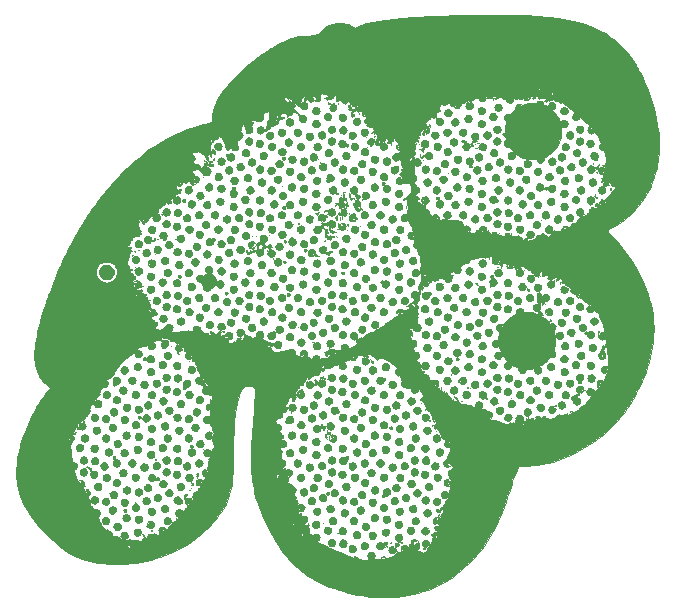
<source format=gbr>
%TF.GenerationSoftware,KiCad,Pcbnew,5.1.10-88a1d61d58~90~ubuntu20.04.1*%
%TF.CreationDate,2022-09-07T23:38:44+02:00*%
%TF.ProjectId,Wawies_PCB_inv2,57617769-6573-45f5-9043-425f696e7632,rev?*%
%TF.SameCoordinates,Original*%
%TF.FileFunction,Copper,L2,Bot*%
%TF.FilePolarity,Positive*%
%FSLAX46Y46*%
G04 Gerber Fmt 4.6, Leading zero omitted, Abs format (unit mm)*
G04 Created by KiCad (PCBNEW 5.1.10-88a1d61d58~90~ubuntu20.04.1) date 2022-09-07 23:38:44*
%MOMM*%
%LPD*%
G01*
G04 APERTURE LIST*
%TA.AperFunction,EtchedComponent*%
%ADD10C,0.010000*%
%TD*%
%TA.AperFunction,ComponentPad*%
%ADD11C,4.321700*%
%TD*%
%TA.AperFunction,ComponentPad*%
%ADD12C,0.960476*%
%TD*%
G04 APERTURE END LIST*
D10*
%TO.C,G\u002A\u002A\u002A*%
G36*
X-19358782Y12225464D02*
G01*
X-19356916Y12213167D01*
X-19362501Y12195158D01*
X-19374927Y12193741D01*
X-19383375Y12202583D01*
X-19384676Y12220097D01*
X-19373090Y12233059D01*
X-19366875Y12234333D01*
X-19358782Y12225464D01*
G37*
X-19358782Y12225464D02*
X-19356916Y12213167D01*
X-19362501Y12195158D01*
X-19374927Y12193741D01*
X-19383375Y12202583D01*
X-19384676Y12220097D01*
X-19373090Y12233059D01*
X-19366875Y12234333D01*
X-19358782Y12225464D01*
G36*
X-19273204Y12041629D02*
G01*
X-19274501Y12031787D01*
X-19280330Y12023820D01*
X-19287247Y12031830D01*
X-19291130Y12047410D01*
X-19289185Y12051593D01*
X-19278722Y12053331D01*
X-19273204Y12041629D01*
G37*
X-19273204Y12041629D02*
X-19274501Y12031787D01*
X-19280330Y12023820D01*
X-19287247Y12031830D01*
X-19291130Y12047410D01*
X-19289185Y12051593D01*
X-19278722Y12053331D01*
X-19273204Y12041629D01*
G36*
X7678597Y33425483D02*
G01*
X7673787Y33418530D01*
X7658167Y33403207D01*
X7639575Y33389742D01*
X7624710Y33382433D01*
X7620000Y33384032D01*
X7627803Y33392630D01*
X7647242Y33407970D01*
X7654396Y33413095D01*
X7674238Y33425921D01*
X7678597Y33425483D01*
G37*
X7678597Y33425483D02*
X7673787Y33418530D01*
X7658167Y33403207D01*
X7639575Y33389742D01*
X7624710Y33382433D01*
X7620000Y33384032D01*
X7627803Y33392630D01*
X7647242Y33407970D01*
X7654396Y33413095D01*
X7674238Y33425921D01*
X7678597Y33425483D01*
G36*
X7283979Y33410720D02*
G01*
X7339542Y33409857D01*
X7305362Y33394903D01*
X7288478Y33386599D01*
X7276986Y33376392D01*
X7268798Y33359733D01*
X7261830Y33332071D01*
X7253996Y33288856D01*
X7252370Y33279292D01*
X7243398Y33226375D01*
X7235908Y33262094D01*
X7231490Y33294175D01*
X7228800Y33334956D01*
X7228417Y33354698D01*
X7228417Y33411583D01*
X7283979Y33410720D01*
G37*
X7283979Y33410720D02*
X7339542Y33409857D01*
X7305362Y33394903D01*
X7288478Y33386599D01*
X7276986Y33376392D01*
X7268798Y33359733D01*
X7261830Y33332071D01*
X7253996Y33288856D01*
X7252370Y33279292D01*
X7243398Y33226375D01*
X7235908Y33262094D01*
X7231490Y33294175D01*
X7228800Y33334956D01*
X7228417Y33354698D01*
X7228417Y33411583D01*
X7283979Y33410720D01*
G36*
X6640090Y33371896D02*
G01*
X6616967Y33299306D01*
X6577564Y33236385D01*
X6525013Y33184974D01*
X6462449Y33146909D01*
X6393004Y33124029D01*
X6319810Y33118173D01*
X6246000Y33131179D01*
X6235753Y33134625D01*
X6162554Y33171192D01*
X6103178Y33223158D01*
X6072845Y33264447D01*
X6051431Y33301050D01*
X6041605Y33326025D01*
X6045352Y33342572D01*
X6064653Y33353890D01*
X6101491Y33363178D01*
X6138334Y33370105D01*
X6194375Y33378786D01*
X6264734Y33387500D01*
X6343078Y33395666D01*
X6423077Y33402705D01*
X6498398Y33408040D01*
X6562712Y33411089D01*
X6591849Y33411583D01*
X6647293Y33411583D01*
X6640090Y33371896D01*
G37*
X6640090Y33371896D02*
X6616967Y33299306D01*
X6577564Y33236385D01*
X6525013Y33184974D01*
X6462449Y33146909D01*
X6393004Y33124029D01*
X6319810Y33118173D01*
X6246000Y33131179D01*
X6235753Y33134625D01*
X6162554Y33171192D01*
X6103178Y33223158D01*
X6072845Y33264447D01*
X6051431Y33301050D01*
X6041605Y33326025D01*
X6045352Y33342572D01*
X6064653Y33353890D01*
X6101491Y33363178D01*
X6138334Y33370105D01*
X6194375Y33378786D01*
X6264734Y33387500D01*
X6343078Y33395666D01*
X6423077Y33402705D01*
X6498398Y33408040D01*
X6562712Y33411089D01*
X6591849Y33411583D01*
X6647293Y33411583D01*
X6640090Y33371896D01*
G36*
X8972518Y33291913D02*
G01*
X8966261Y33213049D01*
X8941674Y33142170D01*
X8900788Y33081463D01*
X8845630Y33033118D01*
X8778229Y32999321D01*
X8700614Y32982263D01*
X8684336Y32981067D01*
X8629584Y32981367D01*
X8584913Y32987559D01*
X8571254Y32991635D01*
X8508871Y33021401D01*
X8456856Y33058856D01*
X8429931Y33087450D01*
X8399618Y33134818D01*
X8376237Y33186036D01*
X8362944Y33233506D01*
X8361066Y33253359D01*
X8360834Y33290927D01*
X8485188Y33313851D01*
X8628794Y33336932D01*
X8769487Y33353076D01*
X8890000Y33360988D01*
X8969375Y33363958D01*
X8972518Y33291913D01*
G37*
X8972518Y33291913D02*
X8966261Y33213049D01*
X8941674Y33142170D01*
X8900788Y33081463D01*
X8845630Y33033118D01*
X8778229Y32999321D01*
X8700614Y32982263D01*
X8684336Y32981067D01*
X8629584Y32981367D01*
X8584913Y32987559D01*
X8571254Y32991635D01*
X8508871Y33021401D01*
X8456856Y33058856D01*
X8429931Y33087450D01*
X8399618Y33134818D01*
X8376237Y33186036D01*
X8362944Y33233506D01*
X8361066Y33253359D01*
X8360834Y33290927D01*
X8485188Y33313851D01*
X8628794Y33336932D01*
X8769487Y33353076D01*
X8890000Y33360988D01*
X8969375Y33363958D01*
X8972518Y33291913D01*
G36*
X11260778Y33171532D02*
G01*
X11305134Y33164209D01*
X11342534Y33148867D01*
X11379989Y33122922D01*
X11410232Y33096853D01*
X11461262Y33037123D01*
X11494688Y32965814D01*
X11502694Y32936274D01*
X11508329Y32910049D01*
X11510957Y32895474D01*
X11510896Y32894342D01*
X11500966Y32898253D01*
X11475465Y32907698D01*
X11438749Y32921075D01*
X11411987Y32930738D01*
X11342066Y32953435D01*
X11260663Y32975931D01*
X11175209Y32996466D01*
X11093132Y33013281D01*
X11021864Y33024617D01*
X11009313Y33026099D01*
X10975085Y33031055D01*
X10951185Y33036848D01*
X10943167Y33041722D01*
X10951578Y33060264D01*
X10973773Y33085114D01*
X11005193Y33112015D01*
X11041281Y33136713D01*
X11050771Y33142196D01*
X11080664Y33157554D01*
X11106985Y33166881D01*
X11136842Y33171641D01*
X11177347Y33173296D01*
X11202459Y33173418D01*
X11260778Y33171532D01*
G37*
X11260778Y33171532D02*
X11305134Y33164209D01*
X11342534Y33148867D01*
X11379989Y33122922D01*
X11410232Y33096853D01*
X11461262Y33037123D01*
X11494688Y32965814D01*
X11502694Y32936274D01*
X11508329Y32910049D01*
X11510957Y32895474D01*
X11510896Y32894342D01*
X11500966Y32898253D01*
X11475465Y32907698D01*
X11438749Y32921075D01*
X11411987Y32930738D01*
X11342066Y32953435D01*
X11260663Y32975931D01*
X11175209Y32996466D01*
X11093132Y33013281D01*
X11021864Y33024617D01*
X11009313Y33026099D01*
X10975085Y33031055D01*
X10951185Y33036848D01*
X10943167Y33041722D01*
X10951578Y33060264D01*
X10973773Y33085114D01*
X11005193Y33112015D01*
X11041281Y33136713D01*
X11050771Y33142196D01*
X11080664Y33157554D01*
X11106985Y33166881D01*
X11136842Y33171641D01*
X11177347Y33173296D01*
X11202459Y33173418D01*
X11260778Y33171532D01*
G36*
X3665004Y32835446D02*
G01*
X3701967Y32823482D01*
X3742297Y32807110D01*
X3778420Y32789252D01*
X3791754Y32781199D01*
X3816855Y32763727D01*
X3826396Y32752917D01*
X3822814Y32744290D01*
X3815163Y32738139D01*
X3792416Y32729075D01*
X3759664Y32724035D01*
X3748711Y32723667D01*
X3715485Y32726590D01*
X3690101Y32738417D01*
X3666067Y32759650D01*
X3645578Y32785059D01*
X3632687Y32810395D01*
X3629156Y32830420D01*
X3636750Y32839896D01*
X3638985Y32840083D01*
X3665004Y32835446D01*
G37*
X3665004Y32835446D02*
X3701967Y32823482D01*
X3742297Y32807110D01*
X3778420Y32789252D01*
X3791754Y32781199D01*
X3816855Y32763727D01*
X3826396Y32752917D01*
X3822814Y32744290D01*
X3815163Y32738139D01*
X3792416Y32729075D01*
X3759664Y32724035D01*
X3748711Y32723667D01*
X3715485Y32726590D01*
X3690101Y32738417D01*
X3666067Y32759650D01*
X3645578Y32785059D01*
X3632687Y32810395D01*
X3629156Y32830420D01*
X3636750Y32839896D01*
X3638985Y32840083D01*
X3665004Y32835446D01*
G36*
X9553309Y32920695D02*
G01*
X9621604Y32891980D01*
X9633812Y32884300D01*
X9663248Y32864624D01*
X9512103Y32789960D01*
X9449981Y32758151D01*
X9385018Y32722985D01*
X9323957Y32688230D01*
X9273541Y32657651D01*
X9262766Y32650690D01*
X9222914Y32624748D01*
X9189894Y32603776D01*
X9167482Y32590140D01*
X9159578Y32586083D01*
X9156437Y32595477D01*
X9154703Y32618916D01*
X9154584Y32628020D01*
X9164435Y32695692D01*
X9191845Y32762394D01*
X9233597Y32823105D01*
X9286474Y32872803D01*
X9327477Y32897908D01*
X9401970Y32923849D01*
X9478673Y32931381D01*
X9553309Y32920695D01*
G37*
X9553309Y32920695D02*
X9621604Y32891980D01*
X9633812Y32884300D01*
X9663248Y32864624D01*
X9512103Y32789960D01*
X9449981Y32758151D01*
X9385018Y32722985D01*
X9323957Y32688230D01*
X9273541Y32657651D01*
X9262766Y32650690D01*
X9222914Y32624748D01*
X9189894Y32603776D01*
X9167482Y32590140D01*
X9159578Y32586083D01*
X9156437Y32595477D01*
X9154703Y32618916D01*
X9154584Y32628020D01*
X9164435Y32695692D01*
X9191845Y32762394D01*
X9233597Y32823105D01*
X9286474Y32872803D01*
X9327477Y32897908D01*
X9401970Y32923849D01*
X9478673Y32931381D01*
X9553309Y32920695D01*
G36*
X12333474Y33050626D02*
G01*
X12402436Y33017120D01*
X12449543Y32979790D01*
X12492368Y32930716D01*
X12519918Y32878435D01*
X12534975Y32816578D01*
X12539006Y32775070D01*
X12540601Y32729255D01*
X12537935Y32695674D01*
X12529662Y32665596D01*
X12517778Y32637487D01*
X12498097Y32599509D01*
X12476202Y32564249D01*
X12464442Y32548554D01*
X12420639Y32509801D01*
X12363737Y32478004D01*
X12301577Y32457023D01*
X12267149Y32451415D01*
X12233746Y32449102D01*
X12210920Y32451534D01*
X12190847Y32461536D01*
X12165704Y32481931D01*
X12154058Y32492225D01*
X12118351Y32522651D01*
X12074908Y32557860D01*
X12033173Y32590202D01*
X11989141Y32623888D01*
X11959416Y32649596D01*
X11941194Y32671809D01*
X11931674Y32695012D01*
X11928052Y32723689D01*
X11927520Y32759235D01*
X11937359Y32840473D01*
X11965965Y32912626D01*
X12012326Y32974141D01*
X12075429Y33023466D01*
X12112625Y33042929D01*
X12184421Y33064308D01*
X12259420Y33066615D01*
X12333474Y33050626D01*
G37*
X12333474Y33050626D02*
X12402436Y33017120D01*
X12449543Y32979790D01*
X12492368Y32930716D01*
X12519918Y32878435D01*
X12534975Y32816578D01*
X12539006Y32775070D01*
X12540601Y32729255D01*
X12537935Y32695674D01*
X12529662Y32665596D01*
X12517778Y32637487D01*
X12498097Y32599509D01*
X12476202Y32564249D01*
X12464442Y32548554D01*
X12420639Y32509801D01*
X12363737Y32478004D01*
X12301577Y32457023D01*
X12267149Y32451415D01*
X12233746Y32449102D01*
X12210920Y32451534D01*
X12190847Y32461536D01*
X12165704Y32481931D01*
X12154058Y32492225D01*
X12118351Y32522651D01*
X12074908Y32557860D01*
X12033173Y32590202D01*
X11989141Y32623888D01*
X11959416Y32649596D01*
X11941194Y32671809D01*
X11931674Y32695012D01*
X11928052Y32723689D01*
X11927520Y32759235D01*
X11937359Y32840473D01*
X11965965Y32912626D01*
X12012326Y32974141D01*
X12075429Y33023466D01*
X12112625Y33042929D01*
X12184421Y33064308D01*
X12259420Y33066615D01*
X12333474Y33050626D01*
G36*
X5374535Y33035041D02*
G01*
X5438456Y32990044D01*
X5487965Y32932413D01*
X5521912Y32865593D01*
X5539152Y32793031D01*
X5538536Y32718174D01*
X5518918Y32644467D01*
X5510677Y32626147D01*
X5466513Y32558389D01*
X5409627Y32505810D01*
X5343004Y32469591D01*
X5269632Y32450914D01*
X5192497Y32450962D01*
X5116549Y32470155D01*
X5060035Y32501321D01*
X5007110Y32547623D01*
X4963975Y32603194D01*
X4950634Y32627143D01*
X4931662Y32685425D01*
X4924951Y32752850D01*
X4930373Y32821402D01*
X4947800Y32883060D01*
X4954968Y32898292D01*
X4998113Y32962480D01*
X5054392Y33012892D01*
X5078754Y33028653D01*
X5114550Y33050047D01*
X5140549Y33019149D01*
X5170113Y32995122D01*
X5204719Y32989066D01*
X5246536Y33001021D01*
X5283907Y33021812D01*
X5336209Y33055374D01*
X5374535Y33035041D01*
G37*
X5374535Y33035041D02*
X5438456Y32990044D01*
X5487965Y32932413D01*
X5521912Y32865593D01*
X5539152Y32793031D01*
X5538536Y32718174D01*
X5518918Y32644467D01*
X5510677Y32626147D01*
X5466513Y32558389D01*
X5409627Y32505810D01*
X5343004Y32469591D01*
X5269632Y32450914D01*
X5192497Y32450962D01*
X5116549Y32470155D01*
X5060035Y32501321D01*
X5007110Y32547623D01*
X4963975Y32603194D01*
X4950634Y32627143D01*
X4931662Y32685425D01*
X4924951Y32752850D01*
X4930373Y32821402D01*
X4947800Y32883060D01*
X4954968Y32898292D01*
X4998113Y32962480D01*
X5054392Y33012892D01*
X5078754Y33028653D01*
X5114550Y33050047D01*
X5140549Y33019149D01*
X5170113Y32995122D01*
X5204719Y32989066D01*
X5246536Y33001021D01*
X5283907Y33021812D01*
X5336209Y33055374D01*
X5374535Y33035041D01*
G36*
X7755461Y32921697D02*
G01*
X7808166Y32904453D01*
X7873598Y32864161D01*
X7926773Y32808865D01*
X7965288Y32742296D01*
X7986738Y32668184D01*
X7990417Y32621637D01*
X7980842Y32546210D01*
X7953960Y32477760D01*
X7912540Y32418303D01*
X7859347Y32369856D01*
X7797149Y32334436D01*
X7728712Y32314060D01*
X7656804Y32310745D01*
X7585103Y32326181D01*
X7510087Y32363064D01*
X7450544Y32413990D01*
X7407445Y32477586D01*
X7381761Y32552477D01*
X7374342Y32624576D01*
X7384044Y32700832D01*
X7412735Y32771799D01*
X7458336Y32834249D01*
X7518770Y32884953D01*
X7555153Y32905501D01*
X7616067Y32924791D01*
X7685357Y32930179D01*
X7755461Y32921697D01*
G37*
X7755461Y32921697D02*
X7808166Y32904453D01*
X7873598Y32864161D01*
X7926773Y32808865D01*
X7965288Y32742296D01*
X7986738Y32668184D01*
X7990417Y32621637D01*
X7980842Y32546210D01*
X7953960Y32477760D01*
X7912540Y32418303D01*
X7859347Y32369856D01*
X7797149Y32334436D01*
X7728712Y32314060D01*
X7656804Y32310745D01*
X7585103Y32326181D01*
X7510087Y32363064D01*
X7450544Y32413990D01*
X7407445Y32477586D01*
X7381761Y32552477D01*
X7374342Y32624576D01*
X7384044Y32700832D01*
X7412735Y32771799D01*
X7458336Y32834249D01*
X7518770Y32884953D01*
X7555153Y32905501D01*
X7616067Y32924791D01*
X7685357Y32930179D01*
X7755461Y32921697D01*
G36*
X13302296Y32634160D02*
G01*
X13370686Y32617319D01*
X13433698Y32584825D01*
X13488492Y32537393D01*
X13532227Y32475742D01*
X13562064Y32400589D01*
X13563157Y32396425D01*
X13573096Y32318688D01*
X13563803Y32244743D01*
X13537174Y32177092D01*
X13495103Y32118240D01*
X13439486Y32070692D01*
X13372218Y32036950D01*
X13295195Y32019519D01*
X13276792Y32018105D01*
X13223054Y32018143D01*
X13179362Y32025437D01*
X13149373Y32035562D01*
X13092132Y32067365D01*
X13038457Y32113417D01*
X12995553Y32167117D01*
X12984193Y32186928D01*
X12960650Y32255124D01*
X12954478Y32329000D01*
X12964945Y32403269D01*
X12991318Y32472642D01*
X13031757Y32530635D01*
X13093259Y32583583D01*
X13160742Y32618009D01*
X13231368Y32634629D01*
X13302296Y32634160D01*
G37*
X13302296Y32634160D02*
X13370686Y32617319D01*
X13433698Y32584825D01*
X13488492Y32537393D01*
X13532227Y32475742D01*
X13562064Y32400589D01*
X13563157Y32396425D01*
X13573096Y32318688D01*
X13563803Y32244743D01*
X13537174Y32177092D01*
X13495103Y32118240D01*
X13439486Y32070692D01*
X13372218Y32036950D01*
X13295195Y32019519D01*
X13276792Y32018105D01*
X13223054Y32018143D01*
X13179362Y32025437D01*
X13149373Y32035562D01*
X13092132Y32067365D01*
X13038457Y32113417D01*
X12995553Y32167117D01*
X12984193Y32186928D01*
X12960650Y32255124D01*
X12954478Y32329000D01*
X12964945Y32403269D01*
X12991318Y32472642D01*
X13031757Y32530635D01*
X13093259Y32583583D01*
X13160742Y32618009D01*
X13231368Y32634629D01*
X13302296Y32634160D01*
G36*
X6347988Y32622566D02*
G01*
X6416136Y32592629D01*
X6476146Y32546581D01*
X6524905Y32485575D01*
X6544455Y32449038D01*
X6562903Y32387328D01*
X6567890Y32317847D01*
X6559617Y32248771D01*
X6538282Y32188275D01*
X6538089Y32187903D01*
X6495213Y32126038D01*
X6439411Y32075985D01*
X6374603Y32039536D01*
X6304711Y32018484D01*
X6233657Y32014624D01*
X6180667Y32024480D01*
X6104289Y32058504D01*
X6039647Y32109606D01*
X5988838Y32176025D01*
X5978704Y32194500D01*
X5960451Y32248422D01*
X5952919Y32312316D01*
X5956211Y32377841D01*
X5970429Y32436659D01*
X5975565Y32449038D01*
X6018662Y32519370D01*
X6076430Y32574470D01*
X6125828Y32604180D01*
X6199722Y32629495D01*
X6274813Y32635239D01*
X6347988Y32622566D01*
G37*
X6347988Y32622566D02*
X6416136Y32592629D01*
X6476146Y32546581D01*
X6524905Y32485575D01*
X6544455Y32449038D01*
X6562903Y32387328D01*
X6567890Y32317847D01*
X6559617Y32248771D01*
X6538282Y32188275D01*
X6538089Y32187903D01*
X6495213Y32126038D01*
X6439411Y32075985D01*
X6374603Y32039536D01*
X6304711Y32018484D01*
X6233657Y32014624D01*
X6180667Y32024480D01*
X6104289Y32058504D01*
X6039647Y32109606D01*
X5988838Y32176025D01*
X5978704Y32194500D01*
X5960451Y32248422D01*
X5952919Y32312316D01*
X5956211Y32377841D01*
X5970429Y32436659D01*
X5975565Y32449038D01*
X6018662Y32519370D01*
X6076430Y32574470D01*
X6125828Y32604180D01*
X6199722Y32629495D01*
X6274813Y32635239D01*
X6347988Y32622566D01*
G36*
X3525512Y32449491D02*
G01*
X3592564Y32423096D01*
X3649363Y32382543D01*
X3694711Y32330582D01*
X3727409Y32269961D01*
X3746258Y32203430D01*
X3750059Y32133737D01*
X3737612Y32063631D01*
X3707719Y31995862D01*
X3672493Y31947495D01*
X3622309Y31899846D01*
X3568137Y31869165D01*
X3504494Y31852953D01*
X3456433Y31849022D01*
X3411183Y31849053D01*
X3370011Y31851738D01*
X3340792Y31856516D01*
X3337688Y31857459D01*
X3274552Y31889549D01*
X3219408Y31937866D01*
X3175352Y31998048D01*
X3145477Y32065729D01*
X3132876Y32136547D01*
X3132667Y32146632D01*
X3139776Y32223993D01*
X3162344Y32289788D01*
X3202234Y32348670D01*
X3221935Y32369815D01*
X3277553Y32415497D01*
X3337923Y32444038D01*
X3408028Y32457390D01*
X3449406Y32458980D01*
X3525512Y32449491D01*
G37*
X3525512Y32449491D02*
X3592564Y32423096D01*
X3649363Y32382543D01*
X3694711Y32330582D01*
X3727409Y32269961D01*
X3746258Y32203430D01*
X3750059Y32133737D01*
X3737612Y32063631D01*
X3707719Y31995862D01*
X3672493Y31947495D01*
X3622309Y31899846D01*
X3568137Y31869165D01*
X3504494Y31852953D01*
X3456433Y31849022D01*
X3411183Y31849053D01*
X3370011Y31851738D01*
X3340792Y31856516D01*
X3337688Y31857459D01*
X3274552Y31889549D01*
X3219408Y31937866D01*
X3175352Y31998048D01*
X3145477Y32065729D01*
X3132876Y32136547D01*
X3132667Y32146632D01*
X3139776Y32223993D01*
X3162344Y32289788D01*
X3202234Y32348670D01*
X3221935Y32369815D01*
X3277553Y32415497D01*
X3337923Y32444038D01*
X3408028Y32457390D01*
X3449406Y32458980D01*
X3525512Y32449491D01*
G36*
X2426894Y31777997D02*
G01*
X2439478Y31757137D01*
X2444750Y31745107D01*
X2444750Y31745081D01*
X2436453Y31739855D01*
X2418682Y31740195D01*
X2402123Y31745203D01*
X2397729Y31749023D01*
X2396374Y31765543D01*
X2400415Y31781938D01*
X2409038Y31805248D01*
X2426894Y31777997D01*
G37*
X2426894Y31777997D02*
X2439478Y31757137D01*
X2444750Y31745107D01*
X2444750Y31745081D01*
X2436453Y31739855D01*
X2418682Y31740195D01*
X2402123Y31745203D01*
X2397729Y31749023D01*
X2396374Y31765543D01*
X2400415Y31781938D01*
X2409038Y31805248D01*
X2426894Y31777997D01*
G36*
X14164123Y32102851D02*
G01*
X14182455Y32089824D01*
X14212042Y32065717D01*
X14250254Y32032948D01*
X14294457Y31993937D01*
X14342019Y31951101D01*
X14390308Y31906860D01*
X14436691Y31863631D01*
X14478536Y31823834D01*
X14513211Y31789886D01*
X14538082Y31764207D01*
X14550518Y31749214D01*
X14551445Y31747003D01*
X14545286Y31718171D01*
X14527777Y31680712D01*
X14502649Y31640851D01*
X14473631Y31604815D01*
X14456023Y31587720D01*
X14394851Y31548424D01*
X14323961Y31524272D01*
X14248900Y31516020D01*
X14175222Y31524423D01*
X14123459Y31542464D01*
X14057198Y31584475D01*
X14005781Y31638669D01*
X13969686Y31701867D01*
X13949390Y31770891D01*
X13945373Y31842561D01*
X13958111Y31913699D01*
X13988084Y31981125D01*
X14035769Y32041661D01*
X14046798Y32052055D01*
X14091376Y32087610D01*
X14126988Y32105548D01*
X14155266Y32106575D01*
X14164123Y32102851D01*
G37*
X14164123Y32102851D02*
X14182455Y32089824D01*
X14212042Y32065717D01*
X14250254Y32032948D01*
X14294457Y31993937D01*
X14342019Y31951101D01*
X14390308Y31906860D01*
X14436691Y31863631D01*
X14478536Y31823834D01*
X14513211Y31789886D01*
X14538082Y31764207D01*
X14550518Y31749214D01*
X14551445Y31747003D01*
X14545286Y31718171D01*
X14527777Y31680712D01*
X14502649Y31640851D01*
X14473631Y31604815D01*
X14456023Y31587720D01*
X14394851Y31548424D01*
X14323961Y31524272D01*
X14248900Y31516020D01*
X14175222Y31524423D01*
X14123459Y31542464D01*
X14057198Y31584475D01*
X14005781Y31638669D01*
X13969686Y31701867D01*
X13949390Y31770891D01*
X13945373Y31842561D01*
X13958111Y31913699D01*
X13988084Y31981125D01*
X14035769Y32041661D01*
X14046798Y32052055D01*
X14091376Y32087610D01*
X14126988Y32105548D01*
X14155266Y32106575D01*
X14164123Y32102851D01*
G36*
X7329613Y32122995D02*
G01*
X7389535Y32101900D01*
X7398986Y32096691D01*
X7463237Y32048020D01*
X7511207Y31989490D01*
X7542989Y31924045D01*
X7558673Y31854630D01*
X7558350Y31784190D01*
X7542110Y31715669D01*
X7510045Y31652011D01*
X7462246Y31596163D01*
X7398803Y31551068D01*
X7381875Y31542464D01*
X7326780Y31525075D01*
X7261586Y31517832D01*
X7194926Y31521021D01*
X7137245Y31534282D01*
X7078984Y31565108D01*
X7025607Y31612773D01*
X6981888Y31672947D01*
X6979371Y31677411D01*
X6963449Y31708603D01*
X6954003Y31736111D01*
X6949398Y31767572D01*
X6947999Y31810624D01*
X6947959Y31824083D01*
X6948815Y31871251D01*
X6952472Y31904910D01*
X6960556Y31932685D01*
X6974697Y31962202D01*
X6979221Y31970480D01*
X7014626Y32023712D01*
X7057047Y32064502D01*
X7112684Y32098420D01*
X7131653Y32107528D01*
X7193095Y32126115D01*
X7261607Y32131169D01*
X7329613Y32122995D01*
G37*
X7329613Y32122995D02*
X7389535Y32101900D01*
X7398986Y32096691D01*
X7463237Y32048020D01*
X7511207Y31989490D01*
X7542989Y31924045D01*
X7558673Y31854630D01*
X7558350Y31784190D01*
X7542110Y31715669D01*
X7510045Y31652011D01*
X7462246Y31596163D01*
X7398803Y31551068D01*
X7381875Y31542464D01*
X7326780Y31525075D01*
X7261586Y31517832D01*
X7194926Y31521021D01*
X7137245Y31534282D01*
X7078984Y31565108D01*
X7025607Y31612773D01*
X6981888Y31672947D01*
X6979371Y31677411D01*
X6963449Y31708603D01*
X6954003Y31736111D01*
X6949398Y31767572D01*
X6947999Y31810624D01*
X6947959Y31824083D01*
X6948815Y31871251D01*
X6952472Y31904910D01*
X6960556Y31932685D01*
X6974697Y31962202D01*
X6979221Y31970480D01*
X7014626Y32023712D01*
X7057047Y32064502D01*
X7112684Y32098420D01*
X7131653Y32107528D01*
X7193095Y32126115D01*
X7261607Y32131169D01*
X7329613Y32122995D01*
G36*
X8519605Y32072215D02*
G01*
X8563557Y32067060D01*
X8598967Y32058089D01*
X8617730Y32047670D01*
X8616189Y32035496D01*
X8604609Y32009981D01*
X8585005Y31975180D01*
X8569148Y31949863D01*
X8530765Y31886884D01*
X8489057Y31811944D01*
X8447505Y31731834D01*
X8409591Y31653347D01*
X8378796Y31583273D01*
X8370403Y31562146D01*
X8356518Y31528758D01*
X8344539Y31504982D01*
X8337105Y31496000D01*
X8325442Y31502559D01*
X8303864Y31519441D01*
X8285959Y31535016D01*
X8234904Y31593886D01*
X8201830Y31659543D01*
X8185925Y31729036D01*
X8186376Y31799415D01*
X8202372Y31867728D01*
X8233100Y31931024D01*
X8277748Y31986352D01*
X8335503Y32030761D01*
X8405554Y32061299D01*
X8432687Y32068136D01*
X8473764Y32072819D01*
X8519605Y32072215D01*
G37*
X8519605Y32072215D02*
X8563557Y32067060D01*
X8598967Y32058089D01*
X8617730Y32047670D01*
X8616189Y32035496D01*
X8604609Y32009981D01*
X8585005Y31975180D01*
X8569148Y31949863D01*
X8530765Y31886884D01*
X8489057Y31811944D01*
X8447505Y31731834D01*
X8409591Y31653347D01*
X8378796Y31583273D01*
X8370403Y31562146D01*
X8356518Y31528758D01*
X8344539Y31504982D01*
X8337105Y31496000D01*
X8325442Y31502559D01*
X8303864Y31519441D01*
X8285959Y31535016D01*
X8234904Y31593886D01*
X8201830Y31659543D01*
X8185925Y31729036D01*
X8186376Y31799415D01*
X8202372Y31867728D01*
X8233100Y31931024D01*
X8277748Y31986352D01*
X8335503Y32030761D01*
X8405554Y32061299D01*
X8432687Y32068136D01*
X8473764Y32072819D01*
X8519605Y32072215D01*
G36*
X5211572Y31956229D02*
G01*
X5284076Y31929644D01*
X5347544Y31884273D01*
X5353821Y31878311D01*
X5403016Y31816912D01*
X5434052Y31748662D01*
X5447421Y31676718D01*
X5443614Y31604239D01*
X5423122Y31534384D01*
X5386438Y31470312D01*
X5334051Y31415179D01*
X5275792Y31376793D01*
X5225033Y31359268D01*
X5163358Y31350838D01*
X5099092Y31351776D01*
X5040558Y31362352D01*
X5022553Y31368546D01*
X4958802Y31405031D01*
X4904036Y31457448D01*
X4861774Y31521281D01*
X4835532Y31592014D01*
X4831275Y31614129D01*
X4830099Y31688830D01*
X4847549Y31760145D01*
X4881163Y31825173D01*
X4928476Y31881015D01*
X4987026Y31924773D01*
X5054347Y31953545D01*
X5127977Y31964434D01*
X5128942Y31964445D01*
X5211572Y31956229D01*
G37*
X5211572Y31956229D02*
X5284076Y31929644D01*
X5347544Y31884273D01*
X5353821Y31878311D01*
X5403016Y31816912D01*
X5434052Y31748662D01*
X5447421Y31676718D01*
X5443614Y31604239D01*
X5423122Y31534384D01*
X5386438Y31470312D01*
X5334051Y31415179D01*
X5275792Y31376793D01*
X5225033Y31359268D01*
X5163358Y31350838D01*
X5099092Y31351776D01*
X5040558Y31362352D01*
X5022553Y31368546D01*
X4958802Y31405031D01*
X4904036Y31457448D01*
X4861774Y31521281D01*
X4835532Y31592014D01*
X4831275Y31614129D01*
X4830099Y31688830D01*
X4847549Y31760145D01*
X4881163Y31825173D01*
X4928476Y31881015D01*
X4987026Y31924773D01*
X5054347Y31953545D01*
X5127977Y31964434D01*
X5128942Y31964445D01*
X5211572Y31956229D01*
G36*
X2709334Y31742993D02*
G01*
X2774771Y31738629D01*
X2827854Y31724231D01*
X2876167Y31696865D01*
X2918026Y31662247D01*
X2969868Y31601212D01*
X3003244Y31531894D01*
X3017620Y31457261D01*
X3012461Y31380280D01*
X2987232Y31303917D01*
X2983886Y31297031D01*
X2939904Y31228696D01*
X2884956Y31178376D01*
X2818379Y31145641D01*
X2739508Y31130060D01*
X2725209Y31129105D01*
X2672911Y31129020D01*
X2630065Y31135908D01*
X2593939Y31147999D01*
X2535400Y31180401D01*
X2481534Y31226996D01*
X2439384Y31281279D01*
X2429034Y31300208D01*
X2414506Y31344587D01*
X2405711Y31403847D01*
X2404352Y31423878D01*
X2403200Y31470232D01*
X2406277Y31504340D01*
X2414212Y31532237D01*
X2530400Y31532237D01*
X2537986Y31515487D01*
X2560461Y31509174D01*
X2573236Y31510585D01*
X2608458Y31515343D01*
X2642923Y31517167D01*
X2671514Y31523471D01*
X2699847Y31539825D01*
X2724848Y31562395D01*
X2743444Y31587346D01*
X2752559Y31610843D01*
X2749120Y31629050D01*
X2738438Y31636321D01*
X2715310Y31636302D01*
X2680229Y31627593D01*
X2639224Y31612669D01*
X2598324Y31594004D01*
X2563558Y31574075D01*
X2540954Y31555357D01*
X2540797Y31555169D01*
X2530400Y31532237D01*
X2414212Y31532237D01*
X2414979Y31534930D01*
X2426334Y31561461D01*
X2469006Y31629734D01*
X2526609Y31686013D01*
X2580817Y31719578D01*
X2617177Y31733786D01*
X2656783Y31741063D01*
X2708360Y31742997D01*
X2709334Y31742993D01*
G37*
X2709334Y31742993D02*
X2774771Y31738629D01*
X2827854Y31724231D01*
X2876167Y31696865D01*
X2918026Y31662247D01*
X2969868Y31601212D01*
X3003244Y31531894D01*
X3017620Y31457261D01*
X3012461Y31380280D01*
X2987232Y31303917D01*
X2983886Y31297031D01*
X2939904Y31228696D01*
X2884956Y31178376D01*
X2818379Y31145641D01*
X2739508Y31130060D01*
X2725209Y31129105D01*
X2672911Y31129020D01*
X2630065Y31135908D01*
X2593939Y31147999D01*
X2535400Y31180401D01*
X2481534Y31226996D01*
X2439384Y31281279D01*
X2429034Y31300208D01*
X2414506Y31344587D01*
X2405711Y31403847D01*
X2404352Y31423878D01*
X2403200Y31470232D01*
X2406277Y31504340D01*
X2414212Y31532237D01*
X2530400Y31532237D01*
X2537986Y31515487D01*
X2560461Y31509174D01*
X2573236Y31510585D01*
X2608458Y31515343D01*
X2642923Y31517167D01*
X2671514Y31523471D01*
X2699847Y31539825D01*
X2724848Y31562395D01*
X2743444Y31587346D01*
X2752559Y31610843D01*
X2749120Y31629050D01*
X2738438Y31636321D01*
X2715310Y31636302D01*
X2680229Y31627593D01*
X2639224Y31612669D01*
X2598324Y31594004D01*
X2563558Y31574075D01*
X2540954Y31555357D01*
X2540797Y31555169D01*
X2530400Y31532237D01*
X2414212Y31532237D01*
X2414979Y31534930D01*
X2426334Y31561461D01*
X2469006Y31629734D01*
X2526609Y31686013D01*
X2580817Y31719578D01*
X2617177Y31733786D01*
X2656783Y31741063D01*
X2708360Y31742997D01*
X2709334Y31742993D01*
G36*
X4109784Y31676254D02*
G01*
X4176755Y31649209D01*
X4238710Y31603986D01*
X4248564Y31594390D01*
X4296046Y31532458D01*
X4325446Y31463892D01*
X4337374Y31391916D01*
X4332439Y31319756D01*
X4311253Y31250638D01*
X4274425Y31187786D01*
X4222564Y31134427D01*
X4156282Y31093785D01*
X4153660Y31092611D01*
X4107319Y31077759D01*
X4053313Y31068755D01*
X4000960Y31066640D01*
X3963459Y31071357D01*
X3885505Y31101453D01*
X3820736Y31146701D01*
X3770792Y31205050D01*
X3737312Y31274448D01*
X3721936Y31352842D01*
X3721104Y31374669D01*
X3729908Y31452108D01*
X3755538Y31520467D01*
X3795264Y31578609D01*
X3846357Y31625396D01*
X3906085Y31659692D01*
X3971720Y31680358D01*
X4040529Y31686258D01*
X4109784Y31676254D01*
G37*
X4109784Y31676254D02*
X4176755Y31649209D01*
X4238710Y31603986D01*
X4248564Y31594390D01*
X4296046Y31532458D01*
X4325446Y31463892D01*
X4337374Y31391916D01*
X4332439Y31319756D01*
X4311253Y31250638D01*
X4274425Y31187786D01*
X4222564Y31134427D01*
X4156282Y31093785D01*
X4153660Y31092611D01*
X4107319Y31077759D01*
X4053313Y31068755D01*
X4000960Y31066640D01*
X3963459Y31071357D01*
X3885505Y31101453D01*
X3820736Y31146701D01*
X3770792Y31205050D01*
X3737312Y31274448D01*
X3721936Y31352842D01*
X3721104Y31374669D01*
X3729908Y31452108D01*
X3755538Y31520467D01*
X3795264Y31578609D01*
X3846357Y31625396D01*
X3906085Y31659692D01*
X3971720Y31680358D01*
X4040529Y31686258D01*
X4109784Y31676254D01*
G36*
X1836334Y31167226D02*
G01*
X1872470Y31138146D01*
X1881479Y31129992D01*
X1910162Y31100627D01*
X1927392Y31076576D01*
X1930874Y31063846D01*
X1921040Y31019638D01*
X1910845Y30994973D01*
X1897454Y30988372D01*
X1878028Y30998355D01*
X1851007Y31022226D01*
X1818270Y31065658D01*
X1802757Y31109430D01*
X1795849Y31150347D01*
X1798695Y31173501D01*
X1811967Y31179069D01*
X1836334Y31167226D01*
G37*
X1836334Y31167226D02*
X1872470Y31138146D01*
X1881479Y31129992D01*
X1910162Y31100627D01*
X1927392Y31076576D01*
X1930874Y31063846D01*
X1921040Y31019638D01*
X1910845Y30994973D01*
X1897454Y30988372D01*
X1878028Y30998355D01*
X1851007Y31022226D01*
X1818270Y31065658D01*
X1802757Y31109430D01*
X1795849Y31150347D01*
X1798695Y31173501D01*
X1811967Y31179069D01*
X1836334Y31167226D01*
G36*
X13353505Y31525690D02*
G01*
X13427015Y31494995D01*
X13446106Y31483231D01*
X13503691Y31432582D01*
X13547304Y31366836D01*
X13574247Y31293780D01*
X13583177Y31254787D01*
X13585828Y31225115D01*
X13582226Y31194300D01*
X13574570Y31160617D01*
X13545902Y31083695D01*
X13502434Y31019283D01*
X13446767Y30968908D01*
X13381502Y30934096D01*
X13309240Y30916373D01*
X13232584Y30917265D01*
X13179912Y30929083D01*
X13139018Y30946438D01*
X13096806Y30971592D01*
X13060491Y30999673D01*
X13037768Y31025036D01*
X13029758Y31044898D01*
X13019438Y31080447D01*
X13008012Y31126496D01*
X12996685Y31177859D01*
X12986660Y31229350D01*
X12979143Y31275782D01*
X12978592Y31279823D01*
X12981647Y31327507D01*
X13229750Y31327507D01*
X13235459Y31298519D01*
X13245042Y31284333D01*
X13257808Y31277381D01*
X13260917Y31280101D01*
X13265902Y31279377D01*
X13277392Y31265522D01*
X13301910Y31247275D01*
X13336194Y31241853D01*
X13372473Y31250226D01*
X13378029Y31252956D01*
X13395873Y31271136D01*
X13393597Y31295746D01*
X13371221Y31326705D01*
X13356434Y31341042D01*
X13314417Y31372751D01*
X13278552Y31387019D01*
X13250492Y31383275D01*
X13244904Y31379469D01*
X13232894Y31357932D01*
X13229750Y31327507D01*
X12981647Y31327507D01*
X12981924Y31331814D01*
X13005875Y31384650D01*
X13050655Y31438759D01*
X13063519Y31451056D01*
X13129723Y31498848D01*
X13202017Y31527377D01*
X13277558Y31536404D01*
X13353505Y31525690D01*
G37*
X13353505Y31525690D02*
X13427015Y31494995D01*
X13446106Y31483231D01*
X13503691Y31432582D01*
X13547304Y31366836D01*
X13574247Y31293780D01*
X13583177Y31254787D01*
X13585828Y31225115D01*
X13582226Y31194300D01*
X13574570Y31160617D01*
X13545902Y31083695D01*
X13502434Y31019283D01*
X13446767Y30968908D01*
X13381502Y30934096D01*
X13309240Y30916373D01*
X13232584Y30917265D01*
X13179912Y30929083D01*
X13139018Y30946438D01*
X13096806Y30971592D01*
X13060491Y30999673D01*
X13037768Y31025036D01*
X13029758Y31044898D01*
X13019438Y31080447D01*
X13008012Y31126496D01*
X12996685Y31177859D01*
X12986660Y31229350D01*
X12979143Y31275782D01*
X12978592Y31279823D01*
X12981647Y31327507D01*
X13229750Y31327507D01*
X13235459Y31298519D01*
X13245042Y31284333D01*
X13257808Y31277381D01*
X13260917Y31280101D01*
X13265902Y31279377D01*
X13277392Y31265522D01*
X13301910Y31247275D01*
X13336194Y31241853D01*
X13372473Y31250226D01*
X13378029Y31252956D01*
X13395873Y31271136D01*
X13393597Y31295746D01*
X13371221Y31326705D01*
X13356434Y31341042D01*
X13314417Y31372751D01*
X13278552Y31387019D01*
X13250492Y31383275D01*
X13244904Y31379469D01*
X13232894Y31357932D01*
X13229750Y31327507D01*
X12981647Y31327507D01*
X12981924Y31331814D01*
X13005875Y31384650D01*
X13050655Y31438759D01*
X13063519Y31451056D01*
X13129723Y31498848D01*
X13202017Y31527377D01*
X13277558Y31536404D01*
X13353505Y31525690D01*
G36*
X6358592Y31521899D02*
G01*
X6426750Y31491935D01*
X6486786Y31445841D01*
X6535598Y31384766D01*
X6555102Y31348371D01*
X6573138Y31287918D01*
X6578138Y31219274D01*
X6570307Y31150765D01*
X6549849Y31090715D01*
X6548737Y31088542D01*
X6502254Y31020131D01*
X6443255Y30968271D01*
X6373337Y30934001D01*
X6294095Y30918360D01*
X6286500Y30917899D01*
X6246091Y30917412D01*
X6210687Y30919615D01*
X6191250Y30923180D01*
X6112860Y30958642D01*
X6049973Y31007638D01*
X6003585Y31068836D01*
X5974695Y31140907D01*
X5964298Y31222519D01*
X5964281Y31226125D01*
X5973788Y31307902D01*
X6001844Y31379833D01*
X6047754Y31440797D01*
X6110822Y31489671D01*
X6136412Y31503513D01*
X6210321Y31528837D01*
X6285415Y31534583D01*
X6358592Y31521899D01*
G37*
X6358592Y31521899D02*
X6426750Y31491935D01*
X6486786Y31445841D01*
X6535598Y31384766D01*
X6555102Y31348371D01*
X6573138Y31287918D01*
X6578138Y31219274D01*
X6570307Y31150765D01*
X6549849Y31090715D01*
X6548737Y31088542D01*
X6502254Y31020131D01*
X6443255Y30968271D01*
X6373337Y30934001D01*
X6294095Y30918360D01*
X6286500Y30917899D01*
X6246091Y30917412D01*
X6210687Y30919615D01*
X6191250Y30923180D01*
X6112860Y30958642D01*
X6049973Y31007638D01*
X6003585Y31068836D01*
X5974695Y31140907D01*
X5964298Y31222519D01*
X5964281Y31226125D01*
X5973788Y31307902D01*
X6001844Y31379833D01*
X6047754Y31440797D01*
X6110822Y31489671D01*
X6136412Y31503513D01*
X6210321Y31528837D01*
X6285415Y31534583D01*
X6358592Y31521899D01*
G36*
X14678431Y31055744D02*
G01*
X14748485Y31026450D01*
X14804383Y30984812D01*
X14851745Y30925420D01*
X14883596Y30855351D01*
X14898714Y30779547D01*
X14895875Y30702949D01*
X14885096Y30658827D01*
X14857854Y30603421D01*
X14816159Y30550390D01*
X14765464Y30505136D01*
X14711221Y30473061D01*
X14689533Y30465066D01*
X14619602Y30451594D01*
X14550025Y30451197D01*
X14503027Y30459776D01*
X14454455Y30481209D01*
X14403694Y30515606D01*
X14358374Y30557178D01*
X14333208Y30588585D01*
X14298221Y30658571D01*
X14282299Y30732201D01*
X14284552Y30806161D01*
X14304088Y30877133D01*
X14340017Y30941803D01*
X14391449Y30996853D01*
X14453686Y31037138D01*
X14526636Y31061743D01*
X14603016Y31067727D01*
X14678431Y31055744D01*
G37*
X14678431Y31055744D02*
X14748485Y31026450D01*
X14804383Y30984812D01*
X14851745Y30925420D01*
X14883596Y30855351D01*
X14898714Y30779547D01*
X14895875Y30702949D01*
X14885096Y30658827D01*
X14857854Y30603421D01*
X14816159Y30550390D01*
X14765464Y30505136D01*
X14711221Y30473061D01*
X14689533Y30465066D01*
X14619602Y30451594D01*
X14550025Y30451197D01*
X14503027Y30459776D01*
X14454455Y30481209D01*
X14403694Y30515606D01*
X14358374Y30557178D01*
X14333208Y30588585D01*
X14298221Y30658571D01*
X14282299Y30732201D01*
X14284552Y30806161D01*
X14304088Y30877133D01*
X14340017Y30941803D01*
X14391449Y30996853D01*
X14453686Y31037138D01*
X14526636Y31061743D01*
X14603016Y31067727D01*
X14678431Y31055744D01*
G36*
X7653778Y31061310D02*
G01*
X7706941Y31046811D01*
X7755318Y31019353D01*
X7796943Y30984914D01*
X7848809Y30923864D01*
X7882183Y30854554D01*
X7896538Y30779923D01*
X7891345Y30702908D01*
X7866076Y30626445D01*
X7862667Y30619426D01*
X7839440Y30579977D01*
X7812139Y30543595D01*
X7791229Y30522271D01*
X7727012Y30481872D01*
X7654488Y30457490D01*
X7578875Y30450022D01*
X7505391Y30460366D01*
X7480095Y30468766D01*
X7409840Y30505665D01*
X7354669Y30556467D01*
X7312083Y30623303D01*
X7294855Y30660332D01*
X7285329Y30689386D01*
X7281828Y30719282D01*
X7282674Y30758835D01*
X7283502Y30773519D01*
X7292558Y30843547D01*
X7312105Y30900078D01*
X7344839Y30949292D01*
X7373041Y30978941D01*
X7428985Y31024218D01*
X7485406Y31051818D01*
X7548792Y31064357D01*
X7588250Y31065787D01*
X7653778Y31061310D01*
G37*
X7653778Y31061310D02*
X7706941Y31046811D01*
X7755318Y31019353D01*
X7796943Y30984914D01*
X7848809Y30923864D01*
X7882183Y30854554D01*
X7896538Y30779923D01*
X7891345Y30702908D01*
X7866076Y30626445D01*
X7862667Y30619426D01*
X7839440Y30579977D01*
X7812139Y30543595D01*
X7791229Y30522271D01*
X7727012Y30481872D01*
X7654488Y30457490D01*
X7578875Y30450022D01*
X7505391Y30460366D01*
X7480095Y30468766D01*
X7409840Y30505665D01*
X7354669Y30556467D01*
X7312083Y30623303D01*
X7294855Y30660332D01*
X7285329Y30689386D01*
X7281828Y30719282D01*
X7282674Y30758835D01*
X7283502Y30773519D01*
X7292558Y30843547D01*
X7312105Y30900078D01*
X7344839Y30949292D01*
X7373041Y30978941D01*
X7428985Y31024218D01*
X7485406Y31051818D01*
X7548792Y31064357D01*
X7588250Y31065787D01*
X7653778Y31061310D01*
G36*
X15389309Y30948555D02*
G01*
X15412133Y30927149D01*
X15444057Y30894555D01*
X15482839Y30853295D01*
X15526236Y30805889D01*
X15572006Y30754861D01*
X15617906Y30702731D01*
X15661694Y30652022D01*
X15701127Y30605255D01*
X15733963Y30564951D01*
X15757959Y30533633D01*
X15770319Y30514888D01*
X15778139Y30496194D01*
X15774298Y30482393D01*
X15756115Y30465412D01*
X15753067Y30462957D01*
X15687563Y30422149D01*
X15615088Y30397117D01*
X15540884Y30389063D01*
X15472310Y30398582D01*
X15400133Y30428642D01*
X15340308Y30472818D01*
X15293691Y30528096D01*
X15261139Y30591466D01*
X15243510Y30659915D01*
X15241660Y30730431D01*
X15256447Y30800003D01*
X15288727Y30865619D01*
X15326282Y30911794D01*
X15351023Y30935593D01*
X15370049Y30951726D01*
X15377828Y30956250D01*
X15389309Y30948555D01*
G37*
X15389309Y30948555D02*
X15412133Y30927149D01*
X15444057Y30894555D01*
X15482839Y30853295D01*
X15526236Y30805889D01*
X15572006Y30754861D01*
X15617906Y30702731D01*
X15661694Y30652022D01*
X15701127Y30605255D01*
X15733963Y30564951D01*
X15757959Y30533633D01*
X15770319Y30514888D01*
X15778139Y30496194D01*
X15774298Y30482393D01*
X15756115Y30465412D01*
X15753067Y30462957D01*
X15687563Y30422149D01*
X15615088Y30397117D01*
X15540884Y30389063D01*
X15472310Y30398582D01*
X15400133Y30428642D01*
X15340308Y30472818D01*
X15293691Y30528096D01*
X15261139Y30591466D01*
X15243510Y30659915D01*
X15241660Y30730431D01*
X15256447Y30800003D01*
X15288727Y30865619D01*
X15326282Y30911794D01*
X15351023Y30935593D01*
X15370049Y30951726D01*
X15377828Y30956250D01*
X15389309Y30948555D01*
G36*
X1819815Y30843670D02*
G01*
X1834132Y30816719D01*
X1844963Y30774506D01*
X1851075Y30722817D01*
X1851980Y30692733D01*
X1841921Y30615524D01*
X1813341Y30545676D01*
X1768280Y30485529D01*
X1708779Y30437419D01*
X1636879Y30403682D01*
X1588860Y30391354D01*
X1565402Y30387683D01*
X1559460Y30391048D01*
X1567749Y30404560D01*
X1570690Y30408570D01*
X1586133Y30433043D01*
X1603882Y30465896D01*
X1609699Y30477776D01*
X1622642Y30509733D01*
X1625228Y30534122D01*
X1619411Y30558889D01*
X1613146Y30590288D01*
X1618865Y30620599D01*
X1623665Y30632992D01*
X1641465Y30666939D01*
X1667113Y30704946D01*
X1697670Y30743854D01*
X1730196Y30780507D01*
X1761751Y30811747D01*
X1789396Y30834417D01*
X1810191Y30845360D01*
X1819815Y30843670D01*
G37*
X1819815Y30843670D02*
X1834132Y30816719D01*
X1844963Y30774506D01*
X1851075Y30722817D01*
X1851980Y30692733D01*
X1841921Y30615524D01*
X1813341Y30545676D01*
X1768280Y30485529D01*
X1708779Y30437419D01*
X1636879Y30403682D01*
X1588860Y30391354D01*
X1565402Y30387683D01*
X1559460Y30391048D01*
X1567749Y30404560D01*
X1570690Y30408570D01*
X1586133Y30433043D01*
X1603882Y30465896D01*
X1609699Y30477776D01*
X1622642Y30509733D01*
X1625228Y30534122D01*
X1619411Y30558889D01*
X1613146Y30590288D01*
X1618865Y30620599D01*
X1623665Y30632992D01*
X1641465Y30666939D01*
X1667113Y30704946D01*
X1697670Y30743854D01*
X1730196Y30780507D01*
X1761751Y30811747D01*
X1789396Y30834417D01*
X1810191Y30845360D01*
X1819815Y30843670D01*
G36*
X8220707Y30361073D02*
G01*
X8225483Y30305600D01*
X8227095Y30268076D01*
X8225522Y30245515D01*
X8220742Y30234933D01*
X8219812Y30234235D01*
X8191107Y30226492D01*
X8153630Y30229898D01*
X8115934Y30243436D01*
X8108842Y30247438D01*
X8072384Y30280722D01*
X8051928Y30323671D01*
X8049625Y30370941D01*
X8053073Y30386107D01*
X8075455Y30429782D01*
X8110429Y30461980D01*
X8152927Y30478611D01*
X8169395Y30480000D01*
X8209165Y30480000D01*
X8220707Y30361073D01*
G37*
X8220707Y30361073D02*
X8225483Y30305600D01*
X8227095Y30268076D01*
X8225522Y30245515D01*
X8220742Y30234933D01*
X8219812Y30234235D01*
X8191107Y30226492D01*
X8153630Y30229898D01*
X8115934Y30243436D01*
X8108842Y30247438D01*
X8072384Y30280722D01*
X8051928Y30323671D01*
X8049625Y30370941D01*
X8053073Y30386107D01*
X8075455Y30429782D01*
X8110429Y30461980D01*
X8152927Y30478611D01*
X8169395Y30480000D01*
X8209165Y30480000D01*
X8220707Y30361073D01*
G36*
X4749270Y30810732D02*
G01*
X4818635Y30789087D01*
X4881589Y30751597D01*
X4934887Y30698814D01*
X4969761Y30643178D01*
X4994409Y30570227D01*
X4999792Y30495437D01*
X4987176Y30422115D01*
X4957827Y30353567D01*
X4913013Y30293102D01*
X4854000Y30244025D01*
X4807415Y30219277D01*
X4760535Y30205824D01*
X4704691Y30199398D01*
X4649660Y30200535D01*
X4609042Y30208420D01*
X4550897Y30231433D01*
X4505515Y30259466D01*
X4464495Y30297918D01*
X4457366Y30305861D01*
X4414116Y30369993D01*
X4388875Y30441074D01*
X4381508Y30515378D01*
X4391879Y30589181D01*
X4419853Y30658757D01*
X4465296Y30720381D01*
X4472668Y30727797D01*
X4535196Y30775064D01*
X4604304Y30804273D01*
X4676744Y30815978D01*
X4749270Y30810732D01*
G37*
X4749270Y30810732D02*
X4818635Y30789087D01*
X4881589Y30751597D01*
X4934887Y30698814D01*
X4969761Y30643178D01*
X4994409Y30570227D01*
X4999792Y30495437D01*
X4987176Y30422115D01*
X4957827Y30353567D01*
X4913013Y30293102D01*
X4854000Y30244025D01*
X4807415Y30219277D01*
X4760535Y30205824D01*
X4704691Y30199398D01*
X4649660Y30200535D01*
X4609042Y30208420D01*
X4550897Y30231433D01*
X4505515Y30259466D01*
X4464495Y30297918D01*
X4457366Y30305861D01*
X4414116Y30369993D01*
X4388875Y30441074D01*
X4381508Y30515378D01*
X4391879Y30589181D01*
X4419853Y30658757D01*
X4465296Y30720381D01*
X4472668Y30727797D01*
X4535196Y30775064D01*
X4604304Y30804273D01*
X4676744Y30815978D01*
X4749270Y30810732D01*
G36*
X3386672Y30815848D02*
G01*
X3463997Y30798635D01*
X3533196Y30762883D01*
X3591484Y30710535D01*
X3636074Y30643534D01*
X3637303Y30641049D01*
X3660253Y30572959D01*
X3667441Y30499261D01*
X3658687Y30427134D01*
X3643773Y30383171D01*
X3610500Y30328692D01*
X3563861Y30277834D01*
X3510764Y30237516D01*
X3484696Y30223798D01*
X3428382Y30206267D01*
X3365940Y30198539D01*
X3306506Y30201285D01*
X3275542Y30208419D01*
X3217349Y30231455D01*
X3171949Y30259503D01*
X3130974Y30297933D01*
X3124090Y30305607D01*
X3080526Y30369214D01*
X3055626Y30437069D01*
X3048034Y30506540D01*
X3056399Y30574997D01*
X3079364Y30639807D01*
X3115576Y30698341D01*
X3163682Y30747967D01*
X3222326Y30786053D01*
X3290155Y30809969D01*
X3365815Y30817082D01*
X3386672Y30815848D01*
G37*
X3386672Y30815848D02*
X3463997Y30798635D01*
X3533196Y30762883D01*
X3591484Y30710535D01*
X3636074Y30643534D01*
X3637303Y30641049D01*
X3660253Y30572959D01*
X3667441Y30499261D01*
X3658687Y30427134D01*
X3643773Y30383171D01*
X3610500Y30328692D01*
X3563861Y30277834D01*
X3510764Y30237516D01*
X3484696Y30223798D01*
X3428382Y30206267D01*
X3365940Y30198539D01*
X3306506Y30201285D01*
X3275542Y30208419D01*
X3217349Y30231455D01*
X3171949Y30259503D01*
X3130974Y30297933D01*
X3124090Y30305607D01*
X3080526Y30369214D01*
X3055626Y30437069D01*
X3048034Y30506540D01*
X3056399Y30574997D01*
X3079364Y30639807D01*
X3115576Y30698341D01*
X3163682Y30747967D01*
X3222326Y30786053D01*
X3290155Y30809969D01*
X3365815Y30817082D01*
X3386672Y30815848D01*
G36*
X13828914Y30567300D02*
G01*
X13901491Y30538383D01*
X13964093Y30491173D01*
X14015331Y30426475D01*
X14019691Y30419222D01*
X14041470Y30365412D01*
X14052757Y30300758D01*
X14052928Y30233141D01*
X14041363Y30170442D01*
X14039740Y30165355D01*
X14006786Y30098286D01*
X13957776Y30042045D01*
X13896032Y29998947D01*
X13824877Y29971303D01*
X13747633Y29961426D01*
X13746795Y29961425D01*
X13699977Y29963772D01*
X13660884Y29972705D01*
X13617806Y29991048D01*
X13612063Y29993890D01*
X13542634Y30038422D01*
X13491442Y30093624D01*
X13458362Y30159719D01*
X13443269Y30236929D01*
X13443160Y30295039D01*
X13455731Y30370332D01*
X13484212Y30433864D01*
X13530659Y30489872D01*
X13543079Y30501243D01*
X13604674Y30544625D01*
X13671249Y30569303D01*
X13747750Y30577118D01*
X13828914Y30567300D01*
G37*
X13828914Y30567300D02*
X13901491Y30538383D01*
X13964093Y30491173D01*
X14015331Y30426475D01*
X14019691Y30419222D01*
X14041470Y30365412D01*
X14052757Y30300758D01*
X14052928Y30233141D01*
X14041363Y30170442D01*
X14039740Y30165355D01*
X14006786Y30098286D01*
X13957776Y30042045D01*
X13896032Y29998947D01*
X13824877Y29971303D01*
X13747633Y29961426D01*
X13746795Y29961425D01*
X13699977Y29963772D01*
X13660884Y29972705D01*
X13617806Y29991048D01*
X13612063Y29993890D01*
X13542634Y30038422D01*
X13491442Y30093624D01*
X13458362Y30159719D01*
X13443269Y30236929D01*
X13443160Y30295039D01*
X13455731Y30370332D01*
X13484212Y30433864D01*
X13530659Y30489872D01*
X13543079Y30501243D01*
X13604674Y30544625D01*
X13671249Y30569303D01*
X13747750Y30577118D01*
X13828914Y30567300D01*
G36*
X6838763Y30562466D02*
G01*
X6903652Y30533727D01*
X6961595Y30489909D01*
X7009570Y30431100D01*
X7028369Y30397159D01*
X7048024Y30334928D01*
X7053506Y30264666D01*
X7044819Y30194058D01*
X7028203Y30143668D01*
X6995352Y30089797D01*
X6949061Y30039849D01*
X6895689Y29999752D01*
X6850762Y29978266D01*
X6792483Y29965548D01*
X6727970Y29962751D01*
X6667249Y29969939D01*
X6642483Y29976924D01*
X6572162Y30012366D01*
X6515284Y30062009D01*
X6473039Y30122791D01*
X6446617Y30191653D01*
X6437208Y30265533D01*
X6446003Y30341373D01*
X6472748Y30413320D01*
X6515868Y30476900D01*
X6570169Y30524874D01*
X6632630Y30557330D01*
X6700231Y30574355D01*
X6769949Y30576038D01*
X6838763Y30562466D01*
G37*
X6838763Y30562466D02*
X6903652Y30533727D01*
X6961595Y30489909D01*
X7009570Y30431100D01*
X7028369Y30397159D01*
X7048024Y30334928D01*
X7053506Y30264666D01*
X7044819Y30194058D01*
X7028203Y30143668D01*
X6995352Y30089797D01*
X6949061Y30039849D01*
X6895689Y29999752D01*
X6850762Y29978266D01*
X6792483Y29965548D01*
X6727970Y29962751D01*
X6667249Y29969939D01*
X6642483Y29976924D01*
X6572162Y30012366D01*
X6515284Y30062009D01*
X6473039Y30122791D01*
X6446617Y30191653D01*
X6437208Y30265533D01*
X6446003Y30341373D01*
X6472748Y30413320D01*
X6515868Y30476900D01*
X6570169Y30524874D01*
X6632630Y30557330D01*
X6700231Y30574355D01*
X6769949Y30576038D01*
X6838763Y30562466D01*
G36*
X2429263Y30550591D02*
G01*
X2496369Y30519220D01*
X2555278Y30472049D01*
X2602809Y30409861D01*
X2615411Y30386267D01*
X2633736Y30329556D01*
X2640602Y30264380D01*
X2636018Y30198913D01*
X2619998Y30141330D01*
X2615051Y30130750D01*
X2569552Y30059847D01*
X2514596Y30007610D01*
X2448823Y29973149D01*
X2370874Y29955575D01*
X2344209Y29953426D01*
X2299571Y29951911D01*
X2267623Y29953948D01*
X2239980Y29961149D01*
X2208252Y29975125D01*
X2193820Y29982326D01*
X2136389Y30017202D01*
X2092495Y30059048D01*
X2055452Y30114465D01*
X2050142Y30124226D01*
X2037695Y30152518D01*
X2030487Y30183861D01*
X2027310Y30225178D01*
X2026835Y30257750D01*
X2027564Y30304436D01*
X2031028Y30337615D01*
X2038912Y30364921D01*
X2052898Y30393989D01*
X2059504Y30405917D01*
X2090028Y30449804D01*
X2127780Y30490063D01*
X2142537Y30502441D01*
X2210598Y30542087D01*
X2283195Y30562807D01*
X2357144Y30565381D01*
X2429263Y30550591D01*
G37*
X2429263Y30550591D02*
X2496369Y30519220D01*
X2555278Y30472049D01*
X2602809Y30409861D01*
X2615411Y30386267D01*
X2633736Y30329556D01*
X2640602Y30264380D01*
X2636018Y30198913D01*
X2619998Y30141330D01*
X2615051Y30130750D01*
X2569552Y30059847D01*
X2514596Y30007610D01*
X2448823Y29973149D01*
X2370874Y29955575D01*
X2344209Y29953426D01*
X2299571Y29951911D01*
X2267623Y29953948D01*
X2239980Y29961149D01*
X2208252Y29975125D01*
X2193820Y29982326D01*
X2136389Y30017202D01*
X2092495Y30059048D01*
X2055452Y30114465D01*
X2050142Y30124226D01*
X2037695Y30152518D01*
X2030487Y30183861D01*
X2027310Y30225178D01*
X2026835Y30257750D01*
X2027564Y30304436D01*
X2031028Y30337615D01*
X2038912Y30364921D01*
X2052898Y30393989D01*
X2059504Y30405917D01*
X2090028Y30449804D01*
X2127780Y30490063D01*
X2142537Y30502441D01*
X2210598Y30542087D01*
X2283195Y30562807D01*
X2357144Y30565381D01*
X2429263Y30550591D01*
G36*
X5801414Y30459160D02*
G01*
X5870162Y30431354D01*
X5928931Y30388369D01*
X5975581Y30332809D01*
X6007976Y30267274D01*
X6023977Y30194368D01*
X6021445Y30116694D01*
X6020240Y30109583D01*
X5996772Y30034012D01*
X5957530Y29969774D01*
X5905392Y29918317D01*
X5843235Y29881087D01*
X5773936Y29859532D01*
X5700372Y29855098D01*
X5625420Y29869233D01*
X5579531Y29887948D01*
X5511617Y29932657D01*
X5459685Y29989963D01*
X5425076Y30057752D01*
X5409130Y30133911D01*
X5408187Y30157969D01*
X5415380Y30235367D01*
X5438441Y30301458D01*
X5479184Y30360763D01*
X5497352Y30380149D01*
X5553066Y30425893D01*
X5613519Y30454422D01*
X5683673Y30467679D01*
X5724823Y30469184D01*
X5801414Y30459160D01*
G37*
X5801414Y30459160D02*
X5870162Y30431354D01*
X5928931Y30388369D01*
X5975581Y30332809D01*
X6007976Y30267274D01*
X6023977Y30194368D01*
X6021445Y30116694D01*
X6020240Y30109583D01*
X5996772Y30034012D01*
X5957530Y29969774D01*
X5905392Y29918317D01*
X5843235Y29881087D01*
X5773936Y29859532D01*
X5700372Y29855098D01*
X5625420Y29869233D01*
X5579531Y29887948D01*
X5511617Y29932657D01*
X5459685Y29989963D01*
X5425076Y30057752D01*
X5409130Y30133911D01*
X5408187Y30157969D01*
X5415380Y30235367D01*
X5438441Y30301458D01*
X5479184Y30360763D01*
X5497352Y30380149D01*
X5553066Y30425893D01*
X5613519Y30454422D01*
X5683673Y30467679D01*
X5724823Y30469184D01*
X5801414Y30459160D01*
G36*
X5879093Y29768570D02*
G01*
X5893837Y29762706D01*
X5894917Y29760333D01*
X5885528Y29753706D01*
X5862073Y29750020D01*
X5852584Y29749750D01*
X5826074Y29752097D01*
X5811330Y29757961D01*
X5810250Y29760333D01*
X5819639Y29766961D01*
X5843094Y29770647D01*
X5852584Y29770917D01*
X5879093Y29768570D01*
G37*
X5879093Y29768570D02*
X5893837Y29762706D01*
X5894917Y29760333D01*
X5885528Y29753706D01*
X5862073Y29750020D01*
X5852584Y29749750D01*
X5826074Y29752097D01*
X5811330Y29757961D01*
X5810250Y29760333D01*
X5819639Y29766961D01*
X5843094Y29770647D01*
X5852584Y29770917D01*
X5879093Y29768570D01*
G36*
X879444Y29853921D02*
G01*
X887931Y29829415D01*
X893754Y29792909D01*
X896156Y29753482D01*
X894381Y29720216D01*
X891571Y29708408D01*
X882017Y29682942D01*
X853759Y29719991D01*
X830770Y29761113D01*
X828102Y29798991D01*
X845648Y29835917D01*
X848137Y29839173D01*
X865090Y29857171D01*
X875841Y29858203D01*
X879444Y29853921D01*
G37*
X879444Y29853921D02*
X887931Y29829415D01*
X893754Y29792909D01*
X896156Y29753482D01*
X894381Y29720216D01*
X891571Y29708408D01*
X882017Y29682942D01*
X853759Y29719991D01*
X830770Y29761113D01*
X828102Y29798991D01*
X845648Y29835917D01*
X848137Y29839173D01*
X865090Y29857171D01*
X875841Y29858203D01*
X879444Y29853921D01*
G36*
X5983583Y29604293D02*
G01*
X6031427Y29599837D01*
X6058539Y29594169D01*
X6065273Y29587924D01*
X6051982Y29581735D01*
X6019022Y29576236D01*
X5966745Y29572061D01*
X5965549Y29571997D01*
X5920670Y29570319D01*
X5892678Y29571366D01*
X5877410Y29575648D01*
X5870736Y29583590D01*
X5869140Y29595641D01*
X5877382Y29603171D01*
X5898325Y29606708D01*
X5934837Y29606776D01*
X5983583Y29604293D01*
G37*
X5983583Y29604293D02*
X6031427Y29599837D01*
X6058539Y29594169D01*
X6065273Y29587924D01*
X6051982Y29581735D01*
X6019022Y29576236D01*
X5966745Y29572061D01*
X5965549Y29571997D01*
X5920670Y29570319D01*
X5892678Y29571366D01*
X5877410Y29575648D01*
X5870736Y29583590D01*
X5869140Y29595641D01*
X5877382Y29603171D01*
X5898325Y29606708D01*
X5934837Y29606776D01*
X5983583Y29604293D01*
G36*
X5737015Y29530345D02*
G01*
X5758890Y29520985D01*
X5761422Y29511848D01*
X5744595Y29506605D01*
X5737124Y29506333D01*
X5714629Y29509293D01*
X5710091Y29519099D01*
X5710724Y29521039D01*
X5724302Y29531039D01*
X5737015Y29530345D01*
G37*
X5737015Y29530345D02*
X5758890Y29520985D01*
X5761422Y29511848D01*
X5744595Y29506605D01*
X5737124Y29506333D01*
X5714629Y29509293D01*
X5710091Y29519099D01*
X5710724Y29521039D01*
X5724302Y29531039D01*
X5737015Y29530345D01*
G36*
X973667Y29511625D02*
G01*
X968375Y29506333D01*
X963084Y29511625D01*
X968375Y29516917D01*
X973667Y29511625D01*
G37*
X973667Y29511625D02*
X968375Y29506333D01*
X963084Y29511625D01*
X968375Y29516917D01*
X973667Y29511625D01*
G36*
X735764Y29592509D02*
G01*
X740688Y29563797D01*
X740834Y29556075D01*
X738040Y29524889D01*
X731056Y29502012D01*
X728134Y29497867D01*
X706479Y29486354D01*
X684887Y29488774D01*
X673506Y29501042D01*
X673085Y29514680D01*
X677241Y29516917D01*
X686062Y29526060D01*
X696377Y29548973D01*
X699751Y29559250D01*
X712827Y29590426D01*
X725655Y29601449D01*
X735764Y29592509D01*
G37*
X735764Y29592509D02*
X740688Y29563797D01*
X740834Y29556075D01*
X738040Y29524889D01*
X731056Y29502012D01*
X728134Y29497867D01*
X706479Y29486354D01*
X684887Y29488774D01*
X673506Y29501042D01*
X673085Y29514680D01*
X677241Y29516917D01*
X686062Y29526060D01*
X696377Y29548973D01*
X699751Y29559250D01*
X712827Y29590426D01*
X725655Y29601449D01*
X735764Y29592509D01*
G36*
X14644722Y30058829D02*
G01*
X14705703Y30043213D01*
X14728014Y30033222D01*
X14793580Y29987910D01*
X14844361Y29930371D01*
X14879281Y29863838D01*
X14897266Y29791542D01*
X14897242Y29716718D01*
X14878133Y29642597D01*
X14866420Y29616796D01*
X14822739Y29552630D01*
X14766102Y29502137D01*
X14700042Y29466778D01*
X14628095Y29448018D01*
X14553792Y29447321D01*
X14492102Y29461780D01*
X14419509Y29497468D01*
X14361896Y29545469D01*
X14319421Y29602987D01*
X14292240Y29667226D01*
X14280512Y29735388D01*
X14284391Y29804679D01*
X14304037Y29872301D01*
X14339605Y29935459D01*
X14391252Y29991355D01*
X14459136Y30037195D01*
X14459774Y30037528D01*
X14514040Y30056110D01*
X14578262Y30063169D01*
X14644722Y30058829D01*
G37*
X14644722Y30058829D02*
X14705703Y30043213D01*
X14728014Y30033222D01*
X14793580Y29987910D01*
X14844361Y29930371D01*
X14879281Y29863838D01*
X14897266Y29791542D01*
X14897242Y29716718D01*
X14878133Y29642597D01*
X14866420Y29616796D01*
X14822739Y29552630D01*
X14766102Y29502137D01*
X14700042Y29466778D01*
X14628095Y29448018D01*
X14553792Y29447321D01*
X14492102Y29461780D01*
X14419509Y29497468D01*
X14361896Y29545469D01*
X14319421Y29602987D01*
X14292240Y29667226D01*
X14280512Y29735388D01*
X14284391Y29804679D01*
X14304037Y29872301D01*
X14339605Y29935459D01*
X14391252Y29991355D01*
X14459136Y30037195D01*
X14459774Y30037528D01*
X14514040Y30056110D01*
X14578262Y30063169D01*
X14644722Y30058829D01*
G36*
X7657700Y30057272D02*
G01*
X7722232Y30035265D01*
X7781878Y29997913D01*
X7834003Y29944589D01*
X7865915Y29894990D01*
X7881898Y29849336D01*
X7890289Y29791687D01*
X7891074Y29729651D01*
X7884235Y29670833D01*
X7869756Y29622840D01*
X7866514Y29616267D01*
X7821520Y29552679D01*
X7763375Y29502426D01*
X7695784Y29467083D01*
X7622452Y29448226D01*
X7547083Y29447432D01*
X7495347Y29458388D01*
X7424037Y29491148D01*
X7365090Y29539661D01*
X7320408Y29601282D01*
X7291895Y29673365D01*
X7281452Y29753261D01*
X7281437Y29755997D01*
X7290287Y29834220D01*
X7315312Y29902105D01*
X7353879Y29959027D01*
X7403356Y30004359D01*
X7461109Y30037476D01*
X7524505Y30057751D01*
X7590913Y30064558D01*
X7657700Y30057272D01*
G37*
X7657700Y30057272D02*
X7722232Y30035265D01*
X7781878Y29997913D01*
X7834003Y29944589D01*
X7865915Y29894990D01*
X7881898Y29849336D01*
X7890289Y29791687D01*
X7891074Y29729651D01*
X7884235Y29670833D01*
X7869756Y29622840D01*
X7866514Y29616267D01*
X7821520Y29552679D01*
X7763375Y29502426D01*
X7695784Y29467083D01*
X7622452Y29448226D01*
X7547083Y29447432D01*
X7495347Y29458388D01*
X7424037Y29491148D01*
X7365090Y29539661D01*
X7320408Y29601282D01*
X7291895Y29673365D01*
X7281452Y29753261D01*
X7281437Y29755997D01*
X7290287Y29834220D01*
X7315312Y29902105D01*
X7353879Y29959027D01*
X7403356Y30004359D01*
X7461109Y30037476D01*
X7524505Y30057751D01*
X7590913Y30064558D01*
X7657700Y30057272D01*
G36*
X3978228Y29984171D02*
G01*
X4033895Y29972927D01*
X4054996Y29964975D01*
X4120685Y29924504D01*
X4171565Y29872231D01*
X4207632Y29811194D01*
X4228883Y29744429D01*
X4235314Y29674972D01*
X4226922Y29605860D01*
X4203703Y29540130D01*
X4165654Y29480817D01*
X4112771Y29430959D01*
X4055643Y29398054D01*
X3999350Y29380767D01*
X3935351Y29372938D01*
X3873031Y29375174D01*
X3833514Y29383665D01*
X3763612Y29417362D01*
X3702354Y29469017D01*
X3652486Y29536260D01*
X3648440Y29543375D01*
X3632896Y29586570D01*
X3624559Y29642192D01*
X3623446Y29702760D01*
X3629575Y29760794D01*
X3642965Y29808812D01*
X3647788Y29819018D01*
X3677975Y29862486D01*
X3720070Y29906618D01*
X3766796Y29944597D01*
X3806640Y29967815D01*
X3855980Y29981714D01*
X3916050Y29987133D01*
X3978228Y29984171D01*
G37*
X3978228Y29984171D02*
X4033895Y29972927D01*
X4054996Y29964975D01*
X4120685Y29924504D01*
X4171565Y29872231D01*
X4207632Y29811194D01*
X4228883Y29744429D01*
X4235314Y29674972D01*
X4226922Y29605860D01*
X4203703Y29540130D01*
X4165654Y29480817D01*
X4112771Y29430959D01*
X4055643Y29398054D01*
X3999350Y29380767D01*
X3935351Y29372938D01*
X3873031Y29375174D01*
X3833514Y29383665D01*
X3763612Y29417362D01*
X3702354Y29469017D01*
X3652486Y29536260D01*
X3648440Y29543375D01*
X3632896Y29586570D01*
X3624559Y29642192D01*
X3623446Y29702760D01*
X3629575Y29760794D01*
X3642965Y29808812D01*
X3647788Y29819018D01*
X3677975Y29862486D01*
X3720070Y29906618D01*
X3766796Y29944597D01*
X3806640Y29967815D01*
X3855980Y29981714D01*
X3916050Y29987133D01*
X3978228Y29984171D01*
G36*
X1147591Y29436346D02*
G01*
X1153770Y29424207D01*
X1155602Y29400042D01*
X1153546Y29372441D01*
X1148062Y29349991D01*
X1142547Y29342012D01*
X1135407Y29347852D01*
X1127570Y29368911D01*
X1124519Y29381766D01*
X1120942Y29417775D01*
X1128375Y29436186D01*
X1146687Y29436683D01*
X1147591Y29436346D01*
G37*
X1147591Y29436346D02*
X1153770Y29424207D01*
X1155602Y29400042D01*
X1153546Y29372441D01*
X1148062Y29349991D01*
X1142547Y29342012D01*
X1135407Y29347852D01*
X1127570Y29368911D01*
X1124519Y29381766D01*
X1120942Y29417775D01*
X1128375Y29436186D01*
X1146687Y29436683D01*
X1147591Y29436346D01*
G36*
X5759314Y29769979D02*
G01*
X5784606Y29765966D01*
X5794375Y29760333D01*
X5791399Y29751766D01*
X5780970Y29749750D01*
X5760345Y29742424D01*
X5737473Y29724655D01*
X5736167Y29723292D01*
X5713721Y29705081D01*
X5693058Y29696871D01*
X5691989Y29696833D01*
X5675819Y29692026D01*
X5672667Y29686250D01*
X5663409Y29678977D01*
X5640862Y29675463D01*
X5638271Y29675414D01*
X5585782Y29670434D01*
X5539943Y29657573D01*
X5506869Y29638767D01*
X5499815Y29631605D01*
X5486676Y29600091D01*
X5489198Y29563383D01*
X5506685Y29529721D01*
X5508585Y29527545D01*
X5518300Y29509518D01*
X5516489Y29484453D01*
X5513751Y29474004D01*
X5506222Y29446418D01*
X5505199Y29428850D01*
X5512311Y29411988D01*
X5529018Y29386773D01*
X5554702Y29348925D01*
X5521080Y29341741D01*
X5494366Y29334302D01*
X5476978Y29326419D01*
X5476875Y29326340D01*
X5461275Y29325516D01*
X5442479Y29334145D01*
X5426259Y29350696D01*
X5419461Y29375985D01*
X5418667Y29396087D01*
X5410199Y29439747D01*
X5384521Y29472403D01*
X5341222Y29494326D01*
X5279891Y29505786D01*
X5249334Y29507526D01*
X5201709Y29508836D01*
X5249334Y29517694D01*
X5291417Y29524838D01*
X5337024Y29531623D01*
X5347992Y29533080D01*
X5394753Y29544355D01*
X5423936Y29565403D01*
X5437824Y29598673D01*
X5439638Y29631433D01*
X5438723Y29670438D01*
X5440769Y29693885D01*
X5447995Y29707370D01*
X5462619Y29716487D01*
X5475583Y29722070D01*
X5501269Y29735020D01*
X5517475Y29747230D01*
X5518541Y29748670D01*
X5535726Y29758867D01*
X5562244Y29759033D01*
X5589347Y29750140D01*
X5603875Y29739167D01*
X5625025Y29722323D01*
X5642567Y29719081D01*
X5651274Y29730063D01*
X5651500Y29733503D01*
X5659891Y29750489D01*
X5671971Y29759961D01*
X5695234Y29766953D01*
X5726936Y29770301D01*
X5759314Y29769979D01*
G37*
X5759314Y29769979D02*
X5784606Y29765966D01*
X5794375Y29760333D01*
X5791399Y29751766D01*
X5780970Y29749750D01*
X5760345Y29742424D01*
X5737473Y29724655D01*
X5736167Y29723292D01*
X5713721Y29705081D01*
X5693058Y29696871D01*
X5691989Y29696833D01*
X5675819Y29692026D01*
X5672667Y29686250D01*
X5663409Y29678977D01*
X5640862Y29675463D01*
X5638271Y29675414D01*
X5585782Y29670434D01*
X5539943Y29657573D01*
X5506869Y29638767D01*
X5499815Y29631605D01*
X5486676Y29600091D01*
X5489198Y29563383D01*
X5506685Y29529721D01*
X5508585Y29527545D01*
X5518300Y29509518D01*
X5516489Y29484453D01*
X5513751Y29474004D01*
X5506222Y29446418D01*
X5505199Y29428850D01*
X5512311Y29411988D01*
X5529018Y29386773D01*
X5554702Y29348925D01*
X5521080Y29341741D01*
X5494366Y29334302D01*
X5476978Y29326419D01*
X5476875Y29326340D01*
X5461275Y29325516D01*
X5442479Y29334145D01*
X5426259Y29350696D01*
X5419461Y29375985D01*
X5418667Y29396087D01*
X5410199Y29439747D01*
X5384521Y29472403D01*
X5341222Y29494326D01*
X5279891Y29505786D01*
X5249334Y29507526D01*
X5201709Y29508836D01*
X5249334Y29517694D01*
X5291417Y29524838D01*
X5337024Y29531623D01*
X5347992Y29533080D01*
X5394753Y29544355D01*
X5423936Y29565403D01*
X5437824Y29598673D01*
X5439638Y29631433D01*
X5438723Y29670438D01*
X5440769Y29693885D01*
X5447995Y29707370D01*
X5462619Y29716487D01*
X5475583Y29722070D01*
X5501269Y29735020D01*
X5517475Y29747230D01*
X5518541Y29748670D01*
X5535726Y29758867D01*
X5562244Y29759033D01*
X5589347Y29750140D01*
X5603875Y29739167D01*
X5625025Y29722323D01*
X5642567Y29719081D01*
X5651274Y29730063D01*
X5651500Y29733503D01*
X5659891Y29750489D01*
X5671971Y29759961D01*
X5695234Y29766953D01*
X5726936Y29770301D01*
X5759314Y29769979D01*
G36*
X5978031Y29276386D02*
G01*
X5979584Y29268833D01*
X5976096Y29253542D01*
X5966932Y29258126D01*
X5964160Y29262186D01*
X5965488Y29275778D01*
X5968828Y29278685D01*
X5978031Y29276386D01*
G37*
X5978031Y29276386D02*
X5979584Y29268833D01*
X5976096Y29253542D01*
X5966932Y29258126D01*
X5964160Y29262186D01*
X5965488Y29275778D01*
X5968828Y29278685D01*
X5978031Y29276386D01*
G36*
X15530694Y29859213D02*
G01*
X15603518Y29836433D01*
X15666729Y29797164D01*
X15717968Y29743455D01*
X15754877Y29677359D01*
X15775100Y29600926D01*
X15777365Y29579187D01*
X15774854Y29500190D01*
X15754345Y29430525D01*
X15714647Y29366653D01*
X15699941Y29349336D01*
X15645878Y29302531D01*
X15581948Y29268649D01*
X15513265Y29249248D01*
X15444945Y29245887D01*
X15393459Y29255966D01*
X15317360Y29288582D01*
X15257925Y29331706D01*
X15212219Y29387845D01*
X15189492Y29430282D01*
X15166300Y29504153D01*
X15162417Y29577962D01*
X15176164Y29648924D01*
X15205861Y29714250D01*
X15249826Y29771152D01*
X15306379Y29816844D01*
X15373841Y29848538D01*
X15450530Y29863446D01*
X15450613Y29863452D01*
X15530694Y29859213D01*
G37*
X15530694Y29859213D02*
X15603518Y29836433D01*
X15666729Y29797164D01*
X15717968Y29743455D01*
X15754877Y29677359D01*
X15775100Y29600926D01*
X15777365Y29579187D01*
X15774854Y29500190D01*
X15754345Y29430525D01*
X15714647Y29366653D01*
X15699941Y29349336D01*
X15645878Y29302531D01*
X15581948Y29268649D01*
X15513265Y29249248D01*
X15444945Y29245887D01*
X15393459Y29255966D01*
X15317360Y29288582D01*
X15257925Y29331706D01*
X15212219Y29387845D01*
X15189492Y29430282D01*
X15166300Y29504153D01*
X15162417Y29577962D01*
X15176164Y29648924D01*
X15205861Y29714250D01*
X15249826Y29771152D01*
X15306379Y29816844D01*
X15373841Y29848538D01*
X15450530Y29863446D01*
X15450613Y29863452D01*
X15530694Y29859213D01*
G36*
X8314601Y29814613D02*
G01*
X8326229Y29789862D01*
X8341146Y29753946D01*
X8349959Y29731229D01*
X8386097Y29642250D01*
X8428618Y29547848D01*
X8473862Y29455680D01*
X8518170Y29373407D01*
X8533248Y29347583D01*
X8556965Y29305931D01*
X8569071Y29278912D01*
X8570515Y29264120D01*
X8567481Y29260528D01*
X8541032Y29252356D01*
X8501483Y29247901D01*
X8456608Y29247381D01*
X8414183Y29251017D01*
X8392060Y29255582D01*
X8319119Y29286081D01*
X8256150Y29332177D01*
X8206619Y29390668D01*
X8174660Y29456322D01*
X8162752Y29516398D01*
X8162361Y29583149D01*
X8172912Y29647650D01*
X8189943Y29693822D01*
X8206097Y29719388D01*
X8229565Y29749600D01*
X8256049Y29779735D01*
X8281253Y29805070D01*
X8300879Y29820882D01*
X8308230Y29823833D01*
X8314601Y29814613D01*
G37*
X8314601Y29814613D02*
X8326229Y29789862D01*
X8341146Y29753946D01*
X8349959Y29731229D01*
X8386097Y29642250D01*
X8428618Y29547848D01*
X8473862Y29455680D01*
X8518170Y29373407D01*
X8533248Y29347583D01*
X8556965Y29305931D01*
X8569071Y29278912D01*
X8570515Y29264120D01*
X8567481Y29260528D01*
X8541032Y29252356D01*
X8501483Y29247901D01*
X8456608Y29247381D01*
X8414183Y29251017D01*
X8392060Y29255582D01*
X8319119Y29286081D01*
X8256150Y29332177D01*
X8206619Y29390668D01*
X8174660Y29456322D01*
X8162752Y29516398D01*
X8162361Y29583149D01*
X8172912Y29647650D01*
X8189943Y29693822D01*
X8206097Y29719388D01*
X8229565Y29749600D01*
X8256049Y29779735D01*
X8281253Y29805070D01*
X8300879Y29820882D01*
X8308230Y29823833D01*
X8314601Y29814613D01*
G36*
X5845835Y29194613D02*
G01*
X5860880Y29192465D01*
X5900209Y29184690D01*
X5857875Y29176788D01*
X5799112Y29169813D01*
X5750806Y29173756D01*
X5736167Y29177368D01*
X5727941Y29182620D01*
X5736352Y29187651D01*
X5756874Y29191915D01*
X5784980Y29194861D01*
X5816143Y29195944D01*
X5845835Y29194613D01*
G37*
X5845835Y29194613D02*
X5860880Y29192465D01*
X5900209Y29184690D01*
X5857875Y29176788D01*
X5799112Y29169813D01*
X5750806Y29173756D01*
X5736167Y29177368D01*
X5727941Y29182620D01*
X5736352Y29187651D01*
X5756874Y29191915D01*
X5784980Y29194861D01*
X5816143Y29195944D01*
X5845835Y29194613D01*
G36*
X1037345Y29101509D02*
G01*
X1055467Y29097008D01*
X1058334Y29093583D01*
X1056338Y29084524D01*
X1055688Y29084590D01*
X1044626Y29087013D01*
X1019696Y29091310D01*
X1005417Y29093583D01*
X957792Y29100988D01*
X1008063Y29102577D01*
X1037345Y29101509D01*
G37*
X1037345Y29101509D02*
X1055467Y29097008D01*
X1058334Y29093583D01*
X1056338Y29084524D01*
X1055688Y29084590D01*
X1044626Y29087013D01*
X1019696Y29091310D01*
X1005417Y29093583D01*
X957792Y29100988D01*
X1008063Y29102577D01*
X1037345Y29101509D01*
G36*
X4809088Y29819392D02*
G01*
X4819445Y29798626D01*
X4832811Y29785020D01*
X4854174Y29776120D01*
X4888521Y29769472D01*
X4918880Y29765360D01*
X4952794Y29759633D01*
X4973028Y29750472D01*
X4987047Y29733435D01*
X4994013Y29720664D01*
X5005767Y29695875D01*
X5007434Y29681378D01*
X4998975Y29668836D01*
X4993737Y29663487D01*
X4976843Y29639707D01*
X4974342Y29620090D01*
X4985693Y29609404D01*
X4999893Y29609437D01*
X5021244Y29609050D01*
X5051559Y29603545D01*
X5084235Y29594821D01*
X5112667Y29584773D01*
X5130252Y29575297D01*
X5132917Y29571229D01*
X5126605Y29559351D01*
X5110661Y29538026D01*
X5101597Y29527100D01*
X5079264Y29497732D01*
X5070000Y29474479D01*
X5075335Y29455094D01*
X5096800Y29437328D01*
X5135924Y29418935D01*
X5188315Y29399705D01*
X5275792Y29369478D01*
X5278928Y29329192D01*
X5282065Y29288906D01*
X5177699Y29254697D01*
X5116887Y29234178D01*
X5075958Y29218543D01*
X5054420Y29206945D01*
X5051781Y29198534D01*
X5067550Y29192462D01*
X5101233Y29187879D01*
X5137276Y29184956D01*
X5182314Y29182459D01*
X5219527Y29181643D01*
X5243788Y29182555D01*
X5249931Y29183911D01*
X5259420Y29185719D01*
X5256899Y29173262D01*
X5243302Y29149020D01*
X5228890Y29128012D01*
X5179401Y29073272D01*
X5121338Y29031278D01*
X5082667Y29013433D01*
X5036526Y29003424D01*
X4979406Y29000174D01*
X4920342Y29003550D01*
X4868368Y29013421D01*
X4858038Y29016712D01*
X4810894Y29041693D01*
X4763468Y29080796D01*
X4721731Y29127922D01*
X4691654Y29176972D01*
X4684991Y29193454D01*
X4676274Y29227116D01*
X4670364Y29265560D01*
X4667534Y29303260D01*
X4668061Y29334693D01*
X4672219Y29354334D01*
X4676785Y29358167D01*
X4690973Y29364663D01*
X4717409Y29382259D01*
X4752409Y29408121D01*
X4792290Y29439412D01*
X4833369Y29473296D01*
X4871963Y29506936D01*
X4882585Y29516630D01*
X4945864Y29575125D01*
X4867613Y29580417D01*
X4789362Y29585708D01*
X4777159Y29638625D01*
X4766122Y29682593D01*
X4756142Y29710122D01*
X4744788Y29725649D01*
X4729627Y29733615D01*
X4724291Y29735114D01*
X4683857Y29736858D01*
X4650252Y29722482D01*
X4632677Y29701706D01*
X4618735Y29675097D01*
X4595051Y29707132D01*
X4574206Y29728271D01*
X4553531Y29738877D01*
X4550517Y29739167D01*
X4533051Y29746806D01*
X4529667Y29760333D01*
X4536215Y29777224D01*
X4554829Y29781500D01*
X4580422Y29788127D01*
X4593746Y29798073D01*
X4625415Y29823083D01*
X4673194Y29840008D01*
X4728033Y29848643D01*
X4794108Y29855244D01*
X4809088Y29819392D01*
G37*
X4809088Y29819392D02*
X4819445Y29798626D01*
X4832811Y29785020D01*
X4854174Y29776120D01*
X4888521Y29769472D01*
X4918880Y29765360D01*
X4952794Y29759633D01*
X4973028Y29750472D01*
X4987047Y29733435D01*
X4994013Y29720664D01*
X5005767Y29695875D01*
X5007434Y29681378D01*
X4998975Y29668836D01*
X4993737Y29663487D01*
X4976843Y29639707D01*
X4974342Y29620090D01*
X4985693Y29609404D01*
X4999893Y29609437D01*
X5021244Y29609050D01*
X5051559Y29603545D01*
X5084235Y29594821D01*
X5112667Y29584773D01*
X5130252Y29575297D01*
X5132917Y29571229D01*
X5126605Y29559351D01*
X5110661Y29538026D01*
X5101597Y29527100D01*
X5079264Y29497732D01*
X5070000Y29474479D01*
X5075335Y29455094D01*
X5096800Y29437328D01*
X5135924Y29418935D01*
X5188315Y29399705D01*
X5275792Y29369478D01*
X5278928Y29329192D01*
X5282065Y29288906D01*
X5177699Y29254697D01*
X5116887Y29234178D01*
X5075958Y29218543D01*
X5054420Y29206945D01*
X5051781Y29198534D01*
X5067550Y29192462D01*
X5101233Y29187879D01*
X5137276Y29184956D01*
X5182314Y29182459D01*
X5219527Y29181643D01*
X5243788Y29182555D01*
X5249931Y29183911D01*
X5259420Y29185719D01*
X5256899Y29173262D01*
X5243302Y29149020D01*
X5228890Y29128012D01*
X5179401Y29073272D01*
X5121338Y29031278D01*
X5082667Y29013433D01*
X5036526Y29003424D01*
X4979406Y29000174D01*
X4920342Y29003550D01*
X4868368Y29013421D01*
X4858038Y29016712D01*
X4810894Y29041693D01*
X4763468Y29080796D01*
X4721731Y29127922D01*
X4691654Y29176972D01*
X4684991Y29193454D01*
X4676274Y29227116D01*
X4670364Y29265560D01*
X4667534Y29303260D01*
X4668061Y29334693D01*
X4672219Y29354334D01*
X4676785Y29358167D01*
X4690973Y29364663D01*
X4717409Y29382259D01*
X4752409Y29408121D01*
X4792290Y29439412D01*
X4833369Y29473296D01*
X4871963Y29506936D01*
X4882585Y29516630D01*
X4945864Y29575125D01*
X4867613Y29580417D01*
X4789362Y29585708D01*
X4777159Y29638625D01*
X4766122Y29682593D01*
X4756142Y29710122D01*
X4744788Y29725649D01*
X4729627Y29733615D01*
X4724291Y29735114D01*
X4683857Y29736858D01*
X4650252Y29722482D01*
X4632677Y29701706D01*
X4618735Y29675097D01*
X4595051Y29707132D01*
X4574206Y29728271D01*
X4553531Y29738877D01*
X4550517Y29739167D01*
X4533051Y29746806D01*
X4529667Y29760333D01*
X4536215Y29777224D01*
X4554829Y29781500D01*
X4580422Y29788127D01*
X4593746Y29798073D01*
X4625415Y29823083D01*
X4673194Y29840008D01*
X4728033Y29848643D01*
X4794108Y29855244D01*
X4809088Y29819392D01*
G36*
X16306474Y29496373D02*
G01*
X16314163Y29485446D01*
X16324621Y29464107D01*
X16339153Y29430045D01*
X16359062Y29380950D01*
X16385121Y29315833D01*
X16424651Y29215793D01*
X16455635Y29134576D01*
X16478233Y29071713D01*
X16492603Y29026736D01*
X16498906Y28999175D01*
X16497300Y28988560D01*
X16496314Y28988403D01*
X16479418Y28991948D01*
X16450588Y29000254D01*
X16432387Y29006102D01*
X16384042Y29029800D01*
X16333940Y29066789D01*
X16289008Y29111058D01*
X16256174Y29156593D01*
X16253720Y29161184D01*
X16234219Y29217133D01*
X16225487Y29282883D01*
X16227812Y29349851D01*
X16241477Y29409449D01*
X16245162Y29418729D01*
X16261620Y29452373D01*
X16278423Y29479613D01*
X16286997Y29489777D01*
X16294194Y29496228D01*
X16300252Y29499196D01*
X16306474Y29496373D01*
G37*
X16306474Y29496373D02*
X16314163Y29485446D01*
X16324621Y29464107D01*
X16339153Y29430045D01*
X16359062Y29380950D01*
X16385121Y29315833D01*
X16424651Y29215793D01*
X16455635Y29134576D01*
X16478233Y29071713D01*
X16492603Y29026736D01*
X16498906Y28999175D01*
X16497300Y28988560D01*
X16496314Y28988403D01*
X16479418Y28991948D01*
X16450588Y29000254D01*
X16432387Y29006102D01*
X16384042Y29029800D01*
X16333940Y29066789D01*
X16289008Y29111058D01*
X16256174Y29156593D01*
X16253720Y29161184D01*
X16234219Y29217133D01*
X16225487Y29282883D01*
X16227812Y29349851D01*
X16241477Y29409449D01*
X16245162Y29418729D01*
X16261620Y29452373D01*
X16278423Y29479613D01*
X16286997Y29489777D01*
X16294194Y29496228D01*
X16300252Y29499196D01*
X16306474Y29496373D01*
G36*
X2628431Y29592586D02*
G01*
X2697550Y29555115D01*
X2741868Y29517453D01*
X2791716Y29457655D01*
X2822305Y29395102D01*
X2835487Y29325528D01*
X2836334Y29299958D01*
X2826661Y29224471D01*
X2799504Y29156095D01*
X2757654Y29096831D01*
X2703900Y29048679D01*
X2641035Y29013638D01*
X2571847Y28993709D01*
X2499128Y28990891D01*
X2427102Y29006669D01*
X2355914Y29041888D01*
X2299159Y29089544D01*
X2256968Y29146760D01*
X2229474Y29210659D01*
X2216811Y29278364D01*
X2219109Y29346997D01*
X2236503Y29413682D01*
X2269124Y29475542D01*
X2317104Y29529700D01*
X2380577Y29573279D01*
X2400565Y29582937D01*
X2478133Y29606844D01*
X2554690Y29609945D01*
X2628431Y29592586D01*
G37*
X2628431Y29592586D02*
X2697550Y29555115D01*
X2741868Y29517453D01*
X2791716Y29457655D01*
X2822305Y29395102D01*
X2835487Y29325528D01*
X2836334Y29299958D01*
X2826661Y29224471D01*
X2799504Y29156095D01*
X2757654Y29096831D01*
X2703900Y29048679D01*
X2641035Y29013638D01*
X2571847Y28993709D01*
X2499128Y28990891D01*
X2427102Y29006669D01*
X2355914Y29041888D01*
X2299159Y29089544D01*
X2256968Y29146760D01*
X2229474Y29210659D01*
X2216811Y29278364D01*
X2219109Y29346997D01*
X2236503Y29413682D01*
X2269124Y29475542D01*
X2317104Y29529700D01*
X2380577Y29573279D01*
X2400565Y29582937D01*
X2478133Y29606844D01*
X2554690Y29609945D01*
X2628431Y29592586D01*
G36*
X13393455Y29578091D02*
G01*
X13472294Y29563325D01*
X13541079Y29531110D01*
X13597864Y29483550D01*
X13640705Y29422747D01*
X13667657Y29350804D01*
X13676780Y29271744D01*
X13667200Y29194711D01*
X13640272Y29126084D01*
X13598708Y29067526D01*
X13545223Y29020698D01*
X13482531Y28987263D01*
X13413346Y28968882D01*
X13340383Y28967217D01*
X13266355Y28983930D01*
X13231281Y28998948D01*
X13174941Y29032896D01*
X13132077Y29073768D01*
X13097123Y29127450D01*
X13083481Y29155187D01*
X13069024Y29191062D01*
X13061952Y29223848D01*
X13060672Y29263197D01*
X13061659Y29287479D01*
X13075366Y29369900D01*
X13105990Y29440729D01*
X13151864Y29498507D01*
X13211322Y29541772D01*
X13282694Y29569066D01*
X13364316Y29578926D01*
X13393455Y29578091D01*
G37*
X13393455Y29578091D02*
X13472294Y29563325D01*
X13541079Y29531110D01*
X13597864Y29483550D01*
X13640705Y29422747D01*
X13667657Y29350804D01*
X13676780Y29271744D01*
X13667200Y29194711D01*
X13640272Y29126084D01*
X13598708Y29067526D01*
X13545223Y29020698D01*
X13482531Y28987263D01*
X13413346Y28968882D01*
X13340383Y28967217D01*
X13266355Y28983930D01*
X13231281Y28998948D01*
X13174941Y29032896D01*
X13132077Y29073768D01*
X13097123Y29127450D01*
X13083481Y29155187D01*
X13069024Y29191062D01*
X13061952Y29223848D01*
X13060672Y29263197D01*
X13061659Y29287479D01*
X13075366Y29369900D01*
X13105990Y29440729D01*
X13151864Y29498507D01*
X13211322Y29541772D01*
X13282694Y29569066D01*
X13364316Y29578926D01*
X13393455Y29578091D01*
G36*
X6447580Y29570473D02*
G01*
X6520241Y29541910D01*
X6582304Y29495491D01*
X6632213Y29432190D01*
X6647480Y29404292D01*
X6666994Y29345236D01*
X6674166Y29277827D01*
X6668955Y29210270D01*
X6651319Y29150769D01*
X6648804Y29145443D01*
X6610870Y29086882D01*
X6560195Y29034532D01*
X6503965Y28995806D01*
X6503459Y28995543D01*
X6467154Y28982961D01*
X6418322Y28973954D01*
X6365031Y28969222D01*
X6315352Y28969463D01*
X6277356Y28975374D01*
X6275848Y28975850D01*
X6205240Y29009650D01*
X6143350Y29060317D01*
X6094559Y29124002D01*
X6082946Y29145443D01*
X6064032Y29203653D01*
X6057548Y29270761D01*
X6063451Y29338563D01*
X6081700Y29398854D01*
X6084270Y29404292D01*
X6129219Y29473675D01*
X6186906Y29526540D01*
X6255774Y29561914D01*
X6334269Y29578826D01*
X6365875Y29580210D01*
X6447580Y29570473D01*
G37*
X6447580Y29570473D02*
X6520241Y29541910D01*
X6582304Y29495491D01*
X6632213Y29432190D01*
X6647480Y29404292D01*
X6666994Y29345236D01*
X6674166Y29277827D01*
X6668955Y29210270D01*
X6651319Y29150769D01*
X6648804Y29145443D01*
X6610870Y29086882D01*
X6560195Y29034532D01*
X6503965Y28995806D01*
X6503459Y28995543D01*
X6467154Y28982961D01*
X6418322Y28973954D01*
X6365031Y28969222D01*
X6315352Y28969463D01*
X6277356Y28975374D01*
X6275848Y28975850D01*
X6205240Y29009650D01*
X6143350Y29060317D01*
X6094559Y29124002D01*
X6082946Y29145443D01*
X6064032Y29203653D01*
X6057548Y29270761D01*
X6063451Y29338563D01*
X6081700Y29398854D01*
X6084270Y29404292D01*
X6129219Y29473675D01*
X6186906Y29526540D01*
X6255774Y29561914D01*
X6334269Y29578826D01*
X6365875Y29580210D01*
X6447580Y29570473D01*
G36*
X1540367Y29857677D02*
G01*
X1607106Y29831246D01*
X1669334Y29785432D01*
X1683597Y29771763D01*
X1728646Y29719591D01*
X1758368Y29666468D01*
X1773672Y29608433D01*
X1775466Y29541528D01*
X1764662Y29461791D01*
X1760020Y29439020D01*
X1746385Y29386248D01*
X1731203Y29350260D01*
X1715041Y29328897D01*
X1685028Y29308148D01*
X1639842Y29287354D01*
X1585370Y29268555D01*
X1527503Y29253794D01*
X1473729Y29245266D01*
X1407584Y29238689D01*
X1407584Y29161089D01*
X1406858Y29119965D01*
X1403747Y29094491D01*
X1396847Y29079171D01*
X1384754Y29068510D01*
X1383771Y29067858D01*
X1364413Y29049194D01*
X1343139Y29020182D01*
X1334873Y29006223D01*
X1311955Y28973872D01*
X1283175Y28946153D01*
X1254602Y28928221D01*
X1238428Y28924250D01*
X1229307Y28933134D01*
X1219150Y28954639D01*
X1218710Y28955883D01*
X1206763Y28977894D01*
X1185667Y28991925D01*
X1160095Y29000243D01*
X1131267Y29010599D01*
X1118947Y29020531D01*
X1124356Y29027762D01*
X1144106Y29030083D01*
X1165719Y29037242D01*
X1189631Y29054617D01*
X1191106Y29056061D01*
X1208305Y29078833D01*
X1215886Y29107146D01*
X1217084Y29133962D01*
X1217084Y29185885D01*
X1269697Y29192116D01*
X1318488Y29200985D01*
X1349907Y29215013D01*
X1367508Y29236177D01*
X1371977Y29248994D01*
X1370281Y29276993D01*
X1352997Y29295728D01*
X1325212Y29300463D01*
X1318102Y29299132D01*
X1290655Y29302408D01*
X1259775Y29322245D01*
X1228461Y29355043D01*
X1199714Y29397197D01*
X1176536Y29445106D01*
X1164363Y29483689D01*
X1156179Y29560627D01*
X1166967Y29634564D01*
X1194585Y29702782D01*
X1236892Y29762564D01*
X1291747Y29811193D01*
X1357009Y29845953D01*
X1430536Y29864125D01*
X1465792Y29866167D01*
X1540367Y29857677D01*
G37*
X1540367Y29857677D02*
X1607106Y29831246D01*
X1669334Y29785432D01*
X1683597Y29771763D01*
X1728646Y29719591D01*
X1758368Y29666468D01*
X1773672Y29608433D01*
X1775466Y29541528D01*
X1764662Y29461791D01*
X1760020Y29439020D01*
X1746385Y29386248D01*
X1731203Y29350260D01*
X1715041Y29328897D01*
X1685028Y29308148D01*
X1639842Y29287354D01*
X1585370Y29268555D01*
X1527503Y29253794D01*
X1473729Y29245266D01*
X1407584Y29238689D01*
X1407584Y29161089D01*
X1406858Y29119965D01*
X1403747Y29094491D01*
X1396847Y29079171D01*
X1384754Y29068510D01*
X1383771Y29067858D01*
X1364413Y29049194D01*
X1343139Y29020182D01*
X1334873Y29006223D01*
X1311955Y28973872D01*
X1283175Y28946153D01*
X1254602Y28928221D01*
X1238428Y28924250D01*
X1229307Y28933134D01*
X1219150Y28954639D01*
X1218710Y28955883D01*
X1206763Y28977894D01*
X1185667Y28991925D01*
X1160095Y29000243D01*
X1131267Y29010599D01*
X1118947Y29020531D01*
X1124356Y29027762D01*
X1144106Y29030083D01*
X1165719Y29037242D01*
X1189631Y29054617D01*
X1191106Y29056061D01*
X1208305Y29078833D01*
X1215886Y29107146D01*
X1217084Y29133962D01*
X1217084Y29185885D01*
X1269697Y29192116D01*
X1318488Y29200985D01*
X1349907Y29215013D01*
X1367508Y29236177D01*
X1371977Y29248994D01*
X1370281Y29276993D01*
X1352997Y29295728D01*
X1325212Y29300463D01*
X1318102Y29299132D01*
X1290655Y29302408D01*
X1259775Y29322245D01*
X1228461Y29355043D01*
X1199714Y29397197D01*
X1176536Y29445106D01*
X1164363Y29483689D01*
X1156179Y29560627D01*
X1166967Y29634564D01*
X1194585Y29702782D01*
X1236892Y29762564D01*
X1291747Y29811193D01*
X1357009Y29845953D01*
X1430536Y29864125D01*
X1465792Y29866167D01*
X1540367Y29857677D01*
G36*
X1308980Y28873318D02*
G01*
X1310241Y28856777D01*
X1308144Y28853033D01*
X1303334Y28856190D01*
X1302586Y28866924D01*
X1305170Y28878217D01*
X1308980Y28873318D01*
G37*
X1308980Y28873318D02*
X1310241Y28856777D01*
X1308144Y28853033D01*
X1303334Y28856190D01*
X1302586Y28866924D01*
X1305170Y28878217D01*
X1308980Y28873318D01*
G36*
X1073434Y28688205D02*
G01*
X1067766Y28673865D01*
X1065478Y28671788D01*
X1049743Y28665331D01*
X1038301Y28674175D01*
X1032446Y28687809D01*
X1043958Y28695819D01*
X1063796Y28697424D01*
X1073434Y28688205D01*
G37*
X1073434Y28688205D02*
X1067766Y28673865D01*
X1065478Y28671788D01*
X1049743Y28665331D01*
X1038301Y28674175D01*
X1032446Y28687809D01*
X1043958Y28695819D01*
X1063796Y28697424D01*
X1073434Y28688205D01*
G36*
X3462063Y29154907D02*
G01*
X3526076Y29132756D01*
X3584139Y29093424D01*
X3603641Y29075607D01*
X3650817Y29015878D01*
X3680897Y28947459D01*
X3693862Y28874171D01*
X3689690Y28799833D01*
X3668361Y28728264D01*
X3629855Y28663285D01*
X3605983Y28636272D01*
X3545774Y28590094D01*
X3475786Y28559725D01*
X3400857Y28546284D01*
X3325822Y28550893D01*
X3285105Y28561937D01*
X3215587Y28596983D01*
X3159436Y28645681D01*
X3117374Y28704880D01*
X3090124Y28771432D01*
X3078410Y28842187D01*
X3082956Y28913996D01*
X3104484Y28983709D01*
X3143717Y29048176D01*
X3167351Y29074645D01*
X3225874Y29121623D01*
X3290549Y29150101D01*
X3365264Y29161629D01*
X3386667Y29162041D01*
X3462063Y29154907D01*
G37*
X3462063Y29154907D02*
X3526076Y29132756D01*
X3584139Y29093424D01*
X3603641Y29075607D01*
X3650817Y29015878D01*
X3680897Y28947459D01*
X3693862Y28874171D01*
X3689690Y28799833D01*
X3668361Y28728264D01*
X3629855Y28663285D01*
X3605983Y28636272D01*
X3545774Y28590094D01*
X3475786Y28559725D01*
X3400857Y28546284D01*
X3325822Y28550893D01*
X3285105Y28561937D01*
X3215587Y28596983D01*
X3159436Y28645681D01*
X3117374Y28704880D01*
X3090124Y28771432D01*
X3078410Y28842187D01*
X3082956Y28913996D01*
X3104484Y28983709D01*
X3143717Y29048176D01*
X3167351Y29074645D01*
X3225874Y29121623D01*
X3290549Y29150101D01*
X3365264Y29161629D01*
X3386667Y29162041D01*
X3462063Y29154907D01*
G36*
X605779Y28877405D02*
G01*
X614970Y28854977D01*
X622351Y28820724D01*
X626996Y28746204D01*
X616376Y28672481D01*
X607389Y28643792D01*
X595826Y28619688D01*
X578962Y28591563D01*
X560931Y28565515D01*
X545866Y28547639D01*
X539207Y28543250D01*
X528880Y28551415D01*
X513460Y28571732D01*
X508863Y28578895D01*
X489564Y28623009D01*
X487419Y28667823D01*
X502857Y28716669D01*
X533190Y28768373D01*
X556575Y28804081D01*
X575467Y28835767D01*
X586202Y28857242D01*
X586820Y28859000D01*
X596381Y28878762D01*
X605779Y28877405D01*
G37*
X605779Y28877405D02*
X614970Y28854977D01*
X622351Y28820724D01*
X626996Y28746204D01*
X616376Y28672481D01*
X607389Y28643792D01*
X595826Y28619688D01*
X578962Y28591563D01*
X560931Y28565515D01*
X545866Y28547639D01*
X539207Y28543250D01*
X528880Y28551415D01*
X513460Y28571732D01*
X508863Y28578895D01*
X489564Y28623009D01*
X487419Y28667823D01*
X502857Y28716669D01*
X533190Y28768373D01*
X556575Y28804081D01*
X575467Y28835767D01*
X586202Y28857242D01*
X586820Y28859000D01*
X596381Y28878762D01*
X605779Y28877405D01*
G36*
X14382940Y29063227D02*
G01*
X14444903Y29046499D01*
X14463078Y29038201D01*
X14529221Y28992098D01*
X14583677Y28928792D01*
X14606956Y28889560D01*
X14624194Y28838949D01*
X14631530Y28777752D01*
X14628897Y28714125D01*
X14616229Y28656225D01*
X14609019Y28637962D01*
X14567780Y28571031D01*
X14513439Y28517384D01*
X14449326Y28478516D01*
X14378770Y28455918D01*
X14305102Y28451084D01*
X14231651Y28465506D01*
X14227519Y28466946D01*
X14154781Y28503449D01*
X14094011Y28555388D01*
X14047984Y28619812D01*
X14021479Y28685962D01*
X14012304Y28758600D01*
X14022274Y28831436D01*
X14049695Y28900945D01*
X14092876Y28963601D01*
X14150124Y29015879D01*
X14192250Y29041694D01*
X14248854Y29060924D01*
X14315004Y29068068D01*
X14382940Y29063227D01*
G37*
X14382940Y29063227D02*
X14444903Y29046499D01*
X14463078Y29038201D01*
X14529221Y28992098D01*
X14583677Y28928792D01*
X14606956Y28889560D01*
X14624194Y28838949D01*
X14631530Y28777752D01*
X14628897Y28714125D01*
X14616229Y28656225D01*
X14609019Y28637962D01*
X14567780Y28571031D01*
X14513439Y28517384D01*
X14449326Y28478516D01*
X14378770Y28455918D01*
X14305102Y28451084D01*
X14231651Y28465506D01*
X14227519Y28466946D01*
X14154781Y28503449D01*
X14094011Y28555388D01*
X14047984Y28619812D01*
X14021479Y28685962D01*
X14012304Y28758600D01*
X14022274Y28831436D01*
X14049695Y28900945D01*
X14092876Y28963601D01*
X14150124Y29015879D01*
X14192250Y29041694D01*
X14248854Y29060924D01*
X14315004Y29068068D01*
X14382940Y29063227D01*
G36*
X7413383Y29057067D02*
G01*
X7469735Y29031557D01*
X7524325Y28990837D01*
X7571421Y28940377D01*
X7605285Y28885648D01*
X7612847Y28866802D01*
X7629247Y28788730D01*
X7626405Y28712789D01*
X7606079Y28641664D01*
X7570029Y28578040D01*
X7520013Y28524602D01*
X7457789Y28484034D01*
X7385118Y28459021D01*
X7341656Y28452889D01*
X7283243Y28453214D01*
X7233077Y28462153D01*
X7230251Y28463044D01*
X7157871Y28497113D01*
X7097883Y28546566D01*
X7052407Y28608556D01*
X7023567Y28680232D01*
X7013520Y28754005D01*
X7021989Y28832716D01*
X7048174Y28903386D01*
X7089520Y28964081D01*
X7143477Y29012867D01*
X7207491Y29047809D01*
X7279011Y29066972D01*
X7355485Y29068423D01*
X7413383Y29057067D01*
G37*
X7413383Y29057067D02*
X7469735Y29031557D01*
X7524325Y28990837D01*
X7571421Y28940377D01*
X7605285Y28885648D01*
X7612847Y28866802D01*
X7629247Y28788730D01*
X7626405Y28712789D01*
X7606079Y28641664D01*
X7570029Y28578040D01*
X7520013Y28524602D01*
X7457789Y28484034D01*
X7385118Y28459021D01*
X7341656Y28452889D01*
X7283243Y28453214D01*
X7233077Y28462153D01*
X7230251Y28463044D01*
X7157871Y28497113D01*
X7097883Y28546566D01*
X7052407Y28608556D01*
X7023567Y28680232D01*
X7013520Y28754005D01*
X7021989Y28832716D01*
X7048174Y28903386D01*
X7089520Y28964081D01*
X7143477Y29012867D01*
X7207491Y29047809D01*
X7279011Y29066972D01*
X7355485Y29068423D01*
X7413383Y29057067D01*
G36*
X1072334Y28526831D02*
G01*
X1074833Y28518071D01*
X1078753Y28485603D01*
X1075777Y28455071D01*
X1067085Y28434020D01*
X1060979Y28429414D01*
X1052883Y28433574D01*
X1048688Y28454389D01*
X1047750Y28484160D01*
X1050028Y28519162D01*
X1055874Y28539180D01*
X1063803Y28542355D01*
X1072334Y28526831D01*
G37*
X1072334Y28526831D02*
X1074833Y28518071D01*
X1078753Y28485603D01*
X1075777Y28455071D01*
X1067085Y28434020D01*
X1060979Y28429414D01*
X1052883Y28433574D01*
X1048688Y28454389D01*
X1047750Y28484160D01*
X1050028Y28519162D01*
X1055874Y28539180D01*
X1063803Y28542355D01*
X1072334Y28526831D01*
G36*
X1404564Y28588167D02*
G01*
X1407584Y28552775D01*
X1405602Y28517410D01*
X1396928Y28492823D01*
X1377472Y28468786D01*
X1371600Y28462817D01*
X1345515Y28441308D01*
X1321083Y28428447D01*
X1312696Y28426833D01*
X1274352Y28417917D01*
X1247794Y28391469D01*
X1239914Y28374140D01*
X1229367Y28350656D01*
X1216691Y28344052D01*
X1199109Y28348994D01*
X1191708Y28361426D01*
X1195730Y28377263D01*
X1205457Y28406594D01*
X1210806Y28427665D01*
X1224696Y28453009D01*
X1242779Y28466894D01*
X1266332Y28484842D01*
X1285250Y28510291D01*
X1302847Y28534289D01*
X1322688Y28548465D01*
X1323083Y28548594D01*
X1344881Y28562374D01*
X1361458Y28581095D01*
X1380835Y28603667D01*
X1395427Y28605888D01*
X1404564Y28588167D01*
G37*
X1404564Y28588167D02*
X1407584Y28552775D01*
X1405602Y28517410D01*
X1396928Y28492823D01*
X1377472Y28468786D01*
X1371600Y28462817D01*
X1345515Y28441308D01*
X1321083Y28428447D01*
X1312696Y28426833D01*
X1274352Y28417917D01*
X1247794Y28391469D01*
X1239914Y28374140D01*
X1229367Y28350656D01*
X1216691Y28344052D01*
X1199109Y28348994D01*
X1191708Y28361426D01*
X1195730Y28377263D01*
X1205457Y28406594D01*
X1210806Y28427665D01*
X1224696Y28453009D01*
X1242779Y28466894D01*
X1266332Y28484842D01*
X1285250Y28510291D01*
X1302847Y28534289D01*
X1322688Y28548465D01*
X1323083Y28548594D01*
X1344881Y28562374D01*
X1361458Y28581095D01*
X1380835Y28603667D01*
X1395427Y28605888D01*
X1404564Y28588167D01*
G36*
X15814882Y28374778D02*
G01*
X15823354Y28367476D01*
X15836332Y28350502D01*
X15831649Y28335653D01*
X15831334Y28335269D01*
X15813898Y28321927D01*
X15800763Y28329277D01*
X15797090Y28336875D01*
X15795188Y28360667D01*
X15797265Y28369082D01*
X15803903Y28379381D01*
X15814882Y28374778D01*
G37*
X15814882Y28374778D02*
X15823354Y28367476D01*
X15836332Y28350502D01*
X15831649Y28335653D01*
X15831334Y28335269D01*
X15813898Y28321927D01*
X15800763Y28329277D01*
X15797090Y28336875D01*
X15795188Y28360667D01*
X15797265Y28369082D01*
X15803903Y28379381D01*
X15814882Y28374778D01*
G36*
X8855991Y28822248D02*
G01*
X8892508Y28817611D01*
X8921807Y28808462D01*
X8938858Y28800275D01*
X8996883Y28763654D01*
X9040178Y28721320D01*
X9075165Y28666775D01*
X9079886Y28657552D01*
X9105802Y28583861D01*
X9112520Y28508660D01*
X9101169Y28435290D01*
X9072879Y28367092D01*
X9028777Y28307406D01*
X8969993Y28259573D01*
X8939895Y28243203D01*
X8867910Y28217980D01*
X8795295Y28211658D01*
X8751575Y28215969D01*
X8677344Y28237897D01*
X8611938Y28278702D01*
X8580314Y28309018D01*
X8541219Y28358233D01*
X8517073Y28405800D01*
X8504264Y28460245D01*
X8500698Y28496905D01*
X8503929Y28581226D01*
X8525347Y28654739D01*
X8565061Y28717649D01*
X8623178Y28770159D01*
X8658661Y28792296D01*
X8689794Y28808200D01*
X8717196Y28817628D01*
X8748490Y28822205D01*
X8791301Y28823557D01*
X8805334Y28823582D01*
X8855991Y28822248D01*
G37*
X8855991Y28822248D02*
X8892508Y28817611D01*
X8921807Y28808462D01*
X8938858Y28800275D01*
X8996883Y28763654D01*
X9040178Y28721320D01*
X9075165Y28666775D01*
X9079886Y28657552D01*
X9105802Y28583861D01*
X9112520Y28508660D01*
X9101169Y28435290D01*
X9072879Y28367092D01*
X9028777Y28307406D01*
X8969993Y28259573D01*
X8939895Y28243203D01*
X8867910Y28217980D01*
X8795295Y28211658D01*
X8751575Y28215969D01*
X8677344Y28237897D01*
X8611938Y28278702D01*
X8580314Y28309018D01*
X8541219Y28358233D01*
X8517073Y28405800D01*
X8504264Y28460245D01*
X8500698Y28496905D01*
X8503929Y28581226D01*
X8525347Y28654739D01*
X8565061Y28717649D01*
X8623178Y28770159D01*
X8658661Y28792296D01*
X8689794Y28808200D01*
X8717196Y28817628D01*
X8748490Y28822205D01*
X8791301Y28823557D01*
X8805334Y28823582D01*
X8855991Y28822248D01*
G36*
X1858227Y28824104D02*
G01*
X1927892Y28803595D01*
X1991764Y28763897D01*
X2009081Y28749191D01*
X2060155Y28690446D01*
X2093611Y28624306D01*
X2109932Y28553958D01*
X2109602Y28482589D01*
X2093103Y28413387D01*
X2060918Y28349541D01*
X2013530Y28294237D01*
X1951421Y28250664D01*
X1932163Y28241312D01*
X1857234Y28216635D01*
X1785355Y28211365D01*
X1747644Y28216152D01*
X1670031Y28240427D01*
X1604876Y28281335D01*
X1551003Y28339767D01*
X1521546Y28387440D01*
X1504871Y28435251D01*
X1496794Y28494476D01*
X1497314Y28557187D01*
X1506432Y28615457D01*
X1521553Y28656740D01*
X1568903Y28725123D01*
X1628776Y28776917D01*
X1699623Y28811104D01*
X1779230Y28826615D01*
X1858227Y28824104D01*
G37*
X1858227Y28824104D02*
X1927892Y28803595D01*
X1991764Y28763897D01*
X2009081Y28749191D01*
X2060155Y28690446D01*
X2093611Y28624306D01*
X2109932Y28553958D01*
X2109602Y28482589D01*
X2093103Y28413387D01*
X2060918Y28349541D01*
X2013530Y28294237D01*
X1951421Y28250664D01*
X1932163Y28241312D01*
X1857234Y28216635D01*
X1785355Y28211365D01*
X1747644Y28216152D01*
X1670031Y28240427D01*
X1604876Y28281335D01*
X1551003Y28339767D01*
X1521546Y28387440D01*
X1504871Y28435251D01*
X1496794Y28494476D01*
X1497314Y28557187D01*
X1506432Y28615457D01*
X1521553Y28656740D01*
X1568903Y28725123D01*
X1628776Y28776917D01*
X1699623Y28811104D01*
X1779230Y28826615D01*
X1858227Y28824104D01*
G36*
X1319389Y28190472D02*
G01*
X1317936Y28184181D01*
X1312334Y28183417D01*
X1303622Y28187289D01*
X1305278Y28190472D01*
X1317838Y28191739D01*
X1319389Y28190472D01*
G37*
X1319389Y28190472D02*
X1317936Y28184181D01*
X1312334Y28183417D01*
X1303622Y28187289D01*
X1305278Y28190472D01*
X1317838Y28191739D01*
X1319389Y28190472D01*
G36*
X15854503Y28825169D02*
G01*
X15925894Y28804908D01*
X15989728Y28768812D01*
X16043347Y28718616D01*
X16084095Y28656052D01*
X16109313Y28582855D01*
X16115507Y28539924D01*
X16116085Y28487454D01*
X16107239Y28441682D01*
X16099326Y28418767D01*
X16087149Y28382284D01*
X16084066Y28356517D01*
X16089180Y28333523D01*
X16089595Y28332408D01*
X16095156Y28290469D01*
X16084671Y28246886D01*
X16060919Y28209697D01*
X16041792Y28194002D01*
X16021133Y28184085D01*
X15995376Y28177988D01*
X15959258Y28174949D01*
X15907515Y28174209D01*
X15904868Y28174217D01*
X15860159Y28175212D01*
X15823937Y28177592D01*
X15801044Y28180951D01*
X15795674Y28183338D01*
X15792814Y28202783D01*
X15794042Y28203959D01*
X15896167Y28203959D01*
X15904239Y28194285D01*
X15906750Y28194000D01*
X15916038Y28202615D01*
X15917334Y28210500D01*
X15912203Y28221454D01*
X15906750Y28220458D01*
X15896571Y28206928D01*
X15896167Y28203959D01*
X15794042Y28203959D01*
X15808589Y28217881D01*
X15840607Y28226748D01*
X15852112Y28227854D01*
X15882849Y28231294D01*
X15898328Y28238496D01*
X15904444Y28252600D01*
X15904991Y28256004D01*
X15901337Y28287967D01*
X15884984Y28329658D01*
X15858677Y28376334D01*
X15825161Y28423249D01*
X15787183Y28465659D01*
X15779349Y28473131D01*
X15721598Y28519005D01*
X15668685Y28545436D01*
X15621296Y28552122D01*
X15605631Y28549614D01*
X15579657Y28536289D01*
X15570486Y28517342D01*
X15576807Y28498102D01*
X15597310Y28483902D01*
X15622801Y28479750D01*
X15658519Y28471104D01*
X15687039Y28444694D01*
X15708745Y28399814D01*
X15724024Y28335756D01*
X15730905Y28281235D01*
X15737109Y28215012D01*
X15697575Y28231454D01*
X15628315Y28270297D01*
X15571538Y28322426D01*
X15529203Y28384633D01*
X15503271Y28453709D01*
X15495700Y28526446D01*
X15498486Y28557443D01*
X15509113Y28600585D01*
X15527040Y28647288D01*
X15548824Y28690065D01*
X15571023Y28721429D01*
X15576325Y28726691D01*
X15592657Y28739584D01*
X15601752Y28737645D01*
X15609391Y28725083D01*
X15627641Y28706121D01*
X15659478Y28685622D01*
X15697909Y28667007D01*
X15735946Y28653699D01*
X15764657Y28649083D01*
X15795915Y28654995D01*
X15814853Y28670341D01*
X15817254Y28691536D01*
X15816643Y28693281D01*
X15800882Y28711453D01*
X15766329Y28734741D01*
X15714468Y28762191D01*
X15695147Y28771379D01*
X15647585Y28793501D01*
X15699678Y28811250D01*
X15778212Y28827861D01*
X15854503Y28825169D01*
G37*
X15854503Y28825169D02*
X15925894Y28804908D01*
X15989728Y28768812D01*
X16043347Y28718616D01*
X16084095Y28656052D01*
X16109313Y28582855D01*
X16115507Y28539924D01*
X16116085Y28487454D01*
X16107239Y28441682D01*
X16099326Y28418767D01*
X16087149Y28382284D01*
X16084066Y28356517D01*
X16089180Y28333523D01*
X16089595Y28332408D01*
X16095156Y28290469D01*
X16084671Y28246886D01*
X16060919Y28209697D01*
X16041792Y28194002D01*
X16021133Y28184085D01*
X15995376Y28177988D01*
X15959258Y28174949D01*
X15907515Y28174209D01*
X15904868Y28174217D01*
X15860159Y28175212D01*
X15823937Y28177592D01*
X15801044Y28180951D01*
X15795674Y28183338D01*
X15792814Y28202783D01*
X15794042Y28203959D01*
X15896167Y28203959D01*
X15904239Y28194285D01*
X15906750Y28194000D01*
X15916038Y28202615D01*
X15917334Y28210500D01*
X15912203Y28221454D01*
X15906750Y28220458D01*
X15896571Y28206928D01*
X15896167Y28203959D01*
X15794042Y28203959D01*
X15808589Y28217881D01*
X15840607Y28226748D01*
X15852112Y28227854D01*
X15882849Y28231294D01*
X15898328Y28238496D01*
X15904444Y28252600D01*
X15904991Y28256004D01*
X15901337Y28287967D01*
X15884984Y28329658D01*
X15858677Y28376334D01*
X15825161Y28423249D01*
X15787183Y28465659D01*
X15779349Y28473131D01*
X15721598Y28519005D01*
X15668685Y28545436D01*
X15621296Y28552122D01*
X15605631Y28549614D01*
X15579657Y28536289D01*
X15570486Y28517342D01*
X15576807Y28498102D01*
X15597310Y28483902D01*
X15622801Y28479750D01*
X15658519Y28471104D01*
X15687039Y28444694D01*
X15708745Y28399814D01*
X15724024Y28335756D01*
X15730905Y28281235D01*
X15737109Y28215012D01*
X15697575Y28231454D01*
X15628315Y28270297D01*
X15571538Y28322426D01*
X15529203Y28384633D01*
X15503271Y28453709D01*
X15495700Y28526446D01*
X15498486Y28557443D01*
X15509113Y28600585D01*
X15527040Y28647288D01*
X15548824Y28690065D01*
X15571023Y28721429D01*
X15576325Y28726691D01*
X15592657Y28739584D01*
X15601752Y28737645D01*
X15609391Y28725083D01*
X15627641Y28706121D01*
X15659478Y28685622D01*
X15697909Y28667007D01*
X15735946Y28653699D01*
X15764657Y28649083D01*
X15795915Y28654995D01*
X15814853Y28670341D01*
X15817254Y28691536D01*
X15816643Y28693281D01*
X15800882Y28711453D01*
X15766329Y28734741D01*
X15714468Y28762191D01*
X15695147Y28771379D01*
X15647585Y28793501D01*
X15699678Y28811250D01*
X15778212Y28827861D01*
X15854503Y28825169D01*
G36*
X13085408Y28717073D02*
G01*
X13118654Y28713538D01*
X13146051Y28705578D01*
X13175245Y28691501D01*
X13186834Y28685080D01*
X13242004Y28644872D01*
X13289407Y28593013D01*
X13323934Y28535708D01*
X13335485Y28504476D01*
X13343509Y28453351D01*
X13343390Y28393911D01*
X13335851Y28334870D01*
X13321615Y28284944D01*
X13316316Y28273375D01*
X13272930Y28211194D01*
X13215429Y28161417D01*
X13147907Y28126030D01*
X13074460Y28107019D01*
X12999185Y28106373D01*
X12978805Y28109659D01*
X12903538Y28134760D01*
X12839234Y28176241D01*
X12788075Y28231475D01*
X12752246Y28297836D01*
X12733929Y28372699D01*
X12731983Y28406427D01*
X12740258Y28490606D01*
X12765919Y28562834D01*
X12809314Y28623719D01*
X12870790Y28673870D01*
X12891995Y28686462D01*
X12923186Y28702385D01*
X12950694Y28711831D01*
X12982156Y28716436D01*
X13025207Y28717835D01*
X13038667Y28717875D01*
X13085408Y28717073D01*
G37*
X13085408Y28717073D02*
X13118654Y28713538D01*
X13146051Y28705578D01*
X13175245Y28691501D01*
X13186834Y28685080D01*
X13242004Y28644872D01*
X13289407Y28593013D01*
X13323934Y28535708D01*
X13335485Y28504476D01*
X13343509Y28453351D01*
X13343390Y28393911D01*
X13335851Y28334870D01*
X13321615Y28284944D01*
X13316316Y28273375D01*
X13272930Y28211194D01*
X13215429Y28161417D01*
X13147907Y28126030D01*
X13074460Y28107019D01*
X12999185Y28106373D01*
X12978805Y28109659D01*
X12903538Y28134760D01*
X12839234Y28176241D01*
X12788075Y28231475D01*
X12752246Y28297836D01*
X12733929Y28372699D01*
X12731983Y28406427D01*
X12740258Y28490606D01*
X12765919Y28562834D01*
X12809314Y28623719D01*
X12870790Y28673870D01*
X12891995Y28686462D01*
X12923186Y28702385D01*
X12950694Y28711831D01*
X12982156Y28716436D01*
X13025207Y28717835D01*
X13038667Y28717875D01*
X13085408Y28717073D01*
G36*
X6141679Y28706318D02*
G01*
X6196104Y28678834D01*
X6248703Y28636602D01*
X6293116Y28585547D01*
X6319120Y28540916D01*
X6335071Y28496540D01*
X6342272Y28450321D01*
X6343194Y28410958D01*
X6333240Y28328913D01*
X6305611Y28258179D01*
X6260687Y28199378D01*
X6198848Y28153131D01*
X6178665Y28142569D01*
X6101729Y28113614D01*
X6029166Y28103828D01*
X5970553Y28109737D01*
X5897578Y28135241D01*
X5833407Y28179512D01*
X5779302Y28241543D01*
X5754365Y28282726D01*
X5737430Y28331685D01*
X5729923Y28391730D01*
X5731825Y28455004D01*
X5743117Y28513649D01*
X5754968Y28544524D01*
X5798854Y28611217D01*
X5856011Y28663613D01*
X5923153Y28700337D01*
X5996996Y28720015D01*
X6074255Y28721273D01*
X6141679Y28706318D01*
G37*
X6141679Y28706318D02*
X6196104Y28678834D01*
X6248703Y28636602D01*
X6293116Y28585547D01*
X6319120Y28540916D01*
X6335071Y28496540D01*
X6342272Y28450321D01*
X6343194Y28410958D01*
X6333240Y28328913D01*
X6305611Y28258179D01*
X6260687Y28199378D01*
X6198848Y28153131D01*
X6178665Y28142569D01*
X6101729Y28113614D01*
X6029166Y28103828D01*
X5970553Y28109737D01*
X5897578Y28135241D01*
X5833407Y28179512D01*
X5779302Y28241543D01*
X5754365Y28282726D01*
X5737430Y28331685D01*
X5729923Y28391730D01*
X5731825Y28455004D01*
X5743117Y28513649D01*
X5754968Y28544524D01*
X5798854Y28611217D01*
X5856011Y28663613D01*
X5923153Y28700337D01*
X5996996Y28720015D01*
X6074255Y28721273D01*
X6141679Y28706318D01*
G36*
X10720429Y33001791D02*
G01*
X10829081Y32997278D01*
X10926674Y32989114D01*
X10969625Y32983618D01*
X11195082Y32940114D01*
X11411980Y32877380D01*
X11619822Y32795661D01*
X11818109Y32695202D01*
X12006346Y32576248D01*
X12184033Y32439044D01*
X12312124Y32322315D01*
X12469008Y32155021D01*
X12607183Y31977895D01*
X12726736Y31790771D01*
X12827753Y31593483D01*
X12910321Y31385864D01*
X12974528Y31167748D01*
X13014143Y30977417D01*
X13021694Y30917938D01*
X13027442Y30839337D01*
X13031350Y30743586D01*
X13033383Y30632654D01*
X13033504Y30508512D01*
X13031679Y30373132D01*
X13027871Y30228484D01*
X13027790Y30226000D01*
X13025631Y30165521D01*
X13023189Y30121677D01*
X13019645Y30089947D01*
X13014182Y30065805D01*
X13005980Y30044728D01*
X12994221Y30022192D01*
X12989362Y30013559D01*
X12967691Y29970650D01*
X12948077Y29924046D01*
X12939108Y29897925D01*
X12871557Y29705452D01*
X12784775Y29515825D01*
X12680695Y29331986D01*
X12561252Y29156877D01*
X12428381Y28993439D01*
X12284015Y28844614D01*
X12193637Y28764354D01*
X12102364Y28691287D01*
X12009413Y28624061D01*
X11911199Y28560510D01*
X11804139Y28498468D01*
X11684648Y28435771D01*
X11549140Y28370254D01*
X11514667Y28354253D01*
X11499753Y28346645D01*
X11504144Y28346165D01*
X11510691Y28347694D01*
X11525320Y28348302D01*
X11535030Y28337870D01*
X11543601Y28311818D01*
X11545087Y28306021D01*
X11555325Y28224313D01*
X11544798Y28145248D01*
X11513894Y28070699D01*
X11488513Y28032514D01*
X11437055Y27981749D01*
X11373401Y27945018D01*
X11302096Y27923404D01*
X11227683Y27917986D01*
X11154707Y27929848D01*
X11116932Y27944081D01*
X11051452Y27985589D01*
X10997104Y28042097D01*
X10957395Y28109196D01*
X10938271Y28168761D01*
X10931528Y28201730D01*
X10996668Y28209100D01*
X11029499Y28213715D01*
X11050916Y28218488D01*
X11056214Y28222064D01*
X11043742Y28223252D01*
X11016305Y28221054D01*
X10979751Y28215945D01*
X10978373Y28215719D01*
X10920542Y28208497D01*
X10846981Y28202827D01*
X10763079Y28198823D01*
X10674221Y28196597D01*
X10585798Y28196264D01*
X10503195Y28197935D01*
X10431801Y28201725D01*
X10408709Y28203746D01*
X10237318Y28228896D01*
X11076775Y28228896D01*
X11091334Y28227421D01*
X11106358Y28229084D01*
X11104563Y28232759D01*
X11082895Y28234157D01*
X11078104Y28232759D01*
X11076775Y28228896D01*
X10237318Y28228896D01*
X10188020Y28236130D01*
X10174130Y28239480D01*
X11129691Y28239480D01*
X11144250Y28238005D01*
X11159275Y28239668D01*
X11157479Y28243343D01*
X11135812Y28244740D01*
X11131021Y28243343D01*
X11129691Y28239480D01*
X10174130Y28239480D01*
X10132802Y28249447D01*
X11180590Y28249447D01*
X11190993Y28247752D01*
X11204720Y28249698D01*
X11204884Y28253311D01*
X11190719Y28255837D01*
X11184599Y28254146D01*
X11180590Y28249447D01*
X10132802Y28249447D01*
X10088920Y28260030D01*
X11222924Y28260030D01*
X11233327Y28258336D01*
X11247053Y28260282D01*
X11247217Y28263894D01*
X11233053Y28266421D01*
X11226932Y28264730D01*
X11222924Y28260030D01*
X10088920Y28260030D01*
X10040646Y28271672D01*
X11265000Y28271672D01*
X11271250Y28269571D01*
X11293901Y28273631D01*
X11308292Y28278667D01*
X11319834Y28285662D01*
X11313584Y28287762D01*
X11290933Y28283702D01*
X11276542Y28278667D01*
X11265000Y28271672D01*
X10040646Y28271672D01*
X9972808Y28288032D01*
X9948384Y28296306D01*
X11338278Y28296306D01*
X11339731Y28290014D01*
X11345334Y28289250D01*
X11354045Y28293122D01*
X11352389Y28296306D01*
X11339829Y28297572D01*
X11338278Y28296306D01*
X9948384Y28296306D01*
X9917144Y28306889D01*
X11370028Y28306889D01*
X11371481Y28300597D01*
X11377084Y28299833D01*
X11385795Y28303706D01*
X11384139Y28306889D01*
X11371579Y28308156D01*
X11370028Y28306889D01*
X9917144Y28306889D01*
X9896797Y28313782D01*
X11402197Y28313782D01*
X11408834Y28311323D01*
X11431426Y28316320D01*
X11440584Y28321000D01*
X11448896Y28328937D01*
X11441201Y28329939D01*
X11421492Y28324006D01*
X11414125Y28321000D01*
X11402197Y28313782D01*
X9896797Y28313782D01*
X9823420Y28338639D01*
X11465278Y28338639D01*
X11466731Y28332347D01*
X11472334Y28331583D01*
X11481045Y28335456D01*
X11479389Y28338639D01*
X11466829Y28339906D01*
X11465278Y28338639D01*
X9823420Y28338639D01*
X9764368Y28358643D01*
X9563995Y28447157D01*
X9372983Y28552763D01*
X9192628Y28674656D01*
X9024223Y28812026D01*
X8869065Y28964065D01*
X8728446Y29129966D01*
X8603663Y29308921D01*
X8582376Y29343462D01*
X8473700Y29542473D01*
X8385550Y29745964D01*
X8317710Y29954715D01*
X8269966Y30169506D01*
X8242100Y30391118D01*
X8233834Y30601708D01*
X8235995Y30656356D01*
X8724723Y30656356D01*
X8728863Y30461890D01*
X8752590Y30268317D01*
X8796107Y30077538D01*
X8821563Y29995010D01*
X8893659Y29811544D01*
X8983348Y29638301D01*
X9089359Y29476278D01*
X9210422Y29326471D01*
X9345268Y29189879D01*
X9492627Y29067499D01*
X9651228Y28960327D01*
X9819802Y28869361D01*
X9997078Y28795599D01*
X10181787Y28740037D01*
X10372660Y28703673D01*
X10480692Y28692149D01*
X10539649Y28687660D01*
X10583585Y28684723D01*
X10618585Y28683325D01*
X10650737Y28683455D01*
X10686127Y28685100D01*
X10730841Y28688248D01*
X10773834Y28691564D01*
X10971929Y28716975D01*
X11162273Y28761237D01*
X11344025Y28823273D01*
X11516343Y28902006D01*
X11678386Y28996361D01*
X11829313Y29105259D01*
X11968283Y29227624D01*
X12094453Y29362380D01*
X12206984Y29508449D01*
X12305034Y29664755D01*
X12387762Y29830222D01*
X12454326Y30003771D01*
X12503886Y30184328D01*
X12535599Y30370814D01*
X12548626Y30562153D01*
X12542124Y30757268D01*
X12520310Y30927043D01*
X12476123Y31123280D01*
X12413053Y31310037D01*
X12330994Y31487523D01*
X12229839Y31655943D01*
X12109482Y31815506D01*
X12007451Y31928562D01*
X11857988Y32068025D01*
X11698391Y32189004D01*
X11529329Y32291216D01*
X11351474Y32374380D01*
X11165493Y32438213D01*
X10972058Y32482433D01*
X10771838Y32506758D01*
X10623438Y32511794D01*
X10427408Y32501071D01*
X10235211Y32470099D01*
X10048194Y32419651D01*
X9867701Y32350496D01*
X9695077Y32263406D01*
X9531667Y32159153D01*
X9378815Y32038508D01*
X9237867Y31902241D01*
X9110168Y31751125D01*
X8997062Y31585930D01*
X8990699Y31575473D01*
X8899959Y31405086D01*
X8827788Y31226079D01*
X8774390Y31040353D01*
X8739967Y30849811D01*
X8724723Y30656356D01*
X8235995Y30656356D01*
X8242491Y30820573D01*
X8268883Y31029700D01*
X8313637Y31231820D01*
X8377380Y31429663D01*
X8460740Y31625957D01*
X8477239Y31660042D01*
X8586472Y31858239D01*
X8712239Y32043548D01*
X8853759Y32215253D01*
X9010249Y32372641D01*
X9180928Y32514994D01*
X9365012Y32641598D01*
X9561721Y32751738D01*
X9770273Y32844698D01*
X9773871Y32846108D01*
X9889226Y32886631D01*
X10017895Y32923883D01*
X10152062Y32955835D01*
X10283910Y32980459D01*
X10302875Y32983376D01*
X10391942Y32993445D01*
X10495478Y32999872D01*
X10607101Y33002655D01*
X10720429Y33001791D01*
G37*
X10720429Y33001791D02*
X10829081Y32997278D01*
X10926674Y32989114D01*
X10969625Y32983618D01*
X11195082Y32940114D01*
X11411980Y32877380D01*
X11619822Y32795661D01*
X11818109Y32695202D01*
X12006346Y32576248D01*
X12184033Y32439044D01*
X12312124Y32322315D01*
X12469008Y32155021D01*
X12607183Y31977895D01*
X12726736Y31790771D01*
X12827753Y31593483D01*
X12910321Y31385864D01*
X12974528Y31167748D01*
X13014143Y30977417D01*
X13021694Y30917938D01*
X13027442Y30839337D01*
X13031350Y30743586D01*
X13033383Y30632654D01*
X13033504Y30508512D01*
X13031679Y30373132D01*
X13027871Y30228484D01*
X13027790Y30226000D01*
X13025631Y30165521D01*
X13023189Y30121677D01*
X13019645Y30089947D01*
X13014182Y30065805D01*
X13005980Y30044728D01*
X12994221Y30022192D01*
X12989362Y30013559D01*
X12967691Y29970650D01*
X12948077Y29924046D01*
X12939108Y29897925D01*
X12871557Y29705452D01*
X12784775Y29515825D01*
X12680695Y29331986D01*
X12561252Y29156877D01*
X12428381Y28993439D01*
X12284015Y28844614D01*
X12193637Y28764354D01*
X12102364Y28691287D01*
X12009413Y28624061D01*
X11911199Y28560510D01*
X11804139Y28498468D01*
X11684648Y28435771D01*
X11549140Y28370254D01*
X11514667Y28354253D01*
X11499753Y28346645D01*
X11504144Y28346165D01*
X11510691Y28347694D01*
X11525320Y28348302D01*
X11535030Y28337870D01*
X11543601Y28311818D01*
X11545087Y28306021D01*
X11555325Y28224313D01*
X11544798Y28145248D01*
X11513894Y28070699D01*
X11488513Y28032514D01*
X11437055Y27981749D01*
X11373401Y27945018D01*
X11302096Y27923404D01*
X11227683Y27917986D01*
X11154707Y27929848D01*
X11116932Y27944081D01*
X11051452Y27985589D01*
X10997104Y28042097D01*
X10957395Y28109196D01*
X10938271Y28168761D01*
X10931528Y28201730D01*
X10996668Y28209100D01*
X11029499Y28213715D01*
X11050916Y28218488D01*
X11056214Y28222064D01*
X11043742Y28223252D01*
X11016305Y28221054D01*
X10979751Y28215945D01*
X10978373Y28215719D01*
X10920542Y28208497D01*
X10846981Y28202827D01*
X10763079Y28198823D01*
X10674221Y28196597D01*
X10585798Y28196264D01*
X10503195Y28197935D01*
X10431801Y28201725D01*
X10408709Y28203746D01*
X10237318Y28228896D01*
X11076775Y28228896D01*
X11091334Y28227421D01*
X11106358Y28229084D01*
X11104563Y28232759D01*
X11082895Y28234157D01*
X11078104Y28232759D01*
X11076775Y28228896D01*
X10237318Y28228896D01*
X10188020Y28236130D01*
X10174130Y28239480D01*
X11129691Y28239480D01*
X11144250Y28238005D01*
X11159275Y28239668D01*
X11157479Y28243343D01*
X11135812Y28244740D01*
X11131021Y28243343D01*
X11129691Y28239480D01*
X10174130Y28239480D01*
X10132802Y28249447D01*
X11180590Y28249447D01*
X11190993Y28247752D01*
X11204720Y28249698D01*
X11204884Y28253311D01*
X11190719Y28255837D01*
X11184599Y28254146D01*
X11180590Y28249447D01*
X10132802Y28249447D01*
X10088920Y28260030D01*
X11222924Y28260030D01*
X11233327Y28258336D01*
X11247053Y28260282D01*
X11247217Y28263894D01*
X11233053Y28266421D01*
X11226932Y28264730D01*
X11222924Y28260030D01*
X10088920Y28260030D01*
X10040646Y28271672D01*
X11265000Y28271672D01*
X11271250Y28269571D01*
X11293901Y28273631D01*
X11308292Y28278667D01*
X11319834Y28285662D01*
X11313584Y28287762D01*
X11290933Y28283702D01*
X11276542Y28278667D01*
X11265000Y28271672D01*
X10040646Y28271672D01*
X9972808Y28288032D01*
X9948384Y28296306D01*
X11338278Y28296306D01*
X11339731Y28290014D01*
X11345334Y28289250D01*
X11354045Y28293122D01*
X11352389Y28296306D01*
X11339829Y28297572D01*
X11338278Y28296306D01*
X9948384Y28296306D01*
X9917144Y28306889D01*
X11370028Y28306889D01*
X11371481Y28300597D01*
X11377084Y28299833D01*
X11385795Y28303706D01*
X11384139Y28306889D01*
X11371579Y28308156D01*
X11370028Y28306889D01*
X9917144Y28306889D01*
X9896797Y28313782D01*
X11402197Y28313782D01*
X11408834Y28311323D01*
X11431426Y28316320D01*
X11440584Y28321000D01*
X11448896Y28328937D01*
X11441201Y28329939D01*
X11421492Y28324006D01*
X11414125Y28321000D01*
X11402197Y28313782D01*
X9896797Y28313782D01*
X9823420Y28338639D01*
X11465278Y28338639D01*
X11466731Y28332347D01*
X11472334Y28331583D01*
X11481045Y28335456D01*
X11479389Y28338639D01*
X11466829Y28339906D01*
X11465278Y28338639D01*
X9823420Y28338639D01*
X9764368Y28358643D01*
X9563995Y28447157D01*
X9372983Y28552763D01*
X9192628Y28674656D01*
X9024223Y28812026D01*
X8869065Y28964065D01*
X8728446Y29129966D01*
X8603663Y29308921D01*
X8582376Y29343462D01*
X8473700Y29542473D01*
X8385550Y29745964D01*
X8317710Y29954715D01*
X8269966Y30169506D01*
X8242100Y30391118D01*
X8233834Y30601708D01*
X8235995Y30656356D01*
X8724723Y30656356D01*
X8728863Y30461890D01*
X8752590Y30268317D01*
X8796107Y30077538D01*
X8821563Y29995010D01*
X8893659Y29811544D01*
X8983348Y29638301D01*
X9089359Y29476278D01*
X9210422Y29326471D01*
X9345268Y29189879D01*
X9492627Y29067499D01*
X9651228Y28960327D01*
X9819802Y28869361D01*
X9997078Y28795599D01*
X10181787Y28740037D01*
X10372660Y28703673D01*
X10480692Y28692149D01*
X10539649Y28687660D01*
X10583585Y28684723D01*
X10618585Y28683325D01*
X10650737Y28683455D01*
X10686127Y28685100D01*
X10730841Y28688248D01*
X10773834Y28691564D01*
X10971929Y28716975D01*
X11162273Y28761237D01*
X11344025Y28823273D01*
X11516343Y28902006D01*
X11678386Y28996361D01*
X11829313Y29105259D01*
X11968283Y29227624D01*
X12094453Y29362380D01*
X12206984Y29508449D01*
X12305034Y29664755D01*
X12387762Y29830222D01*
X12454326Y30003771D01*
X12503886Y30184328D01*
X12535599Y30370814D01*
X12548626Y30562153D01*
X12542124Y30757268D01*
X12520310Y30927043D01*
X12476123Y31123280D01*
X12413053Y31310037D01*
X12330994Y31487523D01*
X12229839Y31655943D01*
X12109482Y31815506D01*
X12007451Y31928562D01*
X11857988Y32068025D01*
X11698391Y32189004D01*
X11529329Y32291216D01*
X11351474Y32374380D01*
X11165493Y32438213D01*
X10972058Y32482433D01*
X10771838Y32506758D01*
X10623438Y32511794D01*
X10427408Y32501071D01*
X10235211Y32470099D01*
X10048194Y32419651D01*
X9867701Y32350496D01*
X9695077Y32263406D01*
X9531667Y32159153D01*
X9378815Y32038508D01*
X9237867Y31902241D01*
X9110168Y31751125D01*
X8997062Y31585930D01*
X8990699Y31575473D01*
X8899959Y31405086D01*
X8827788Y31226079D01*
X8774390Y31040353D01*
X8739967Y30849811D01*
X8724723Y30656356D01*
X8235995Y30656356D01*
X8242491Y30820573D01*
X8268883Y31029700D01*
X8313637Y31231820D01*
X8377380Y31429663D01*
X8460740Y31625957D01*
X8477239Y31660042D01*
X8586472Y31858239D01*
X8712239Y32043548D01*
X8853759Y32215253D01*
X9010249Y32372641D01*
X9180928Y32514994D01*
X9365012Y32641598D01*
X9561721Y32751738D01*
X9770273Y32844698D01*
X9773871Y32846108D01*
X9889226Y32886631D01*
X10017895Y32923883D01*
X10152062Y32955835D01*
X10283910Y32980459D01*
X10302875Y32983376D01*
X10391942Y32993445D01*
X10495478Y32999872D01*
X10607101Y33002655D01*
X10720429Y33001791D01*
G36*
X4318701Y28524005D02*
G01*
X4387264Y28498289D01*
X4448519Y28456944D01*
X4499083Y28400618D01*
X4520103Y28365480D01*
X4539109Y28309911D01*
X4547276Y28244096D01*
X4544630Y28175954D01*
X4531197Y28113403D01*
X4519183Y28084179D01*
X4481716Y28028867D01*
X4431739Y27980552D01*
X4375733Y27945021D01*
X4352569Y27935503D01*
X4296005Y27923395D01*
X4231100Y27920436D01*
X4168059Y27926595D01*
X4130932Y27936164D01*
X4097541Y27952424D01*
X4059942Y27977094D01*
X4038922Y27993913D01*
X3986824Y28052822D01*
X3952360Y28120050D01*
X3935528Y28192210D01*
X3936329Y28265914D01*
X3954761Y28337774D01*
X3990825Y28404400D01*
X4038977Y28457636D01*
X4102967Y28500909D01*
X4173171Y28525963D01*
X4246209Y28533446D01*
X4318701Y28524005D01*
G37*
X4318701Y28524005D02*
X4387264Y28498289D01*
X4448519Y28456944D01*
X4499083Y28400618D01*
X4520103Y28365480D01*
X4539109Y28309911D01*
X4547276Y28244096D01*
X4544630Y28175954D01*
X4531197Y28113403D01*
X4519183Y28084179D01*
X4481716Y28028867D01*
X4431739Y27980552D01*
X4375733Y27945021D01*
X4352569Y27935503D01*
X4296005Y27923395D01*
X4231100Y27920436D01*
X4168059Y27926595D01*
X4130932Y27936164D01*
X4097541Y27952424D01*
X4059942Y27977094D01*
X4038922Y27993913D01*
X3986824Y28052822D01*
X3952360Y28120050D01*
X3935528Y28192210D01*
X3936329Y28265914D01*
X3954761Y28337774D01*
X3990825Y28404400D01*
X4038977Y28457636D01*
X4102967Y28500909D01*
X4173171Y28525963D01*
X4246209Y28533446D01*
X4318701Y28524005D01*
G36*
X15726526Y27857863D02*
G01*
X15726834Y27855333D01*
X15718780Y27845058D01*
X15716250Y27844750D01*
X15705974Y27852804D01*
X15705667Y27855333D01*
X15713720Y27865609D01*
X15716250Y27865917D01*
X15726526Y27857863D01*
G37*
X15726526Y27857863D02*
X15726834Y27855333D01*
X15718780Y27845058D01*
X15716250Y27844750D01*
X15705974Y27852804D01*
X15705667Y27855333D01*
X15713720Y27865609D01*
X15716250Y27865917D01*
X15726526Y27857863D01*
G36*
X16234833Y27783852D02*
G01*
X16234834Y27783367D01*
X16232230Y27763143D01*
X16224433Y27763425D01*
X16218389Y27771589D01*
X16218396Y27788059D01*
X16223056Y27794872D01*
X16232134Y27798825D01*
X16234833Y27783852D01*
G37*
X16234833Y27783852D02*
X16234834Y27783367D01*
X16232230Y27763143D01*
X16224433Y27763425D01*
X16218389Y27771589D01*
X16218396Y27788059D01*
X16223056Y27794872D01*
X16232134Y27798825D01*
X16234833Y27783852D01*
G36*
X12297507Y28361822D02*
G01*
X12366562Y28339251D01*
X12428787Y28301803D01*
X12481081Y28250850D01*
X12520341Y28187761D01*
X12541797Y28122577D01*
X12548175Y28045061D01*
X12535962Y27972463D01*
X12507527Y27906768D01*
X12465241Y27849963D01*
X12411474Y27804035D01*
X12348597Y27770968D01*
X12278980Y27752751D01*
X12204995Y27751369D01*
X12129011Y27768807D01*
X12122492Y27771238D01*
X12063890Y27803641D01*
X12010343Y27851397D01*
X11967534Y27908705D01*
X11947584Y27949838D01*
X11929990Y28024834D01*
X11931631Y28100832D01*
X11951167Y28174032D01*
X11987261Y28240637D01*
X12038574Y28296850D01*
X12080380Y28326561D01*
X12151314Y28356848D01*
X12224724Y28368145D01*
X12297507Y28361822D01*
G37*
X12297507Y28361822D02*
X12366562Y28339251D01*
X12428787Y28301803D01*
X12481081Y28250850D01*
X12520341Y28187761D01*
X12541797Y28122577D01*
X12548175Y28045061D01*
X12535962Y27972463D01*
X12507527Y27906768D01*
X12465241Y27849963D01*
X12411474Y27804035D01*
X12348597Y27770968D01*
X12278980Y27752751D01*
X12204995Y27751369D01*
X12129011Y27768807D01*
X12122492Y27771238D01*
X12063890Y27803641D01*
X12010343Y27851397D01*
X11967534Y27908705D01*
X11947584Y27949838D01*
X11929990Y28024834D01*
X11931631Y28100832D01*
X11951167Y28174032D01*
X11987261Y28240637D01*
X12038574Y28296850D01*
X12080380Y28326561D01*
X12151314Y28356848D01*
X12224724Y28368145D01*
X12297507Y28361822D01*
G36*
X14906038Y28278103D02*
G01*
X14954248Y28263732D01*
X14961907Y28259998D01*
X15027990Y28213838D01*
X15078478Y28155900D01*
X15112679Y28089305D01*
X15129905Y28017177D01*
X15129466Y27942636D01*
X15110672Y27868805D01*
X15072835Y27798806D01*
X15065848Y27789318D01*
X15014287Y27738420D01*
X14950557Y27701605D01*
X14879193Y27679957D01*
X14804725Y27674555D01*
X14731689Y27686480D01*
X14694099Y27700664D01*
X14628273Y27742412D01*
X14572995Y27799745D01*
X14539435Y27853986D01*
X14523402Y27903930D01*
X14516052Y27964544D01*
X14517538Y28027127D01*
X14528015Y28082977D01*
X14535035Y28102110D01*
X14561818Y28146892D01*
X14600848Y28193535D01*
X14645287Y28234742D01*
X14683899Y28260962D01*
X14728690Y28276494D01*
X14785689Y28284511D01*
X14847328Y28285038D01*
X14906038Y28278103D01*
G37*
X14906038Y28278103D02*
X14954248Y28263732D01*
X14961907Y28259998D01*
X15027990Y28213838D01*
X15078478Y28155900D01*
X15112679Y28089305D01*
X15129905Y28017177D01*
X15129466Y27942636D01*
X15110672Y27868805D01*
X15072835Y27798806D01*
X15065848Y27789318D01*
X15014287Y27738420D01*
X14950557Y27701605D01*
X14879193Y27679957D01*
X14804725Y27674555D01*
X14731689Y27686480D01*
X14694099Y27700664D01*
X14628273Y27742412D01*
X14572995Y27799745D01*
X14539435Y27853986D01*
X14523402Y27903930D01*
X14516052Y27964544D01*
X14517538Y28027127D01*
X14528015Y28082977D01*
X14535035Y28102110D01*
X14561818Y28146892D01*
X14600848Y28193535D01*
X14645287Y28234742D01*
X14683899Y28260962D01*
X14728690Y28276494D01*
X14785689Y28284511D01*
X14847328Y28285038D01*
X14906038Y28278103D01*
G36*
X7857194Y28286283D02*
G01*
X7927418Y28271656D01*
X7962294Y28257412D01*
X8024886Y28214643D01*
X8073837Y28158079D01*
X8107845Y28091123D01*
X8125608Y28017179D01*
X8125826Y27939649D01*
X8110259Y27870538D01*
X8083810Y27818871D01*
X8042809Y27768564D01*
X7993335Y27725699D01*
X7941471Y27696355D01*
X7932879Y27693158D01*
X7874441Y27680359D01*
X7808515Y27677008D01*
X7744990Y27683132D01*
X7708745Y27692532D01*
X7656029Y27719900D01*
X7604637Y27761814D01*
X7561363Y27812374D01*
X7549473Y27830882D01*
X7526785Y27886941D01*
X7515659Y27953615D01*
X7516647Y28023439D01*
X7530302Y28088951D01*
X7530355Y28089108D01*
X7559192Y28147000D01*
X7603354Y28200788D01*
X7657148Y28244772D01*
X7713828Y28272903D01*
X7783267Y28286869D01*
X7857194Y28286283D01*
G37*
X7857194Y28286283D02*
X7927418Y28271656D01*
X7962294Y28257412D01*
X8024886Y28214643D01*
X8073837Y28158079D01*
X8107845Y28091123D01*
X8125608Y28017179D01*
X8125826Y27939649D01*
X8110259Y27870538D01*
X8083810Y27818871D01*
X8042809Y27768564D01*
X7993335Y27725699D01*
X7941471Y27696355D01*
X7932879Y27693158D01*
X7874441Y27680359D01*
X7808515Y27677008D01*
X7744990Y27683132D01*
X7708745Y27692532D01*
X7656029Y27719900D01*
X7604637Y27761814D01*
X7561363Y27812374D01*
X7549473Y27830882D01*
X7526785Y27886941D01*
X7515659Y27953615D01*
X7516647Y28023439D01*
X7530302Y28088951D01*
X7530355Y28089108D01*
X7559192Y28147000D01*
X7603354Y28200788D01*
X7657148Y28244772D01*
X7713828Y28272903D01*
X7783267Y28286869D01*
X7857194Y28286283D01*
G36*
X894946Y28281245D02*
G01*
X954869Y28260150D01*
X964320Y28254941D01*
X1029434Y28205629D01*
X1078386Y28145939D01*
X1110718Y28078867D01*
X1125967Y28007407D01*
X1123675Y27934553D01*
X1103380Y27863301D01*
X1064623Y27796645D01*
X1039290Y27767124D01*
X992272Y27725509D01*
X943162Y27698557D01*
X885525Y27683529D01*
X830792Y27678334D01*
X784046Y27677166D01*
X750246Y27679803D01*
X721321Y27687504D01*
X692516Y27699936D01*
X630101Y27735909D01*
X585466Y27775227D01*
X560048Y27816507D01*
X555875Y27831595D01*
X547001Y27865823D01*
X533216Y27905955D01*
X526815Y27921791D01*
X510933Y27984972D01*
X515779Y28051674D01*
X541303Y28121377D01*
X546747Y28131756D01*
X581375Y28183753D01*
X624375Y28224259D01*
X681493Y28258399D01*
X696987Y28265778D01*
X758429Y28284365D01*
X826941Y28289419D01*
X894946Y28281245D01*
G37*
X894946Y28281245D02*
X954869Y28260150D01*
X964320Y28254941D01*
X1029434Y28205629D01*
X1078386Y28145939D01*
X1110718Y28078867D01*
X1125967Y28007407D01*
X1123675Y27934553D01*
X1103380Y27863301D01*
X1064623Y27796645D01*
X1039290Y27767124D01*
X992272Y27725509D01*
X943162Y27698557D01*
X885525Y27683529D01*
X830792Y27678334D01*
X784046Y27677166D01*
X750246Y27679803D01*
X721321Y27687504D01*
X692516Y27699936D01*
X630101Y27735909D01*
X585466Y27775227D01*
X560048Y27816507D01*
X555875Y27831595D01*
X547001Y27865823D01*
X533216Y27905955D01*
X526815Y27921791D01*
X510933Y27984972D01*
X515779Y28051674D01*
X541303Y28121377D01*
X546747Y28131756D01*
X581375Y28183753D01*
X624375Y28224259D01*
X681493Y28258399D01*
X696987Y28265778D01*
X758429Y28284365D01*
X826941Y28289419D01*
X894946Y28281245D01*
G36*
X10229118Y28127429D02*
G01*
X10292738Y28103854D01*
X10356468Y28060626D01*
X10404704Y28006125D01*
X10437514Y27943426D01*
X10454965Y27875604D01*
X10457125Y27805735D01*
X10444061Y27736895D01*
X10415840Y27672159D01*
X10372530Y27614602D01*
X10314198Y27567299D01*
X10280592Y27549003D01*
X10225357Y27530539D01*
X10163639Y27521728D01*
X10104421Y27523345D01*
X10070042Y27530837D01*
X9990493Y27567064D01*
X9925490Y27618513D01*
X9874161Y27685905D01*
X9866952Y27698597D01*
X9854018Y27737057D01*
X9847336Y27788550D01*
X9846784Y27845925D01*
X9852237Y27902031D01*
X9863575Y27949717D01*
X9871591Y27968509D01*
X9914576Y28029346D01*
X9971965Y28081614D01*
X10021070Y28111664D01*
X10085028Y28132394D01*
X10156572Y28137586D01*
X10229118Y28127429D01*
G37*
X10229118Y28127429D02*
X10292738Y28103854D01*
X10356468Y28060626D01*
X10404704Y28006125D01*
X10437514Y27943426D01*
X10454965Y27875604D01*
X10457125Y27805735D01*
X10444061Y27736895D01*
X10415840Y27672159D01*
X10372530Y27614602D01*
X10314198Y27567299D01*
X10280592Y27549003D01*
X10225357Y27530539D01*
X10163639Y27521728D01*
X10104421Y27523345D01*
X10070042Y27530837D01*
X9990493Y27567064D01*
X9925490Y27618513D01*
X9874161Y27685905D01*
X9866952Y27698597D01*
X9854018Y27737057D01*
X9847336Y27788550D01*
X9846784Y27845925D01*
X9852237Y27902031D01*
X9863575Y27949717D01*
X9871591Y27968509D01*
X9914576Y28029346D01*
X9971965Y28081614D01*
X10021070Y28111664D01*
X10085028Y28132394D01*
X10156572Y28137586D01*
X10229118Y28127429D01*
G36*
X5321758Y28356964D02*
G01*
X5385813Y28331187D01*
X5443537Y28289871D01*
X5492069Y28232673D01*
X5510870Y28200245D01*
X5536511Y28127891D01*
X5544237Y28050791D01*
X5533687Y27975127D01*
X5525583Y27950060D01*
X5498626Y27898311D01*
X5459599Y27847707D01*
X5414694Y27805416D01*
X5382275Y27784176D01*
X5351174Y27768059D01*
X5379496Y27753219D01*
X5410251Y27726208D01*
X5430976Y27686719D01*
X5439987Y27641728D01*
X5435597Y27598208D01*
X5423316Y27571878D01*
X5388859Y27539676D01*
X5344218Y27521481D01*
X5296082Y27518680D01*
X5251137Y27532661D01*
X5246748Y27535238D01*
X5215276Y27565286D01*
X5195514Y27605450D01*
X5188666Y27649445D01*
X5195940Y27690984D01*
X5211839Y27717250D01*
X5224946Y27734005D01*
X5223771Y27743764D01*
X5205730Y27750034D01*
X5184959Y27753704D01*
X5110719Y27775546D01*
X5046407Y27813970D01*
X4993978Y27866004D01*
X4955388Y27928677D01*
X4932592Y27999020D01*
X4927546Y28074060D01*
X4936475Y28131205D01*
X4964726Y28204570D01*
X5006675Y28264803D01*
X5059462Y28311562D01*
X5120226Y28344501D01*
X5186103Y28363277D01*
X5254235Y28367546D01*
X5321758Y28356964D01*
G37*
X5321758Y28356964D02*
X5385813Y28331187D01*
X5443537Y28289871D01*
X5492069Y28232673D01*
X5510870Y28200245D01*
X5536511Y28127891D01*
X5544237Y28050791D01*
X5533687Y27975127D01*
X5525583Y27950060D01*
X5498626Y27898311D01*
X5459599Y27847707D01*
X5414694Y27805416D01*
X5382275Y27784176D01*
X5351174Y27768059D01*
X5379496Y27753219D01*
X5410251Y27726208D01*
X5430976Y27686719D01*
X5439987Y27641728D01*
X5435597Y27598208D01*
X5423316Y27571878D01*
X5388859Y27539676D01*
X5344218Y27521481D01*
X5296082Y27518680D01*
X5251137Y27532661D01*
X5246748Y27535238D01*
X5215276Y27565286D01*
X5195514Y27605450D01*
X5188666Y27649445D01*
X5195940Y27690984D01*
X5211839Y27717250D01*
X5224946Y27734005D01*
X5223771Y27743764D01*
X5205730Y27750034D01*
X5184959Y27753704D01*
X5110719Y27775546D01*
X5046407Y27813970D01*
X4993978Y27866004D01*
X4955388Y27928677D01*
X4932592Y27999020D01*
X4927546Y28074060D01*
X4936475Y28131205D01*
X4964726Y28204570D01*
X5006675Y28264803D01*
X5059462Y28311562D01*
X5120226Y28344501D01*
X5186103Y28363277D01*
X5254235Y28367546D01*
X5321758Y28356964D01*
G36*
X3220222Y28129915D02*
G01*
X3279891Y28111705D01*
X3334091Y28078279D01*
X3363799Y28052630D01*
X3412563Y27994262D01*
X3442542Y27927741D01*
X3454625Y27850937D01*
X3454973Y27834167D01*
X3448394Y27758326D01*
X3427119Y27693622D01*
X3388996Y27634139D01*
X3376887Y27619741D01*
X3324518Y27575070D01*
X3259656Y27542898D01*
X3187959Y27524832D01*
X3115087Y27522482D01*
X3065699Y27531247D01*
X2997136Y27560863D01*
X2935910Y27607218D01*
X2886168Y27666128D01*
X2852056Y27733407D01*
X2845884Y27753127D01*
X2837536Y27821561D01*
X2846293Y27893684D01*
X2870418Y27963540D01*
X2908173Y28025174D01*
X2933284Y28052630D01*
X2987263Y28095452D01*
X3043127Y28121680D01*
X3107421Y28133831D01*
X3148542Y28135425D01*
X3220222Y28129915D01*
G37*
X3220222Y28129915D02*
X3279891Y28111705D01*
X3334091Y28078279D01*
X3363799Y28052630D01*
X3412563Y27994262D01*
X3442542Y27927741D01*
X3454625Y27850937D01*
X3454973Y27834167D01*
X3448394Y27758326D01*
X3427119Y27693622D01*
X3388996Y27634139D01*
X3376887Y27619741D01*
X3324518Y27575070D01*
X3259656Y27542898D01*
X3187959Y27524832D01*
X3115087Y27522482D01*
X3065699Y27531247D01*
X2997136Y27560863D01*
X2935910Y27607218D01*
X2886168Y27666128D01*
X2852056Y27733407D01*
X2845884Y27753127D01*
X2837536Y27821561D01*
X2846293Y27893684D01*
X2870418Y27963540D01*
X2908173Y28025174D01*
X2933284Y28052630D01*
X2987263Y28095452D01*
X3043127Y28121680D01*
X3107421Y28133831D01*
X3148542Y28135425D01*
X3220222Y28129915D01*
G36*
X16154594Y27687151D02*
G01*
X16164985Y27661688D01*
X16167593Y27624447D01*
X16161551Y27579680D01*
X16161294Y27578555D01*
X16155936Y27544413D01*
X16152036Y27498889D01*
X16150428Y27451757D01*
X16150426Y27451146D01*
X16149047Y27411595D01*
X16145632Y27380794D01*
X16140863Y27364399D01*
X16139836Y27363364D01*
X16119596Y27357426D01*
X16086350Y27353530D01*
X16048195Y27352092D01*
X16013226Y27353525D01*
X15996709Y27356035D01*
X15978550Y27361860D01*
X15968148Y27372462D01*
X15962273Y27393576D01*
X15958434Y27424009D01*
X15949062Y27474719D01*
X15933895Y27505440D01*
X15912711Y27516605D01*
X15910746Y27516667D01*
X15897515Y27522819D01*
X15896167Y27527250D01*
X15905017Y27535892D01*
X15917017Y27537833D01*
X15936747Y27545848D01*
X15958182Y27565544D01*
X15961363Y27569614D01*
X15985949Y27594214D01*
X16019103Y27617402D01*
X16030430Y27623455D01*
X16062746Y27642467D01*
X16089545Y27663896D01*
X16096086Y27671049D01*
X16117045Y27689434D01*
X16137283Y27696583D01*
X16154594Y27687151D01*
G37*
X16154594Y27687151D02*
X16164985Y27661688D01*
X16167593Y27624447D01*
X16161551Y27579680D01*
X16161294Y27578555D01*
X16155936Y27544413D01*
X16152036Y27498889D01*
X16150428Y27451757D01*
X16150426Y27451146D01*
X16149047Y27411595D01*
X16145632Y27380794D01*
X16140863Y27364399D01*
X16139836Y27363364D01*
X16119596Y27357426D01*
X16086350Y27353530D01*
X16048195Y27352092D01*
X16013226Y27353525D01*
X15996709Y27356035D01*
X15978550Y27361860D01*
X15968148Y27372462D01*
X15962273Y27393576D01*
X15958434Y27424009D01*
X15949062Y27474719D01*
X15933895Y27505440D01*
X15912711Y27516605D01*
X15910746Y27516667D01*
X15897515Y27522819D01*
X15896167Y27527250D01*
X15905017Y27535892D01*
X15917017Y27537833D01*
X15936747Y27545848D01*
X15958182Y27565544D01*
X15961363Y27569614D01*
X15985949Y27594214D01*
X16019103Y27617402D01*
X16030430Y27623455D01*
X16062746Y27642467D01*
X16089545Y27663896D01*
X16096086Y27671049D01*
X16117045Y27689434D01*
X16137283Y27696583D01*
X16154594Y27687151D01*
G36*
X15894615Y27286719D02*
G01*
X15896167Y27279166D01*
X15892679Y27263875D01*
X15883515Y27268459D01*
X15880744Y27272519D01*
X15882071Y27286111D01*
X15885411Y27289018D01*
X15894615Y27286719D01*
G37*
X15894615Y27286719D02*
X15896167Y27279166D01*
X15892679Y27263875D01*
X15883515Y27268459D01*
X15880744Y27272519D01*
X15882071Y27286111D01*
X15885411Y27289018D01*
X15894615Y27286719D01*
G36*
X13929546Y27873652D02*
G01*
X13997180Y27846477D01*
X14059354Y27801528D01*
X14083551Y27776702D01*
X14126567Y27713075D01*
X14151305Y27643466D01*
X14158501Y27571192D01*
X14148891Y27499574D01*
X14123210Y27431930D01*
X14082194Y27371577D01*
X14026580Y27321836D01*
X13976492Y27293824D01*
X13903141Y27271432D01*
X13827848Y27266632D01*
X13756678Y27279752D01*
X13751269Y27281613D01*
X13679623Y27317274D01*
X13620779Y27366925D01*
X13576478Y27427617D01*
X13548464Y27496403D01*
X13538477Y27570333D01*
X13544661Y27631307D01*
X13570034Y27706845D01*
X13610069Y27770037D01*
X13661890Y27820106D01*
X13722623Y27856278D01*
X13789393Y27877777D01*
X13859325Y27883826D01*
X13929546Y27873652D01*
G37*
X13929546Y27873652D02*
X13997180Y27846477D01*
X14059354Y27801528D01*
X14083551Y27776702D01*
X14126567Y27713075D01*
X14151305Y27643466D01*
X14158501Y27571192D01*
X14148891Y27499574D01*
X14123210Y27431930D01*
X14082194Y27371577D01*
X14026580Y27321836D01*
X13976492Y27293824D01*
X13903141Y27271432D01*
X13827848Y27266632D01*
X13756678Y27279752D01*
X13751269Y27281613D01*
X13679623Y27317274D01*
X13620779Y27366925D01*
X13576478Y27427617D01*
X13548464Y27496403D01*
X13538477Y27570333D01*
X13544661Y27631307D01*
X13570034Y27706845D01*
X13610069Y27770037D01*
X13661890Y27820106D01*
X13722623Y27856278D01*
X13789393Y27877777D01*
X13859325Y27883826D01*
X13929546Y27873652D01*
G36*
X6910647Y27877955D02*
G01*
X6970148Y27860319D01*
X6975474Y27857804D01*
X7035082Y27819003D01*
X7088572Y27766795D01*
X7126190Y27712458D01*
X7137934Y27686085D01*
X7144921Y27656677D01*
X7148209Y27617813D01*
X7148890Y27574875D01*
X7147824Y27523609D01*
X7143921Y27487014D01*
X7136121Y27458667D01*
X7126190Y27437292D01*
X7088597Y27383043D01*
X7039158Y27333919D01*
X6985463Y27297319D01*
X6979517Y27294324D01*
X6927807Y27277036D01*
X6866610Y27268079D01*
X6805315Y27268153D01*
X6754514Y27277559D01*
X6682126Y27311719D01*
X6622689Y27361319D01*
X6578066Y27423768D01*
X6550120Y27496476D01*
X6540707Y27574875D01*
X6550444Y27656580D01*
X6579007Y27729241D01*
X6625426Y27791304D01*
X6688727Y27841213D01*
X6716625Y27856480D01*
X6775681Y27875994D01*
X6843090Y27883166D01*
X6910647Y27877955D01*
G37*
X6910647Y27877955D02*
X6970148Y27860319D01*
X6975474Y27857804D01*
X7035082Y27819003D01*
X7088572Y27766795D01*
X7126190Y27712458D01*
X7137934Y27686085D01*
X7144921Y27656677D01*
X7148209Y27617813D01*
X7148890Y27574875D01*
X7147824Y27523609D01*
X7143921Y27487014D01*
X7136121Y27458667D01*
X7126190Y27437292D01*
X7088597Y27383043D01*
X7039158Y27333919D01*
X6985463Y27297319D01*
X6979517Y27294324D01*
X6927807Y27277036D01*
X6866610Y27268079D01*
X6805315Y27268153D01*
X6754514Y27277559D01*
X6682126Y27311719D01*
X6622689Y27361319D01*
X6578066Y27423768D01*
X6550120Y27496476D01*
X6540707Y27574875D01*
X6550444Y27656580D01*
X6579007Y27729241D01*
X6625426Y27791304D01*
X6688727Y27841213D01*
X6716625Y27856480D01*
X6775681Y27875994D01*
X6843090Y27883166D01*
X6910647Y27877955D01*
G36*
X16050502Y27128695D02*
G01*
X16067222Y27117208D01*
X16069291Y27098560D01*
X16069030Y27097851D01*
X16062043Y27086082D01*
X16050018Y27085387D01*
X16026306Y27095429D01*
X16025813Y27095667D01*
X16005440Y27109271D01*
X16006067Y27120425D01*
X16025262Y27128698D01*
X16050502Y27128695D01*
G37*
X16050502Y27128695D02*
X16067222Y27117208D01*
X16069291Y27098560D01*
X16069030Y27097851D01*
X16062043Y27086082D01*
X16050018Y27085387D01*
X16026306Y27095429D01*
X16025813Y27095667D01*
X16005440Y27109271D01*
X16006067Y27120425D01*
X16025262Y27128698D01*
X16050502Y27128695D01*
G36*
X15555810Y27687416D02*
G01*
X15627845Y27669144D01*
X15694566Y27633038D01*
X15735311Y27598073D01*
X15783461Y27535249D01*
X15813442Y27466167D01*
X15825746Y27393995D01*
X15820864Y27321902D01*
X15799290Y27253054D01*
X15761515Y27190620D01*
X15708031Y27137768D01*
X15658995Y27106876D01*
X15604863Y27087059D01*
X15542412Y27076157D01*
X15479895Y27074854D01*
X15425566Y27083834D01*
X15416770Y27086789D01*
X15346415Y27122275D01*
X15289078Y27170343D01*
X15260469Y27207264D01*
X15224744Y27281385D01*
X15208523Y27358143D01*
X15211621Y27434539D01*
X15233856Y27507577D01*
X15275045Y27574259D01*
X15283505Y27584277D01*
X15342307Y27636286D01*
X15409592Y27670882D01*
X15481909Y27687960D01*
X15555810Y27687416D01*
G37*
X15555810Y27687416D02*
X15627845Y27669144D01*
X15694566Y27633038D01*
X15735311Y27598073D01*
X15783461Y27535249D01*
X15813442Y27466167D01*
X15825746Y27393995D01*
X15820864Y27321902D01*
X15799290Y27253054D01*
X15761515Y27190620D01*
X15708031Y27137768D01*
X15658995Y27106876D01*
X15604863Y27087059D01*
X15542412Y27076157D01*
X15479895Y27074854D01*
X15425566Y27083834D01*
X15416770Y27086789D01*
X15346415Y27122275D01*
X15289078Y27170343D01*
X15260469Y27207264D01*
X15224744Y27281385D01*
X15208523Y27358143D01*
X15211621Y27434539D01*
X15233856Y27507577D01*
X15275045Y27574259D01*
X15283505Y27584277D01*
X15342307Y27636286D01*
X15409592Y27670882D01*
X15481909Y27687960D01*
X15555810Y27687416D01*
G36*
X8548823Y27689649D02*
G01*
X8581947Y27681831D01*
X8657764Y27652883D01*
X8720283Y27610055D01*
X8768799Y27556166D01*
X8802607Y27494038D01*
X8821002Y27426492D01*
X8823278Y27356348D01*
X8808731Y27286427D01*
X8776656Y27219549D01*
X8726346Y27158537D01*
X8715289Y27148385D01*
X8650629Y27105051D01*
X8577433Y27079519D01*
X8499692Y27072527D01*
X8421394Y27084815D01*
X8403220Y27090624D01*
X8355307Y27115968D01*
X8306974Y27155747D01*
X8263815Y27204098D01*
X8231423Y27255163D01*
X8220185Y27282403D01*
X8204737Y27350241D01*
X8205046Y27413170D01*
X8217233Y27468389D01*
X8249789Y27542241D01*
X8298470Y27602773D01*
X8362181Y27648974D01*
X8439828Y27679835D01*
X8448784Y27682153D01*
X8488414Y27690892D01*
X8518273Y27693399D01*
X8548823Y27689649D01*
G37*
X8548823Y27689649D02*
X8581947Y27681831D01*
X8657764Y27652883D01*
X8720283Y27610055D01*
X8768799Y27556166D01*
X8802607Y27494038D01*
X8821002Y27426492D01*
X8823278Y27356348D01*
X8808731Y27286427D01*
X8776656Y27219549D01*
X8726346Y27158537D01*
X8715289Y27148385D01*
X8650629Y27105051D01*
X8577433Y27079519D01*
X8499692Y27072527D01*
X8421394Y27084815D01*
X8403220Y27090624D01*
X8355307Y27115968D01*
X8306974Y27155747D01*
X8263815Y27204098D01*
X8231423Y27255163D01*
X8220185Y27282403D01*
X8204737Y27350241D01*
X8205046Y27413170D01*
X8217233Y27468389D01*
X8249789Y27542241D01*
X8298470Y27602773D01*
X8362181Y27648974D01*
X8439828Y27679835D01*
X8448784Y27682153D01*
X8488414Y27690892D01*
X8518273Y27693399D01*
X8548823Y27689649D01*
G36*
X1590903Y27680217D02*
G01*
X1657484Y27654273D01*
X1718998Y27610751D01*
X1745303Y27584023D01*
X1788643Y27521208D01*
X1812837Y27451890D01*
X1818719Y27373480D01*
X1817890Y27358093D01*
X1802610Y27277458D01*
X1770192Y27207975D01*
X1722387Y27151353D01*
X1660943Y27109305D01*
X1587612Y27083538D01*
X1529292Y27076066D01*
X1487730Y27075591D01*
X1451266Y27077601D01*
X1428750Y27081435D01*
X1351460Y27116622D01*
X1288943Y27165592D01*
X1242508Y27226622D01*
X1213464Y27297985D01*
X1203120Y27377955D01*
X1203115Y27378816D01*
X1212055Y27456340D01*
X1237743Y27524543D01*
X1277454Y27582392D01*
X1328461Y27628856D01*
X1388036Y27662903D01*
X1453452Y27683500D01*
X1521984Y27689615D01*
X1590903Y27680217D01*
G37*
X1590903Y27680217D02*
X1657484Y27654273D01*
X1718998Y27610751D01*
X1745303Y27584023D01*
X1788643Y27521208D01*
X1812837Y27451890D01*
X1818719Y27373480D01*
X1817890Y27358093D01*
X1802610Y27277458D01*
X1770192Y27207975D01*
X1722387Y27151353D01*
X1660943Y27109305D01*
X1587612Y27083538D01*
X1529292Y27076066D01*
X1487730Y27075591D01*
X1451266Y27077601D01*
X1428750Y27081435D01*
X1351460Y27116622D01*
X1288943Y27165592D01*
X1242508Y27226622D01*
X1213464Y27297985D01*
X1203120Y27377955D01*
X1203115Y27378816D01*
X1212055Y27456340D01*
X1237743Y27524543D01*
X1277454Y27582392D01*
X1328461Y27628856D01*
X1388036Y27662903D01*
X1453452Y27683500D01*
X1521984Y27689615D01*
X1590903Y27680217D01*
G36*
X3445723Y27035439D02*
G01*
X3444875Y27029833D01*
X3435823Y27019748D01*
X3434292Y27019250D01*
X3425878Y27026632D01*
X3423709Y27029833D01*
X3426222Y27038800D01*
X3434292Y27040417D01*
X3445723Y27035439D01*
G37*
X3445723Y27035439D02*
X3444875Y27029833D01*
X3435823Y27019748D01*
X3434292Y27019250D01*
X3425878Y27026632D01*
X3423709Y27029833D01*
X3426222Y27038800D01*
X3434292Y27040417D01*
X3445723Y27035439D01*
G36*
X12950931Y27617260D02*
G01*
X13022069Y27595897D01*
X13086237Y27555297D01*
X13095440Y27547469D01*
X13148048Y27488181D01*
X13182908Y27420737D01*
X13199960Y27348460D01*
X13199149Y27274672D01*
X13180415Y27202697D01*
X13143702Y27135857D01*
X13103376Y27090197D01*
X13037585Y27041949D01*
X12965197Y27013753D01*
X12887034Y27005842D01*
X12826867Y27012992D01*
X12752699Y27038147D01*
X12690110Y27078931D01*
X12640514Y27132404D01*
X12605327Y27195629D01*
X12585963Y27265667D01*
X12583837Y27339579D01*
X12600364Y27414429D01*
X12615948Y27451052D01*
X12660318Y27519478D01*
X12716347Y27570264D01*
X12784307Y27603589D01*
X12864467Y27619633D01*
X12870564Y27620115D01*
X12950931Y27617260D01*
G37*
X12950931Y27617260D02*
X13022069Y27595897D01*
X13086237Y27555297D01*
X13095440Y27547469D01*
X13148048Y27488181D01*
X13182908Y27420737D01*
X13199960Y27348460D01*
X13199149Y27274672D01*
X13180415Y27202697D01*
X13143702Y27135857D01*
X13103376Y27090197D01*
X13037585Y27041949D01*
X12965197Y27013753D01*
X12887034Y27005842D01*
X12826867Y27012992D01*
X12752699Y27038147D01*
X12690110Y27078931D01*
X12640514Y27132404D01*
X12605327Y27195629D01*
X12585963Y27265667D01*
X12583837Y27339579D01*
X12600364Y27414429D01*
X12615948Y27451052D01*
X12660318Y27519478D01*
X12716347Y27570264D01*
X12784307Y27603589D01*
X12864467Y27619633D01*
X12870564Y27620115D01*
X12950931Y27617260D01*
G36*
X5962896Y27613862D02*
G01*
X6005087Y27600782D01*
X6066019Y27567402D01*
X6119415Y27518010D01*
X6162014Y27457324D01*
X6190555Y27390061D01*
X6201780Y27320940D01*
X6201834Y27316050D01*
X6192043Y27240360D01*
X6164516Y27171279D01*
X6122019Y27111112D01*
X6067317Y27062165D01*
X6003177Y27026743D01*
X5932366Y27007151D01*
X5857648Y27005693D01*
X5833772Y27009353D01*
X5760423Y27033789D01*
X5695219Y27075024D01*
X5641734Y27129872D01*
X5603540Y27195145D01*
X5593223Y27223866D01*
X5578727Y27303690D01*
X5584554Y27377998D01*
X5610888Y27447502D01*
X5657914Y27512918D01*
X5672247Y27528034D01*
X5737234Y27580097D01*
X5808040Y27611909D01*
X5883611Y27623241D01*
X5962896Y27613862D01*
G37*
X5962896Y27613862D02*
X6005087Y27600782D01*
X6066019Y27567402D01*
X6119415Y27518010D01*
X6162014Y27457324D01*
X6190555Y27390061D01*
X6201780Y27320940D01*
X6201834Y27316050D01*
X6192043Y27240360D01*
X6164516Y27171279D01*
X6122019Y27111112D01*
X6067317Y27062165D01*
X6003177Y27026743D01*
X5932366Y27007151D01*
X5857648Y27005693D01*
X5833772Y27009353D01*
X5760423Y27033789D01*
X5695219Y27075024D01*
X5641734Y27129872D01*
X5603540Y27195145D01*
X5593223Y27223866D01*
X5578727Y27303690D01*
X5584554Y27377998D01*
X5610888Y27447502D01*
X5657914Y27512918D01*
X5672247Y27528034D01*
X5737234Y27580097D01*
X5808040Y27611909D01*
X5883611Y27623241D01*
X5962896Y27613862D01*
G36*
X16513439Y27574289D02*
G01*
X16540204Y27571836D01*
X16557418Y27565587D01*
X16570884Y27553858D01*
X16579873Y27543125D01*
X16603827Y27505216D01*
X16625305Y27457247D01*
X16640987Y27408010D01*
X16647551Y27366301D01*
X16647584Y27363838D01*
X16644468Y27340821D01*
X16632826Y27318677D01*
X16609212Y27291786D01*
X16594649Y27277489D01*
X16547965Y27221713D01*
X16515824Y27156434D01*
X16496780Y27078209D01*
X16491663Y27032479D01*
X16488236Y26992971D01*
X16484209Y26970113D01*
X16477612Y26959429D01*
X16466477Y26956448D01*
X16458202Y26956458D01*
X16429986Y26960165D01*
X16395354Y26968422D01*
X16388292Y26970554D01*
X16314038Y27002203D01*
X16254983Y27046617D01*
X16207551Y27106795D01*
X16191178Y27135667D01*
X16171766Y27192041D01*
X16164464Y27257913D01*
X16169179Y27325489D01*
X16185818Y27386972D01*
X16194406Y27405542D01*
X16242074Y27474369D01*
X16304921Y27528610D01*
X16340667Y27549676D01*
X16372968Y27563646D01*
X16407378Y27571375D01*
X16451942Y27574399D01*
X16471316Y27574630D01*
X16513439Y27574289D01*
G37*
X16513439Y27574289D02*
X16540204Y27571836D01*
X16557418Y27565587D01*
X16570884Y27553858D01*
X16579873Y27543125D01*
X16603827Y27505216D01*
X16625305Y27457247D01*
X16640987Y27408010D01*
X16647551Y27366301D01*
X16647584Y27363838D01*
X16644468Y27340821D01*
X16632826Y27318677D01*
X16609212Y27291786D01*
X16594649Y27277489D01*
X16547965Y27221713D01*
X16515824Y27156434D01*
X16496780Y27078209D01*
X16491663Y27032479D01*
X16488236Y26992971D01*
X16484209Y26970113D01*
X16477612Y26959429D01*
X16466477Y26956448D01*
X16458202Y26956458D01*
X16429986Y26960165D01*
X16395354Y26968422D01*
X16388292Y26970554D01*
X16314038Y27002203D01*
X16254983Y27046617D01*
X16207551Y27106795D01*
X16191178Y27135667D01*
X16171766Y27192041D01*
X16164464Y27257913D01*
X16169179Y27325489D01*
X16185818Y27386972D01*
X16194406Y27405542D01*
X16242074Y27474369D01*
X16304921Y27528610D01*
X16340667Y27549676D01*
X16372968Y27563646D01*
X16407378Y27571375D01*
X16451942Y27574399D01*
X16471316Y27574630D01*
X16513439Y27574289D01*
G36*
X9571097Y27560586D02*
G01*
X9640217Y27523115D01*
X9684534Y27485453D01*
X9736629Y27421170D01*
X9768159Y27352211D01*
X9779293Y27277898D01*
X9770202Y27197556D01*
X9763174Y27170883D01*
X9733283Y27105466D01*
X9687470Y27049852D01*
X9629425Y27005884D01*
X9562838Y26975401D01*
X9491397Y26960242D01*
X9418794Y26962249D01*
X9369769Y26974669D01*
X9298684Y27009857D01*
X9242008Y27057501D01*
X9199873Y27114718D01*
X9172411Y27178628D01*
X9159757Y27246348D01*
X9162041Y27314998D01*
X9179397Y27381696D01*
X9211958Y27443561D01*
X9259856Y27497711D01*
X9323224Y27541266D01*
X9343232Y27550937D01*
X9420800Y27574844D01*
X9497357Y27577945D01*
X9571097Y27560586D01*
G37*
X9571097Y27560586D02*
X9640217Y27523115D01*
X9684534Y27485453D01*
X9736629Y27421170D01*
X9768159Y27352211D01*
X9779293Y27277898D01*
X9770202Y27197556D01*
X9763174Y27170883D01*
X9733283Y27105466D01*
X9687470Y27049852D01*
X9629425Y27005884D01*
X9562838Y26975401D01*
X9491397Y26960242D01*
X9418794Y26962249D01*
X9369769Y26974669D01*
X9298684Y27009857D01*
X9242008Y27057501D01*
X9199873Y27114718D01*
X9172411Y27178628D01*
X9159757Y27246348D01*
X9162041Y27314998D01*
X9179397Y27381696D01*
X9211958Y27443561D01*
X9259856Y27497711D01*
X9323224Y27541266D01*
X9343232Y27550937D01*
X9420800Y27574844D01*
X9497357Y27577945D01*
X9571097Y27560586D01*
G36*
X2539447Y27568819D02*
G01*
X2604537Y27546169D01*
X2663534Y27509004D01*
X2713551Y27457464D01*
X2751699Y27391694D01*
X2762403Y27363244D01*
X2776626Y27288918D01*
X2772150Y27216558D01*
X2751163Y27148545D01*
X2715855Y27087260D01*
X2668417Y27035083D01*
X2611037Y26994395D01*
X2545905Y26967578D01*
X2475211Y26957011D01*
X2401144Y26965076D01*
X2397125Y26966079D01*
X2346546Y26982226D01*
X2305533Y27004178D01*
X2263981Y27037499D01*
X2258731Y27042294D01*
X2213285Y27091053D01*
X2183766Y27141395D01*
X2167128Y27199926D01*
X2161244Y27253597D01*
X2159648Y27299398D01*
X2162320Y27333017D01*
X2170620Y27363240D01*
X2182690Y27391885D01*
X2223688Y27459329D01*
X2275921Y27511401D01*
X2336502Y27548243D01*
X2402541Y27569999D01*
X2471152Y27576810D01*
X2539447Y27568819D01*
G37*
X2539447Y27568819D02*
X2604537Y27546169D01*
X2663534Y27509004D01*
X2713551Y27457464D01*
X2751699Y27391694D01*
X2762403Y27363244D01*
X2776626Y27288918D01*
X2772150Y27216558D01*
X2751163Y27148545D01*
X2715855Y27087260D01*
X2668417Y27035083D01*
X2611037Y26994395D01*
X2545905Y26967578D01*
X2475211Y26957011D01*
X2401144Y26965076D01*
X2397125Y26966079D01*
X2346546Y26982226D01*
X2305533Y27004178D01*
X2263981Y27037499D01*
X2258731Y27042294D01*
X2213285Y27091053D01*
X2183766Y27141395D01*
X2167128Y27199926D01*
X2161244Y27253597D01*
X2159648Y27299398D01*
X2162320Y27333017D01*
X2170620Y27363240D01*
X2182690Y27391885D01*
X2223688Y27459329D01*
X2275921Y27511401D01*
X2336502Y27548243D01*
X2402541Y27569999D01*
X2471152Y27576810D01*
X2539447Y27568819D01*
G36*
X11088485Y27492098D02*
G01*
X11153038Y27476856D01*
X11210291Y27445702D01*
X11255816Y27406481D01*
X11303724Y27345446D01*
X11333350Y27279023D01*
X11345833Y27209953D01*
X11342311Y27140979D01*
X11323920Y27074841D01*
X11291799Y27014281D01*
X11247086Y26962041D01*
X11190917Y26920863D01*
X11124432Y26893488D01*
X11048767Y26882657D01*
X11038417Y26882606D01*
X10993786Y26885547D01*
X10950272Y26892378D01*
X10925432Y26898997D01*
X10872394Y26926816D01*
X10821139Y26969695D01*
X10777704Y27021962D01*
X10756996Y27057311D01*
X10733253Y27128612D01*
X10727945Y27203714D01*
X10740367Y27277969D01*
X10769814Y27346730D01*
X10808771Y27398505D01*
X10865675Y27447347D01*
X10927014Y27477679D01*
X10998411Y27492125D01*
X11011712Y27493174D01*
X11088485Y27492098D01*
G37*
X11088485Y27492098D02*
X11153038Y27476856D01*
X11210291Y27445702D01*
X11255816Y27406481D01*
X11303724Y27345446D01*
X11333350Y27279023D01*
X11345833Y27209953D01*
X11342311Y27140979D01*
X11323920Y27074841D01*
X11291799Y27014281D01*
X11247086Y26962041D01*
X11190917Y26920863D01*
X11124432Y26893488D01*
X11048767Y26882657D01*
X11038417Y26882606D01*
X10993786Y26885547D01*
X10950272Y26892378D01*
X10925432Y26898997D01*
X10872394Y26926816D01*
X10821139Y26969695D01*
X10777704Y27021962D01*
X10756996Y27057311D01*
X10733253Y27128612D01*
X10727945Y27203714D01*
X10740367Y27277969D01*
X10769814Y27346730D01*
X10808771Y27398505D01*
X10865675Y27447347D01*
X10927014Y27477679D01*
X10998411Y27492125D01*
X11011712Y27493174D01*
X11088485Y27492098D01*
G36*
X4093101Y27491614D02*
G01*
X4155106Y27475177D01*
X4211530Y27442367D01*
X4245126Y27413970D01*
X4297032Y27352313D01*
X4329424Y27282503D01*
X4342517Y27204041D01*
X4342841Y27188583D01*
X4333279Y27110950D01*
X4306387Y27041837D01*
X4264859Y26982902D01*
X4211390Y26935805D01*
X4148674Y26902202D01*
X4079405Y26883753D01*
X4006276Y26882115D01*
X3931982Y26898946D01*
X3896781Y26914031D01*
X3839947Y26948351D01*
X3796259Y26990057D01*
X3759217Y27045571D01*
X3754059Y27055059D01*
X3737811Y27101871D01*
X3729921Y27160254D01*
X3730373Y27222340D01*
X3739151Y27280260D01*
X3754630Y27323227D01*
X3800561Y27392530D01*
X3855458Y27443052D01*
X3921041Y27475901D01*
X3999033Y27492185D01*
X4019671Y27493745D01*
X4093101Y27491614D01*
G37*
X4093101Y27491614D02*
X4155106Y27475177D01*
X4211530Y27442367D01*
X4245126Y27413970D01*
X4297032Y27352313D01*
X4329424Y27282503D01*
X4342517Y27204041D01*
X4342841Y27188583D01*
X4333279Y27110950D01*
X4306387Y27041837D01*
X4264859Y26982902D01*
X4211390Y26935805D01*
X4148674Y26902202D01*
X4079405Y26883753D01*
X4006276Y26882115D01*
X3931982Y26898946D01*
X3896781Y26914031D01*
X3839947Y26948351D01*
X3796259Y26990057D01*
X3759217Y27045571D01*
X3754059Y27055059D01*
X3737811Y27101871D01*
X3729921Y27160254D01*
X3730373Y27222340D01*
X3739151Y27280260D01*
X3754630Y27323227D01*
X3800561Y27392530D01*
X3855458Y27443052D01*
X3921041Y27475901D01*
X3999033Y27492185D01*
X4019671Y27493745D01*
X4093101Y27491614D01*
G36*
X12035164Y27044811D02*
G01*
X12109567Y27025473D01*
X12130422Y27016180D01*
X12199390Y26971903D01*
X12251021Y26915562D01*
X12285002Y26847672D01*
X12301021Y26768747D01*
X12302325Y26733500D01*
X12300314Y26684748D01*
X12293707Y26647868D01*
X12280573Y26613730D01*
X12274320Y26601208D01*
X12227853Y26532639D01*
X12169030Y26481132D01*
X12098772Y26447286D01*
X12017997Y26431700D01*
X12013790Y26431417D01*
X11973034Y26430436D01*
X11937303Y26432238D01*
X11916834Y26435807D01*
X11837875Y26472202D01*
X11772910Y26524434D01*
X11722214Y26592271D01*
X11714428Y26606500D01*
X11694940Y26663113D01*
X11687691Y26729221D01*
X11692581Y26797119D01*
X11709510Y26859103D01*
X11717921Y26877328D01*
X11762972Y26942313D01*
X11820550Y26992674D01*
X11887327Y27027291D01*
X11959974Y27045043D01*
X12035164Y27044811D01*
G37*
X12035164Y27044811D02*
X12109567Y27025473D01*
X12130422Y27016180D01*
X12199390Y26971903D01*
X12251021Y26915562D01*
X12285002Y26847672D01*
X12301021Y26768747D01*
X12302325Y26733500D01*
X12300314Y26684748D01*
X12293707Y26647868D01*
X12280573Y26613730D01*
X12274320Y26601208D01*
X12227853Y26532639D01*
X12169030Y26481132D01*
X12098772Y26447286D01*
X12017997Y26431700D01*
X12013790Y26431417D01*
X11973034Y26430436D01*
X11937303Y26432238D01*
X11916834Y26435807D01*
X11837875Y26472202D01*
X11772910Y26524434D01*
X11722214Y26592271D01*
X11714428Y26606500D01*
X11694940Y26663113D01*
X11687691Y26729221D01*
X11692581Y26797119D01*
X11709510Y26859103D01*
X11717921Y26877328D01*
X11762972Y26942313D01*
X11820550Y26992674D01*
X11887327Y27027291D01*
X11959974Y27045043D01*
X12035164Y27044811D01*
G36*
X5087990Y27033231D02*
G01*
X5154868Y27001156D01*
X5215880Y26950846D01*
X5226032Y26939789D01*
X5270558Y26874382D01*
X5296140Y26803132D01*
X5302971Y26729248D01*
X5291240Y26655937D01*
X5261139Y26586407D01*
X5212858Y26523867D01*
X5200558Y26512040D01*
X5133558Y26463238D01*
X5062213Y26435046D01*
X4987126Y26427596D01*
X4908901Y26441019D01*
X4894571Y26445649D01*
X4821401Y26480668D01*
X4763566Y26530056D01*
X4720615Y26594321D01*
X4692264Y26673284D01*
X4683525Y26712914D01*
X4681018Y26742773D01*
X4684768Y26773323D01*
X4692586Y26806447D01*
X4721534Y26882264D01*
X4764362Y26944783D01*
X4818251Y26993299D01*
X4880379Y27027107D01*
X4947925Y27045502D01*
X5018069Y27047778D01*
X5087990Y27033231D01*
G37*
X5087990Y27033231D02*
X5154868Y27001156D01*
X5215880Y26950846D01*
X5226032Y26939789D01*
X5270558Y26874382D01*
X5296140Y26803132D01*
X5302971Y26729248D01*
X5291240Y26655937D01*
X5261139Y26586407D01*
X5212858Y26523867D01*
X5200558Y26512040D01*
X5133558Y26463238D01*
X5062213Y26435046D01*
X4987126Y26427596D01*
X4908901Y26441019D01*
X4894571Y26445649D01*
X4821401Y26480668D01*
X4763566Y26530056D01*
X4720615Y26594321D01*
X4692264Y26673284D01*
X4683525Y26712914D01*
X4681018Y26742773D01*
X4684768Y26773323D01*
X4692586Y26806447D01*
X4721534Y26882264D01*
X4764362Y26944783D01*
X4818251Y26993299D01*
X4880379Y27027107D01*
X4947925Y27045502D01*
X5018069Y27047778D01*
X5087990Y27033231D01*
G36*
X14514585Y26949602D02*
G01*
X14548243Y26945945D01*
X14576019Y26937861D01*
X14605535Y26923720D01*
X14613813Y26919196D01*
X14667046Y26883791D01*
X14707835Y26841370D01*
X14741754Y26785733D01*
X14750861Y26766764D01*
X14764726Y26733056D01*
X14771881Y26702990D01*
X14773672Y26667835D01*
X14772089Y26629180D01*
X14762850Y26559113D01*
X14742688Y26502215D01*
X14708820Y26452116D01*
X14682626Y26424460D01*
X14624935Y26381386D01*
X14557659Y26351626D01*
X14486667Y26336892D01*
X14417830Y26338896D01*
X14401107Y26342346D01*
X14326879Y26370952D01*
X14261598Y26416184D01*
X14209239Y26474779D01*
X14182478Y26521833D01*
X14167640Y26571756D01*
X14160974Y26632281D01*
X14162890Y26694318D01*
X14172456Y26744490D01*
X14196962Y26797268D01*
X14236381Y26849576D01*
X14285304Y26895032D01*
X14319250Y26917663D01*
X14350773Y26934184D01*
X14377922Y26944017D01*
X14408342Y26948854D01*
X14449680Y26950389D01*
X14467417Y26950458D01*
X14514585Y26949602D01*
G37*
X14514585Y26949602D02*
X14548243Y26945945D01*
X14576019Y26937861D01*
X14605535Y26923720D01*
X14613813Y26919196D01*
X14667046Y26883791D01*
X14707835Y26841370D01*
X14741754Y26785733D01*
X14750861Y26766764D01*
X14764726Y26733056D01*
X14771881Y26702990D01*
X14773672Y26667835D01*
X14772089Y26629180D01*
X14762850Y26559113D01*
X14742688Y26502215D01*
X14708820Y26452116D01*
X14682626Y26424460D01*
X14624935Y26381386D01*
X14557659Y26351626D01*
X14486667Y26336892D01*
X14417830Y26338896D01*
X14401107Y26342346D01*
X14326879Y26370952D01*
X14261598Y26416184D01*
X14209239Y26474779D01*
X14182478Y26521833D01*
X14167640Y26571756D01*
X14160974Y26632281D01*
X14162890Y26694318D01*
X14172456Y26744490D01*
X14196962Y26797268D01*
X14236381Y26849576D01*
X14285304Y26895032D01*
X14319250Y26917663D01*
X14350773Y26934184D01*
X14377922Y26944017D01*
X14408342Y26948854D01*
X14449680Y26950389D01*
X14467417Y26950458D01*
X14514585Y26949602D01*
G36*
X7516616Y26950924D02*
G01*
X7586709Y26929684D01*
X7649390Y26893026D01*
X7701978Y26842861D01*
X7741793Y26781100D01*
X7766157Y26709652D01*
X7772706Y26648833D01*
X7763886Y26568056D01*
X7736564Y26496161D01*
X7692225Y26435060D01*
X7632354Y26386665D01*
X7558434Y26352888D01*
X7538441Y26347084D01*
X7494114Y26336698D01*
X7460530Y26332993D01*
X7428372Y26335886D01*
X7388324Y26345296D01*
X7386644Y26345748D01*
X7312667Y26375837D01*
X7251185Y26421255D01*
X7203734Y26479220D01*
X7171851Y26546951D01*
X7157072Y26621667D01*
X7160932Y26700588D01*
X7169673Y26738517D01*
X7196301Y26797273D01*
X7238685Y26853018D01*
X7291552Y26900326D01*
X7349631Y26933767D01*
X7364910Y26939513D01*
X7441790Y26954837D01*
X7516616Y26950924D01*
G37*
X7516616Y26950924D02*
X7586709Y26929684D01*
X7649390Y26893026D01*
X7701978Y26842861D01*
X7741793Y26781100D01*
X7766157Y26709652D01*
X7772706Y26648833D01*
X7763886Y26568056D01*
X7736564Y26496161D01*
X7692225Y26435060D01*
X7632354Y26386665D01*
X7558434Y26352888D01*
X7538441Y26347084D01*
X7494114Y26336698D01*
X7460530Y26332993D01*
X7428372Y26335886D01*
X7388324Y26345296D01*
X7386644Y26345748D01*
X7312667Y26375837D01*
X7251185Y26421255D01*
X7203734Y26479220D01*
X7171851Y26546951D01*
X7157072Y26621667D01*
X7160932Y26700588D01*
X7169673Y26738517D01*
X7196301Y26797273D01*
X7238685Y26853018D01*
X7291552Y26900326D01*
X7349631Y26933767D01*
X7364910Y26939513D01*
X7441790Y26954837D01*
X7516616Y26950924D01*
G36*
X10132014Y26819753D02*
G01*
X10201134Y26782282D01*
X10245451Y26744619D01*
X10295299Y26684821D01*
X10325888Y26622269D01*
X10339071Y26552695D01*
X10339917Y26527125D01*
X10330244Y26451638D01*
X10303088Y26383262D01*
X10261237Y26323998D01*
X10207484Y26275845D01*
X10144618Y26240804D01*
X10075430Y26220875D01*
X10002711Y26218058D01*
X9930685Y26233835D01*
X9859601Y26269024D01*
X9802924Y26316668D01*
X9760789Y26373885D01*
X9733328Y26437794D01*
X9720673Y26505514D01*
X9722958Y26574164D01*
X9740314Y26640862D01*
X9772875Y26702727D01*
X9820773Y26756878D01*
X9884141Y26800433D01*
X9904149Y26810104D01*
X9981717Y26834010D01*
X10058273Y26837111D01*
X10132014Y26819753D01*
G37*
X10132014Y26819753D02*
X10201134Y26782282D01*
X10245451Y26744619D01*
X10295299Y26684821D01*
X10325888Y26622269D01*
X10339071Y26552695D01*
X10339917Y26527125D01*
X10330244Y26451638D01*
X10303088Y26383262D01*
X10261237Y26323998D01*
X10207484Y26275845D01*
X10144618Y26240804D01*
X10075430Y26220875D01*
X10002711Y26218058D01*
X9930685Y26233835D01*
X9859601Y26269024D01*
X9802924Y26316668D01*
X9760789Y26373885D01*
X9733328Y26437794D01*
X9720673Y26505514D01*
X9722958Y26574164D01*
X9740314Y26640862D01*
X9772875Y26702727D01*
X9820773Y26756878D01*
X9884141Y26800433D01*
X9904149Y26810104D01*
X9981717Y26834010D01*
X10058273Y26837111D01*
X10132014Y26819753D01*
G36*
X3123590Y26821982D02*
G01*
X3195233Y26788243D01*
X3201439Y26784231D01*
X3259555Y26734384D01*
X3301054Y26675067D01*
X3326395Y26609314D01*
X3336038Y26540159D01*
X3330445Y26470638D01*
X3310074Y26403783D01*
X3275387Y26342630D01*
X3226843Y26290214D01*
X3164903Y26249568D01*
X3117517Y26230848D01*
X3039889Y26216867D01*
X2965210Y26223502D01*
X2958042Y26225246D01*
X2907462Y26241393D01*
X2866449Y26263344D01*
X2824898Y26296666D01*
X2819648Y26301461D01*
X2774201Y26350219D01*
X2744683Y26400562D01*
X2728045Y26459093D01*
X2722161Y26512764D01*
X2720565Y26558564D01*
X2723236Y26592184D01*
X2731537Y26622406D01*
X2743607Y26651052D01*
X2785554Y26719495D01*
X2840173Y26773155D01*
X2904376Y26811132D01*
X2975072Y26832528D01*
X3049173Y26836444D01*
X3123590Y26821982D01*
G37*
X3123590Y26821982D02*
X3195233Y26788243D01*
X3201439Y26784231D01*
X3259555Y26734384D01*
X3301054Y26675067D01*
X3326395Y26609314D01*
X3336038Y26540159D01*
X3330445Y26470638D01*
X3310074Y26403783D01*
X3275387Y26342630D01*
X3226843Y26290214D01*
X3164903Y26249568D01*
X3117517Y26230848D01*
X3039889Y26216867D01*
X2965210Y26223502D01*
X2958042Y26225246D01*
X2907462Y26241393D01*
X2866449Y26263344D01*
X2824898Y26296666D01*
X2819648Y26301461D01*
X2774201Y26350219D01*
X2744683Y26400562D01*
X2728045Y26459093D01*
X2722161Y26512764D01*
X2720565Y26558564D01*
X2723236Y26592184D01*
X2731537Y26622406D01*
X2743607Y26651052D01*
X2785554Y26719495D01*
X2840173Y26773155D01*
X2904376Y26811132D01*
X2975072Y26832528D01*
X3049173Y26836444D01*
X3123590Y26821982D01*
G36*
X13423572Y26722121D02*
G01*
X13492118Y26692664D01*
X13552377Y26646774D01*
X13601215Y26585529D01*
X13616395Y26557908D01*
X13640918Y26485199D01*
X13646121Y26410687D01*
X13633216Y26337722D01*
X13603412Y26269657D01*
X13557919Y26209844D01*
X13497949Y26161634D01*
X13467292Y26144964D01*
X13410935Y26127249D01*
X13344497Y26120304D01*
X13276252Y26124360D01*
X13218871Y26138045D01*
X13171728Y26163026D01*
X13124302Y26202129D01*
X13082564Y26249255D01*
X13052488Y26298305D01*
X13045824Y26314788D01*
X13030332Y26386090D01*
X13029954Y26459352D01*
X13044463Y26527210D01*
X13053003Y26548292D01*
X13087294Y26609220D01*
X13128130Y26654970D01*
X13181236Y26691516D01*
X13199531Y26701136D01*
X13274146Y26727433D01*
X13349870Y26734069D01*
X13423572Y26722121D01*
G37*
X13423572Y26722121D02*
X13492118Y26692664D01*
X13552377Y26646774D01*
X13601215Y26585529D01*
X13616395Y26557908D01*
X13640918Y26485199D01*
X13646121Y26410687D01*
X13633216Y26337722D01*
X13603412Y26269657D01*
X13557919Y26209844D01*
X13497949Y26161634D01*
X13467292Y26144964D01*
X13410935Y26127249D01*
X13344497Y26120304D01*
X13276252Y26124360D01*
X13218871Y26138045D01*
X13171728Y26163026D01*
X13124302Y26202129D01*
X13082564Y26249255D01*
X13052488Y26298305D01*
X13045824Y26314788D01*
X13030332Y26386090D01*
X13029954Y26459352D01*
X13044463Y26527210D01*
X13053003Y26548292D01*
X13087294Y26609220D01*
X13128130Y26654970D01*
X13181236Y26691516D01*
X13199531Y26701136D01*
X13274146Y26727433D01*
X13349870Y26734069D01*
X13423572Y26722121D01*
G36*
X6359353Y26731115D02*
G01*
X6427782Y26720010D01*
X6485556Y26695585D01*
X6538566Y26654867D01*
X6565399Y26627166D01*
X6610485Y26562606D01*
X6636861Y26492590D01*
X6645128Y26420289D01*
X6635887Y26348878D01*
X6609738Y26281530D01*
X6567281Y26221418D01*
X6509118Y26171715D01*
X6475546Y26152361D01*
X6433826Y26133571D01*
X6397614Y26123606D01*
X6355966Y26119938D01*
X6334125Y26119667D01*
X6286904Y26121438D01*
X6249734Y26128439D01*
X6211671Y26143199D01*
X6192705Y26152361D01*
X6127488Y26195651D01*
X6077813Y26250659D01*
X6044089Y26314304D01*
X6026723Y26383505D01*
X6026125Y26455182D01*
X6042702Y26526254D01*
X6076863Y26593641D01*
X6126502Y26651934D01*
X6188532Y26697723D01*
X6257080Y26724200D01*
X6334522Y26732175D01*
X6359353Y26731115D01*
G37*
X6359353Y26731115D02*
X6427782Y26720010D01*
X6485556Y26695585D01*
X6538566Y26654867D01*
X6565399Y26627166D01*
X6610485Y26562606D01*
X6636861Y26492590D01*
X6645128Y26420289D01*
X6635887Y26348878D01*
X6609738Y26281530D01*
X6567281Y26221418D01*
X6509118Y26171715D01*
X6475546Y26152361D01*
X6433826Y26133571D01*
X6397614Y26123606D01*
X6355966Y26119938D01*
X6334125Y26119667D01*
X6286904Y26121438D01*
X6249734Y26128439D01*
X6211671Y26143199D01*
X6192705Y26152361D01*
X6127488Y26195651D01*
X6077813Y26250659D01*
X6044089Y26314304D01*
X6026723Y26383505D01*
X6026125Y26455182D01*
X6042702Y26526254D01*
X6076863Y26593641D01*
X6126502Y26651934D01*
X6188532Y26697723D01*
X6257080Y26724200D01*
X6334522Y26732175D01*
X6359353Y26731115D01*
G36*
X15763601Y26580577D02*
G01*
X15822356Y26553949D01*
X15878102Y26511566D01*
X15925409Y26458698D01*
X15958851Y26400620D01*
X15964596Y26385340D01*
X15979391Y26309108D01*
X15974857Y26233122D01*
X15952540Y26160878D01*
X15913984Y26095877D01*
X15860733Y26041615D01*
X15795326Y26002028D01*
X15735446Y25983717D01*
X15669125Y25976502D01*
X15606387Y25981200D01*
X15589202Y25985212D01*
X15518506Y26015285D01*
X15458329Y26060848D01*
X15410750Y26118603D01*
X15377846Y26185252D01*
X15361695Y26257497D01*
X15364377Y26332041D01*
X15365807Y26339722D01*
X15391238Y26417202D01*
X15432462Y26482654D01*
X15486863Y26534491D01*
X15551825Y26571130D01*
X15624730Y26590987D01*
X15702962Y26592478D01*
X15763601Y26580577D01*
G37*
X15763601Y26580577D02*
X15822356Y26553949D01*
X15878102Y26511566D01*
X15925409Y26458698D01*
X15958851Y26400620D01*
X15964596Y26385340D01*
X15979391Y26309108D01*
X15974857Y26233122D01*
X15952540Y26160878D01*
X15913984Y26095877D01*
X15860733Y26041615D01*
X15795326Y26002028D01*
X15735446Y25983717D01*
X15669125Y25976502D01*
X15606387Y25981200D01*
X15589202Y25985212D01*
X15518506Y26015285D01*
X15458329Y26060848D01*
X15410750Y26118603D01*
X15377846Y26185252D01*
X15361695Y26257497D01*
X15364377Y26332041D01*
X15365807Y26339722D01*
X15391238Y26417202D01*
X15432462Y26482654D01*
X15486863Y26534491D01*
X15551825Y26571130D01*
X15624730Y26590987D01*
X15702962Y26592478D01*
X15763601Y26580577D01*
G36*
X8771214Y26576654D02*
G01*
X8775832Y26574965D01*
X8844458Y26540424D01*
X8898160Y26492574D01*
X8940352Y26428331D01*
X8942167Y26424741D01*
X8969116Y26348980D01*
X8976176Y26272626D01*
X8964327Y26198616D01*
X8934549Y26129883D01*
X8887824Y26069363D01*
X8825132Y26019991D01*
X8802727Y26007469D01*
X8745646Y25986523D01*
X8682248Y25976486D01*
X8621246Y25978244D01*
X8588375Y25985670D01*
X8528935Y26009438D01*
X8482060Y26038801D01*
X8444020Y26073815D01*
X8405776Y26120135D01*
X8381408Y26166728D01*
X8367852Y26220992D01*
X8363044Y26269347D01*
X8361462Y26315061D01*
X8364137Y26348645D01*
X8372461Y26378942D01*
X8384954Y26408575D01*
X8426994Y26477213D01*
X8481994Y26531314D01*
X8546935Y26569594D01*
X8618797Y26590767D01*
X8694563Y26593549D01*
X8771214Y26576654D01*
G37*
X8771214Y26576654D02*
X8775832Y26574965D01*
X8844458Y26540424D01*
X8898160Y26492574D01*
X8940352Y26428331D01*
X8942167Y26424741D01*
X8969116Y26348980D01*
X8976176Y26272626D01*
X8964327Y26198616D01*
X8934549Y26129883D01*
X8887824Y26069363D01*
X8825132Y26019991D01*
X8802727Y26007469D01*
X8745646Y25986523D01*
X8682248Y25976486D01*
X8621246Y25978244D01*
X8588375Y25985670D01*
X8528935Y26009438D01*
X8482060Y26038801D01*
X8444020Y26073815D01*
X8405776Y26120135D01*
X8381408Y26166728D01*
X8367852Y26220992D01*
X8363044Y26269347D01*
X8361462Y26315061D01*
X8364137Y26348645D01*
X8372461Y26378942D01*
X8384954Y26408575D01*
X8426994Y26477213D01*
X8481994Y26531314D01*
X8546935Y26569594D01*
X8618797Y26590767D01*
X8694563Y26593549D01*
X8771214Y26576654D01*
G36*
X1728311Y26588303D02*
G01*
X1798526Y26565310D01*
X1860156Y26526822D01*
X1910760Y26474646D01*
X1947893Y26410590D01*
X1969115Y26336459D01*
X1973219Y26283708D01*
X1965295Y26206309D01*
X1940299Y26138686D01*
X1896399Y26075922D01*
X1895221Y26074574D01*
X1844874Y26031741D01*
X1781611Y25999716D01*
X1711727Y25980433D01*
X1641521Y25975824D01*
X1595094Y25982479D01*
X1520241Y26011268D01*
X1457542Y26055606D01*
X1408584Y26112700D01*
X1374950Y26179760D01*
X1358228Y26253995D01*
X1360004Y26332612D01*
X1370007Y26378684D01*
X1397776Y26440071D01*
X1441620Y26496764D01*
X1496453Y26543675D01*
X1557188Y26575716D01*
X1571900Y26580577D01*
X1651955Y26593994D01*
X1728311Y26588303D01*
G37*
X1728311Y26588303D02*
X1798526Y26565310D01*
X1860156Y26526822D01*
X1910760Y26474646D01*
X1947893Y26410590D01*
X1969115Y26336459D01*
X1973219Y26283708D01*
X1965295Y26206309D01*
X1940299Y26138686D01*
X1896399Y26075922D01*
X1895221Y26074574D01*
X1844874Y26031741D01*
X1781611Y25999716D01*
X1711727Y25980433D01*
X1641521Y25975824D01*
X1595094Y25982479D01*
X1520241Y26011268D01*
X1457542Y26055606D01*
X1408584Y26112700D01*
X1374950Y26179760D01*
X1358228Y26253995D01*
X1360004Y26332612D01*
X1370007Y26378684D01*
X1397776Y26440071D01*
X1441620Y26496764D01*
X1496453Y26543675D01*
X1557188Y26575716D01*
X1571900Y26580577D01*
X1651955Y26593994D01*
X1728311Y26588303D01*
G36*
X11769851Y25888421D02*
G01*
X11808831Y25868146D01*
X11838711Y25835083D01*
X11855235Y25790894D01*
X11857131Y25771403D01*
X11849935Y25719785D01*
X11825281Y25680103D01*
X11800600Y25661084D01*
X11759424Y25646980D01*
X11711628Y25645321D01*
X11667811Y25656240D01*
X11661579Y25659325D01*
X11628257Y25688381D01*
X11609018Y25728194D01*
X11604446Y25773214D01*
X11615126Y25817892D01*
X11640853Y25855898D01*
X11681606Y25883959D01*
X11726024Y25894246D01*
X11769851Y25888421D01*
G37*
X11769851Y25888421D02*
X11808831Y25868146D01*
X11838711Y25835083D01*
X11855235Y25790894D01*
X11857131Y25771403D01*
X11849935Y25719785D01*
X11825281Y25680103D01*
X11800600Y25661084D01*
X11759424Y25646980D01*
X11711628Y25645321D01*
X11667811Y25656240D01*
X11661579Y25659325D01*
X11628257Y25688381D01*
X11609018Y25728194D01*
X11604446Y25773214D01*
X11615126Y25817892D01*
X11640853Y25855898D01*
X11681606Y25883959D01*
X11726024Y25894246D01*
X11769851Y25888421D01*
G36*
X17197404Y25754457D02*
G01*
X17205278Y25752730D01*
X17245542Y25743251D01*
X17248762Y25681208D01*
X17249149Y25646755D01*
X17246835Y25621427D01*
X17243470Y25612308D01*
X17228403Y25609273D01*
X17201401Y25610180D01*
X17192625Y25611205D01*
X17150292Y25616958D01*
X17152204Y25684135D01*
X17153993Y25719783D01*
X17156760Y25746141D01*
X17159566Y25756760D01*
X17172366Y25758042D01*
X17197404Y25754457D01*
G37*
X17197404Y25754457D02*
X17205278Y25752730D01*
X17245542Y25743251D01*
X17248762Y25681208D01*
X17249149Y25646755D01*
X17246835Y25621427D01*
X17243470Y25612308D01*
X17228403Y25609273D01*
X17201401Y25610180D01*
X17192625Y25611205D01*
X17150292Y25616958D01*
X17152204Y25684135D01*
X17153993Y25719783D01*
X17156760Y25746141D01*
X17159566Y25756760D01*
X17172366Y25758042D01*
X17197404Y25754457D01*
G36*
X11250812Y26173187D02*
G01*
X11325082Y26149595D01*
X11396536Y26106570D01*
X11450913Y26051482D01*
X11487562Y25985323D01*
X11505836Y25909082D01*
X11507892Y25870958D01*
X11499616Y25790742D01*
X11473935Y25721495D01*
X11429760Y25660702D01*
X11407335Y25638788D01*
X11341457Y25593095D01*
X11268138Y25566365D01*
X11190334Y25559126D01*
X11111002Y25571902D01*
X11083549Y25581151D01*
X11016816Y25617619D01*
X10962285Y25669347D01*
X10922032Y25733008D01*
X10898130Y25805275D01*
X10892656Y25882820D01*
X10892907Y25886833D01*
X10907768Y25964681D01*
X10939207Y26032945D01*
X10984531Y26089986D01*
X11041047Y26134169D01*
X11106061Y26163854D01*
X11176880Y26177406D01*
X11250812Y26173187D01*
G37*
X11250812Y26173187D02*
X11325082Y26149595D01*
X11396536Y26106570D01*
X11450913Y26051482D01*
X11487562Y25985323D01*
X11505836Y25909082D01*
X11507892Y25870958D01*
X11499616Y25790742D01*
X11473935Y25721495D01*
X11429760Y25660702D01*
X11407335Y25638788D01*
X11341457Y25593095D01*
X11268138Y25566365D01*
X11190334Y25559126D01*
X11111002Y25571902D01*
X11083549Y25581151D01*
X11016816Y25617619D01*
X10962285Y25669347D01*
X10922032Y25733008D01*
X10898130Y25805275D01*
X10892656Y25882820D01*
X10892907Y25886833D01*
X10907768Y25964681D01*
X10939207Y26032945D01*
X10984531Y26089986D01*
X11041047Y26134169D01*
X11106061Y26163854D01*
X11176880Y26177406D01*
X11250812Y26173187D01*
G36*
X4277407Y26167614D02*
G01*
X4345290Y26141463D01*
X4402852Y26101235D01*
X4448963Y26049675D01*
X4482496Y25989531D01*
X4502321Y25923549D01*
X4507310Y25854475D01*
X4496335Y25785056D01*
X4468267Y25718038D01*
X4421977Y25656167D01*
X4416592Y25650658D01*
X4354473Y25602905D01*
X4282786Y25572085D01*
X4205855Y25559179D01*
X4128006Y25565166D01*
X4088073Y25576256D01*
X4038762Y25601927D01*
X3989484Y25641385D01*
X3946933Y25688322D01*
X3917804Y25736434D01*
X3917644Y25736804D01*
X3894250Y25805650D01*
X3887003Y25869508D01*
X3894110Y25931776D01*
X3919485Y26004519D01*
X3961727Y26067534D01*
X4017846Y26118430D01*
X4084855Y26154812D01*
X4159764Y26174289D01*
X4200330Y26176941D01*
X4277407Y26167614D01*
G37*
X4277407Y26167614D02*
X4345290Y26141463D01*
X4402852Y26101235D01*
X4448963Y26049675D01*
X4482496Y25989531D01*
X4502321Y25923549D01*
X4507310Y25854475D01*
X4496335Y25785056D01*
X4468267Y25718038D01*
X4421977Y25656167D01*
X4416592Y25650658D01*
X4354473Y25602905D01*
X4282786Y25572085D01*
X4205855Y25559179D01*
X4128006Y25565166D01*
X4088073Y25576256D01*
X4038762Y25601927D01*
X3989484Y25641385D01*
X3946933Y25688322D01*
X3917804Y25736434D01*
X3917644Y25736804D01*
X3894250Y25805650D01*
X3887003Y25869508D01*
X3894110Y25931776D01*
X3919485Y26004519D01*
X3961727Y26067534D01*
X4017846Y26118430D01*
X4084855Y26154812D01*
X4159764Y26174289D01*
X4200330Y26176941D01*
X4277407Y26167614D01*
G36*
X12289314Y26060172D02*
G01*
X12358238Y26038789D01*
X12420987Y26001759D01*
X12474248Y25949640D01*
X12508869Y25895337D01*
X12535055Y25821439D01*
X12542762Y25744588D01*
X12531854Y25669638D01*
X12516292Y25627542D01*
X12485709Y25578542D01*
X12442853Y25530893D01*
X12394443Y25491185D01*
X12354515Y25468836D01*
X12311128Y25456108D01*
X12258856Y25448397D01*
X12207222Y25446573D01*
X12165749Y25451507D01*
X12165542Y25451561D01*
X12088772Y25482026D01*
X12023527Y25529373D01*
X11972169Y25591631D01*
X11951311Y25630168D01*
X11937334Y25664488D01*
X11930082Y25695542D01*
X11928153Y25732148D01*
X11929352Y25768456D01*
X11937528Y25837951D01*
X11956028Y25894347D01*
X11987691Y25944343D01*
X12018141Y25978056D01*
X12078629Y26024849D01*
X12146197Y26053760D01*
X12217529Y26065348D01*
X12289314Y26060172D01*
G37*
X12289314Y26060172D02*
X12358238Y26038789D01*
X12420987Y26001759D01*
X12474248Y25949640D01*
X12508869Y25895337D01*
X12535055Y25821439D01*
X12542762Y25744588D01*
X12531854Y25669638D01*
X12516292Y25627542D01*
X12485709Y25578542D01*
X12442853Y25530893D01*
X12394443Y25491185D01*
X12354515Y25468836D01*
X12311128Y25456108D01*
X12258856Y25448397D01*
X12207222Y25446573D01*
X12165749Y25451507D01*
X12165542Y25451561D01*
X12088772Y25482026D01*
X12023527Y25529373D01*
X11972169Y25591631D01*
X11951311Y25630168D01*
X11937334Y25664488D01*
X11930082Y25695542D01*
X11928153Y25732148D01*
X11929352Y25768456D01*
X11937528Y25837951D01*
X11956028Y25894347D01*
X11987691Y25944343D01*
X12018141Y25978056D01*
X12078629Y26024849D01*
X12146197Y26053760D01*
X12217529Y26065348D01*
X12289314Y26060172D01*
G36*
X5296788Y26058214D02*
G01*
X5368913Y26033231D01*
X5432597Y25990964D01*
X5485024Y25932641D01*
X5510553Y25889133D01*
X5533503Y25821043D01*
X5540691Y25747344D01*
X5531937Y25675217D01*
X5517023Y25631255D01*
X5485024Y25578529D01*
X5440272Y25528756D01*
X5389561Y25488802D01*
X5360377Y25472957D01*
X5306354Y25455949D01*
X5245695Y25447607D01*
X5187346Y25448629D01*
X5148792Y25456504D01*
X5071769Y25491886D01*
X5009407Y25540911D01*
X4962931Y25601311D01*
X4933564Y25670822D01*
X4922529Y25747176D01*
X4931050Y25828108D01*
X4936590Y25849517D01*
X4964359Y25910905D01*
X5008204Y25967597D01*
X5063037Y26014508D01*
X5123771Y26046549D01*
X5138483Y26051410D01*
X5219039Y26064683D01*
X5296788Y26058214D01*
G37*
X5296788Y26058214D02*
X5368913Y26033231D01*
X5432597Y25990964D01*
X5485024Y25932641D01*
X5510553Y25889133D01*
X5533503Y25821043D01*
X5540691Y25747344D01*
X5531937Y25675217D01*
X5517023Y25631255D01*
X5485024Y25578529D01*
X5440272Y25528756D01*
X5389561Y25488802D01*
X5360377Y25472957D01*
X5306354Y25455949D01*
X5245695Y25447607D01*
X5187346Y25448629D01*
X5148792Y25456504D01*
X5071769Y25491886D01*
X5009407Y25540911D01*
X4962931Y25601311D01*
X4933564Y25670822D01*
X4922529Y25747176D01*
X4931050Y25828108D01*
X4936590Y25849517D01*
X4964359Y25910905D01*
X5008204Y25967597D01*
X5063037Y26014508D01*
X5123771Y26046549D01*
X5138483Y26051410D01*
X5219039Y26064683D01*
X5296788Y26058214D01*
G36*
X16398969Y25907964D02*
G01*
X16422156Y25903121D01*
X16459626Y25899450D01*
X16504503Y25897552D01*
X16519685Y25897417D01*
X16565824Y25896848D01*
X16597129Y25894183D01*
X16619922Y25887984D01*
X16640527Y25876814D01*
X16655188Y25866608D01*
X16710078Y25814657D01*
X16748876Y25752252D01*
X16771340Y25682967D01*
X16777227Y25610376D01*
X16766295Y25538054D01*
X16738302Y25469575D01*
X16693007Y25408513D01*
X16686656Y25402106D01*
X16627261Y25356593D01*
X16559120Y25325407D01*
X16487481Y25310136D01*
X16417591Y25312370D01*
X16401357Y25315762D01*
X16329275Y25343574D01*
X16265635Y25387455D01*
X16214291Y25443934D01*
X16179101Y25509541D01*
X16175876Y25518674D01*
X16162254Y25588694D01*
X16164914Y25661593D01*
X16182495Y25732300D01*
X16213635Y25795742D01*
X16256970Y25846849D01*
X16266043Y25854412D01*
X16314407Y25888814D01*
X16352780Y25907476D01*
X16383960Y25911525D01*
X16398969Y25907964D01*
G37*
X16398969Y25907964D02*
X16422156Y25903121D01*
X16459626Y25899450D01*
X16504503Y25897552D01*
X16519685Y25897417D01*
X16565824Y25896848D01*
X16597129Y25894183D01*
X16619922Y25887984D01*
X16640527Y25876814D01*
X16655188Y25866608D01*
X16710078Y25814657D01*
X16748876Y25752252D01*
X16771340Y25682967D01*
X16777227Y25610376D01*
X16766295Y25538054D01*
X16738302Y25469575D01*
X16693007Y25408513D01*
X16686656Y25402106D01*
X16627261Y25356593D01*
X16559120Y25325407D01*
X16487481Y25310136D01*
X16417591Y25312370D01*
X16401357Y25315762D01*
X16329275Y25343574D01*
X16265635Y25387455D01*
X16214291Y25443934D01*
X16179101Y25509541D01*
X16175876Y25518674D01*
X16162254Y25588694D01*
X16164914Y25661593D01*
X16182495Y25732300D01*
X16213635Y25795742D01*
X16256970Y25846849D01*
X16266043Y25854412D01*
X16314407Y25888814D01*
X16352780Y25907476D01*
X16383960Y25911525D01*
X16398969Y25907964D01*
G36*
X14776756Y25913165D02*
G01*
X14842161Y25884080D01*
X14900686Y25839267D01*
X14949330Y25778734D01*
X14962422Y25755847D01*
X14983847Y25695439D01*
X14992212Y25626395D01*
X14987317Y25556889D01*
X14968963Y25495096D01*
X14968788Y25494712D01*
X14927418Y25427753D01*
X14872505Y25374071D01*
X14807431Y25335293D01*
X14735579Y25313043D01*
X14660330Y25308944D01*
X14602917Y25318978D01*
X14530631Y25349368D01*
X14470432Y25394727D01*
X14423697Y25451967D01*
X14391802Y25517998D01*
X14376122Y25589731D01*
X14378034Y25664078D01*
X14398913Y25737948D01*
X14407793Y25757040D01*
X14451495Y25822454D01*
X14506313Y25872103D01*
X14569247Y25905991D01*
X14637299Y25924127D01*
X14707468Y25926516D01*
X14776756Y25913165D01*
G37*
X14776756Y25913165D02*
X14842161Y25884080D01*
X14900686Y25839267D01*
X14949330Y25778734D01*
X14962422Y25755847D01*
X14983847Y25695439D01*
X14992212Y25626395D01*
X14987317Y25556889D01*
X14968963Y25495096D01*
X14968788Y25494712D01*
X14927418Y25427753D01*
X14872505Y25374071D01*
X14807431Y25335293D01*
X14735579Y25313043D01*
X14660330Y25308944D01*
X14602917Y25318978D01*
X14530631Y25349368D01*
X14470432Y25394727D01*
X14423697Y25451967D01*
X14391802Y25517998D01*
X14376122Y25589731D01*
X14378034Y25664078D01*
X14398913Y25737948D01*
X14407793Y25757040D01*
X14451495Y25822454D01*
X14506313Y25872103D01*
X14569247Y25905991D01*
X14637299Y25924127D01*
X14707468Y25926516D01*
X14776756Y25913165D01*
G36*
X9543864Y25918984D02*
G01*
X9615448Y25889813D01*
X9678234Y25843719D01*
X9728913Y25782769D01*
X9744459Y25755847D01*
X9765778Y25695284D01*
X9774260Y25626348D01*
X9769693Y25557205D01*
X9751864Y25496020D01*
X9751269Y25494712D01*
X9709792Y25427698D01*
X9654812Y25373997D01*
X9589702Y25335226D01*
X9517831Y25313006D01*
X9442570Y25308954D01*
X9385334Y25318978D01*
X9311551Y25350243D01*
X9249268Y25398154D01*
X9201040Y25460194D01*
X9170354Y25530653D01*
X9155881Y25610445D01*
X9161742Y25684753D01*
X9188115Y25754271D01*
X9235184Y25819697D01*
X9249414Y25834701D01*
X9309116Y25884549D01*
X9371618Y25915137D01*
X9441191Y25928319D01*
X9466792Y25929167D01*
X9543864Y25918984D01*
G37*
X9543864Y25918984D02*
X9615448Y25889813D01*
X9678234Y25843719D01*
X9728913Y25782769D01*
X9744459Y25755847D01*
X9765778Y25695284D01*
X9774260Y25626348D01*
X9769693Y25557205D01*
X9751864Y25496020D01*
X9751269Y25494712D01*
X9709792Y25427698D01*
X9654812Y25373997D01*
X9589702Y25335226D01*
X9517831Y25313006D01*
X9442570Y25308954D01*
X9385334Y25318978D01*
X9311551Y25350243D01*
X9249268Y25398154D01*
X9201040Y25460194D01*
X9170354Y25530653D01*
X9155881Y25610445D01*
X9161742Y25684753D01*
X9188115Y25754271D01*
X9235184Y25819697D01*
X9249414Y25834701D01*
X9309116Y25884549D01*
X9371618Y25915137D01*
X9441191Y25928319D01*
X9466792Y25929167D01*
X9543864Y25918984D01*
G36*
X7734754Y25922581D02*
G01*
X7804151Y25901747D01*
X7868562Y25863624D01*
X7898509Y25837259D01*
X7947597Y25774295D01*
X7978275Y25704126D01*
X7990450Y25630052D01*
X7984030Y25555370D01*
X7958924Y25483379D01*
X7915039Y25417377D01*
X7910379Y25412082D01*
X7856694Y25365732D01*
X7792583Y25331646D01*
X7723548Y25311647D01*
X7655091Y25307563D01*
X7614709Y25313990D01*
X7538808Y25343844D01*
X7475435Y25388934D01*
X7426099Y25446494D01*
X7392308Y25513759D01*
X7375568Y25587962D01*
X7377388Y25666339D01*
X7391131Y25724087D01*
X7423896Y25792147D01*
X7470688Y25847159D01*
X7528338Y25888414D01*
X7593679Y25915208D01*
X7663540Y25926833D01*
X7734754Y25922581D01*
G37*
X7734754Y25922581D02*
X7804151Y25901747D01*
X7868562Y25863624D01*
X7898509Y25837259D01*
X7947597Y25774295D01*
X7978275Y25704126D01*
X7990450Y25630052D01*
X7984030Y25555370D01*
X7958924Y25483379D01*
X7915039Y25417377D01*
X7910379Y25412082D01*
X7856694Y25365732D01*
X7792583Y25331646D01*
X7723548Y25311647D01*
X7655091Y25307563D01*
X7614709Y25313990D01*
X7538808Y25343844D01*
X7475435Y25388934D01*
X7426099Y25446494D01*
X7392308Y25513759D01*
X7375568Y25587962D01*
X7377388Y25666339D01*
X7391131Y25724087D01*
X7423896Y25792147D01*
X7470688Y25847159D01*
X7528338Y25888414D01*
X7593679Y25915208D01*
X7663540Y25926833D01*
X7734754Y25922581D01*
G36*
X2542588Y25919450D02*
G01*
X2586664Y25906876D01*
X2592917Y25903813D01*
X2664923Y25855628D01*
X2718047Y25798191D01*
X2752776Y25730788D01*
X2769598Y25652703D01*
X2770390Y25643241D01*
X2768080Y25564318D01*
X2748140Y25495040D01*
X2709304Y25431625D01*
X2693024Y25412336D01*
X2637018Y25364074D01*
X2570844Y25329892D01*
X2499622Y25311473D01*
X2428469Y25310504D01*
X2399607Y25315762D01*
X2322236Y25344894D01*
X2257450Y25389542D01*
X2207040Y25447449D01*
X2172793Y25516353D01*
X2156499Y25593994D01*
X2155377Y25624305D01*
X2165717Y25704141D01*
X2195122Y25775054D01*
X2243168Y25836379D01*
X2309432Y25887454D01*
X2331274Y25899871D01*
X2374332Y25915021D01*
X2428911Y25923410D01*
X2487500Y25924924D01*
X2542588Y25919450D01*
G37*
X2542588Y25919450D02*
X2586664Y25906876D01*
X2592917Y25903813D01*
X2664923Y25855628D01*
X2718047Y25798191D01*
X2752776Y25730788D01*
X2769598Y25652703D01*
X2770390Y25643241D01*
X2768080Y25564318D01*
X2748140Y25495040D01*
X2709304Y25431625D01*
X2693024Y25412336D01*
X2637018Y25364074D01*
X2570844Y25329892D01*
X2499622Y25311473D01*
X2428469Y25310504D01*
X2399607Y25315762D01*
X2322236Y25344894D01*
X2257450Y25389542D01*
X2207040Y25447449D01*
X2172793Y25516353D01*
X2156499Y25593994D01*
X2155377Y25624305D01*
X2165717Y25704141D01*
X2195122Y25775054D01*
X2243168Y25836379D01*
X2309432Y25887454D01*
X2331274Y25899871D01*
X2374332Y25915021D01*
X2428911Y25923410D01*
X2487500Y25924924D01*
X2542588Y25919450D01*
G36*
X13326657Y25623629D02*
G01*
X13379791Y25610738D01*
X13427892Y25585851D01*
X13477157Y25547378D01*
X13523823Y25493076D01*
X13554611Y25428646D01*
X13569474Y25358006D01*
X13568367Y25285078D01*
X13551243Y25213781D01*
X13518057Y25148035D01*
X13482353Y25104481D01*
X13428500Y25063252D01*
X13363581Y25033190D01*
X13294011Y25016192D01*
X13226206Y25014155D01*
X13194607Y25019429D01*
X13122525Y25047241D01*
X13058885Y25091121D01*
X13007541Y25147600D01*
X12972351Y25213207D01*
X12969126Y25222340D01*
X12955504Y25292360D01*
X12958164Y25365260D01*
X12975745Y25435966D01*
X13006885Y25499409D01*
X13050220Y25550516D01*
X13059293Y25558078D01*
X13105328Y25591486D01*
X13145344Y25612283D01*
X13187406Y25623239D01*
X13239576Y25627122D01*
X13260917Y25627323D01*
X13326657Y25623629D01*
G37*
X13326657Y25623629D02*
X13379791Y25610738D01*
X13427892Y25585851D01*
X13477157Y25547378D01*
X13523823Y25493076D01*
X13554611Y25428646D01*
X13569474Y25358006D01*
X13568367Y25285078D01*
X13551243Y25213781D01*
X13518057Y25148035D01*
X13482353Y25104481D01*
X13428500Y25063252D01*
X13363581Y25033190D01*
X13294011Y25016192D01*
X13226206Y25014155D01*
X13194607Y25019429D01*
X13122525Y25047241D01*
X13058885Y25091121D01*
X13007541Y25147600D01*
X12972351Y25213207D01*
X12969126Y25222340D01*
X12955504Y25292360D01*
X12958164Y25365260D01*
X12975745Y25435966D01*
X13006885Y25499409D01*
X13050220Y25550516D01*
X13059293Y25558078D01*
X13105328Y25591486D01*
X13145344Y25612283D01*
X13187406Y25623239D01*
X13239576Y25627122D01*
X13260917Y25627323D01*
X13326657Y25623629D01*
G36*
X6337771Y25622401D02*
G01*
X6405768Y25595280D01*
X6466873Y25551992D01*
X6517979Y25493168D01*
X6538089Y25459514D01*
X6559513Y25399106D01*
X6567878Y25330061D01*
X6562983Y25260556D01*
X6544630Y25198763D01*
X6544455Y25198379D01*
X6503084Y25131419D01*
X6448171Y25077738D01*
X6383098Y25038960D01*
X6311246Y25016710D01*
X6235997Y25012611D01*
X6178584Y25022645D01*
X6105905Y25052895D01*
X6046383Y25097252D01*
X6000686Y25152734D01*
X5969482Y25216359D01*
X5953438Y25285147D01*
X5953222Y25356115D01*
X5969501Y25426281D01*
X6002943Y25492664D01*
X6054215Y25552282D01*
X6059045Y25556615D01*
X6123520Y25600462D01*
X6193538Y25625623D01*
X6265992Y25632725D01*
X6337771Y25622401D01*
G37*
X6337771Y25622401D02*
X6405768Y25595280D01*
X6466873Y25551992D01*
X6517979Y25493168D01*
X6538089Y25459514D01*
X6559513Y25399106D01*
X6567878Y25330061D01*
X6562983Y25260556D01*
X6544630Y25198763D01*
X6544455Y25198379D01*
X6503084Y25131419D01*
X6448171Y25077738D01*
X6383098Y25038960D01*
X6311246Y25016710D01*
X6235997Y25012611D01*
X6178584Y25022645D01*
X6105905Y25052895D01*
X6046383Y25097252D01*
X6000686Y25152734D01*
X5969482Y25216359D01*
X5953438Y25285147D01*
X5953222Y25356115D01*
X5969501Y25426281D01*
X6002943Y25492664D01*
X6054215Y25552282D01*
X6059045Y25556615D01*
X6123520Y25600462D01*
X6193538Y25625623D01*
X6265992Y25632725D01*
X6337771Y25622401D01*
G36*
X15892958Y25266769D02*
G01*
X15894227Y25239537D01*
X15894896Y25198294D01*
X15896515Y25141490D01*
X15901410Y25102342D01*
X15912152Y25077355D01*
X15931312Y25063029D01*
X15961462Y25055867D01*
X16002052Y25052545D01*
X16078495Y25048225D01*
X16073742Y24990907D01*
X16067470Y24947720D01*
X16057647Y24923212D01*
X16044773Y24918358D01*
X16038513Y24922472D01*
X16022270Y24931719D01*
X15995606Y24942212D01*
X15991284Y24943630D01*
X15962853Y24958203D01*
X15944401Y24977711D01*
X15943659Y24979257D01*
X15926359Y25001571D01*
X15905279Y25016322D01*
X15880427Y25038265D01*
X15870604Y25065576D01*
X15861699Y25093914D01*
X15849312Y25113575D01*
X15848557Y25114238D01*
X15838663Y25126444D01*
X15845722Y25139316D01*
X15848821Y25142500D01*
X15863839Y25165882D01*
X15868892Y25181136D01*
X15879113Y25232623D01*
X15886079Y25263759D01*
X15890468Y25274992D01*
X15892958Y25266769D01*
G37*
X15892958Y25266769D02*
X15894227Y25239537D01*
X15894896Y25198294D01*
X15896515Y25141490D01*
X15901410Y25102342D01*
X15912152Y25077355D01*
X15931312Y25063029D01*
X15961462Y25055867D01*
X16002052Y25052545D01*
X16078495Y25048225D01*
X16073742Y24990907D01*
X16067470Y24947720D01*
X16057647Y24923212D01*
X16044773Y24918358D01*
X16038513Y24922472D01*
X16022270Y24931719D01*
X15995606Y24942212D01*
X15991284Y24943630D01*
X15962853Y24958203D01*
X15944401Y24977711D01*
X15943659Y24979257D01*
X15926359Y25001571D01*
X15905279Y25016322D01*
X15880427Y25038265D01*
X15870604Y25065576D01*
X15861699Y25093914D01*
X15849312Y25113575D01*
X15848557Y25114238D01*
X15838663Y25126444D01*
X15845722Y25139316D01*
X15848821Y25142500D01*
X15863839Y25165882D01*
X15868892Y25181136D01*
X15879113Y25232623D01*
X15886079Y25263759D01*
X15890468Y25274992D01*
X15892958Y25266769D01*
G36*
X10546353Y25442139D02*
G01*
X10570416Y25432563D01*
X10624309Y25399740D01*
X10674272Y25353448D01*
X10714373Y25300046D01*
X10735818Y25255179D01*
X10751579Y25178029D01*
X10747908Y25101205D01*
X10726233Y25028142D01*
X10687982Y24962272D01*
X10634582Y24907032D01*
X10575534Y24869619D01*
X10530577Y24854425D01*
X10475184Y24844975D01*
X10418247Y24842056D01*
X10368658Y24846460D01*
X10354360Y24849977D01*
X10288987Y24880520D01*
X10230196Y24927560D01*
X10182078Y24986572D01*
X10148726Y25053033D01*
X10138712Y25088375D01*
X10132450Y25165273D01*
X10144724Y25237276D01*
X10173115Y25302455D01*
X10215202Y25358880D01*
X10268565Y25404620D01*
X10330782Y25437746D01*
X10399433Y25456328D01*
X10472097Y25458436D01*
X10546353Y25442139D01*
G37*
X10546353Y25442139D02*
X10570416Y25432563D01*
X10624309Y25399740D01*
X10674272Y25353448D01*
X10714373Y25300046D01*
X10735818Y25255179D01*
X10751579Y25178029D01*
X10747908Y25101205D01*
X10726233Y25028142D01*
X10687982Y24962272D01*
X10634582Y24907032D01*
X10575534Y24869619D01*
X10530577Y24854425D01*
X10475184Y24844975D01*
X10418247Y24842056D01*
X10368658Y24846460D01*
X10354360Y24849977D01*
X10288987Y24880520D01*
X10230196Y24927560D01*
X10182078Y24986572D01*
X10148726Y25053033D01*
X10138712Y25088375D01*
X10132450Y25165273D01*
X10144724Y25237276D01*
X10173115Y25302455D01*
X10215202Y25358880D01*
X10268565Y25404620D01*
X10330782Y25437746D01*
X10399433Y25456328D01*
X10472097Y25458436D01*
X10546353Y25442139D01*
G36*
X3525166Y25448881D02*
G01*
X3598521Y25416730D01*
X3659044Y25369586D01*
X3705284Y25310303D01*
X3735792Y25241733D01*
X3749115Y25166730D01*
X3743802Y25088148D01*
X3731781Y25042558D01*
X3698903Y24976736D01*
X3650547Y24921999D01*
X3590207Y24880049D01*
X3521378Y24852586D01*
X3447554Y24841314D01*
X3372231Y24847933D01*
X3346168Y24854790D01*
X3277723Y24886662D01*
X3218381Y24934867D01*
X3171986Y24995429D01*
X3142381Y25064375D01*
X3141936Y25065999D01*
X3134635Y25116035D01*
X3135408Y25174416D01*
X3143451Y25232202D01*
X3157964Y25280449D01*
X3161934Y25288875D01*
X3205488Y25351906D01*
X3262468Y25402092D01*
X3329061Y25437752D01*
X3401448Y25457205D01*
X3475816Y25458770D01*
X3525166Y25448881D01*
G37*
X3525166Y25448881D02*
X3598521Y25416730D01*
X3659044Y25369586D01*
X3705284Y25310303D01*
X3735792Y25241733D01*
X3749115Y25166730D01*
X3743802Y25088148D01*
X3731781Y25042558D01*
X3698903Y24976736D01*
X3650547Y24921999D01*
X3590207Y24880049D01*
X3521378Y24852586D01*
X3447554Y24841314D01*
X3372231Y24847933D01*
X3346168Y24854790D01*
X3277723Y24886662D01*
X3218381Y24934867D01*
X3171986Y24995429D01*
X3142381Y25064375D01*
X3141936Y25065999D01*
X3134635Y25116035D01*
X3135408Y25174416D01*
X3143451Y25232202D01*
X3157964Y25280449D01*
X3161934Y25288875D01*
X3205488Y25351906D01*
X3262468Y25402092D01*
X3329061Y25437752D01*
X3401448Y25457205D01*
X3475816Y25458770D01*
X3525166Y25448881D01*
G36*
X2597926Y25052654D02*
G01*
X2635101Y25029385D01*
X2661113Y24995680D01*
X2674965Y24955691D01*
X2675662Y24913574D01*
X2662206Y24873480D01*
X2633603Y24839563D01*
X2607657Y24823380D01*
X2561054Y24809021D01*
X2516857Y24813585D01*
X2491832Y24823753D01*
X2453746Y24852318D01*
X2431518Y24889476D01*
X2424118Y24931061D01*
X2430516Y24972908D01*
X2449682Y25010850D01*
X2480584Y25040721D01*
X2522194Y25058354D01*
X2550584Y25061333D01*
X2597926Y25052654D01*
G37*
X2597926Y25052654D02*
X2635101Y25029385D01*
X2661113Y24995680D01*
X2674965Y24955691D01*
X2675662Y24913574D01*
X2662206Y24873480D01*
X2633603Y24839563D01*
X2607657Y24823380D01*
X2561054Y24809021D01*
X2516857Y24813585D01*
X2491832Y24823753D01*
X2453746Y24852318D01*
X2431518Y24889476D01*
X2424118Y24931061D01*
X2430516Y24972908D01*
X2449682Y25010850D01*
X2480584Y25040721D01*
X2522194Y25058354D01*
X2550584Y25061333D01*
X2597926Y25052654D01*
G36*
X1219509Y24794283D02*
G01*
X1233127Y24789446D01*
X1232959Y24786167D01*
X1225420Y24777179D01*
X1224396Y24777085D01*
X1213765Y24779702D01*
X1189655Y24784416D01*
X1180042Y24786167D01*
X1137709Y24793747D01*
X1188604Y24795248D01*
X1219509Y24794283D01*
G37*
X1219509Y24794283D02*
X1233127Y24789446D01*
X1232959Y24786167D01*
X1225420Y24777179D01*
X1224396Y24777085D01*
X1213765Y24779702D01*
X1189655Y24784416D01*
X1180042Y24786167D01*
X1137709Y24793747D01*
X1188604Y24795248D01*
X1219509Y24794283D01*
G36*
X14330065Y25121063D02*
G01*
X14399078Y25095490D01*
X14460104Y25051102D01*
X14482857Y25027831D01*
X14528138Y24964947D01*
X14553896Y24897259D01*
X14561324Y24821230D01*
X14560282Y24797980D01*
X14544549Y24717821D01*
X14510305Y24647083D01*
X14458839Y24587720D01*
X14391444Y24541683D01*
X14390407Y24541149D01*
X14343516Y24524706D01*
X14286014Y24515405D01*
X14226657Y24513830D01*
X14174197Y24520564D01*
X14157353Y24525622D01*
X14081314Y24563783D01*
X14021207Y24614995D01*
X13977997Y24677922D01*
X13952648Y24751228D01*
X13945863Y24818858D01*
X13955383Y24898646D01*
X13982801Y24970143D01*
X14025893Y25031086D01*
X14082439Y25079213D01*
X14150216Y25112261D01*
X14227001Y25127969D01*
X14250459Y25128956D01*
X14330065Y25121063D01*
G37*
X14330065Y25121063D02*
X14399078Y25095490D01*
X14460104Y25051102D01*
X14482857Y25027831D01*
X14528138Y24964947D01*
X14553896Y24897259D01*
X14561324Y24821230D01*
X14560282Y24797980D01*
X14544549Y24717821D01*
X14510305Y24647083D01*
X14458839Y24587720D01*
X14391444Y24541683D01*
X14390407Y24541149D01*
X14343516Y24524706D01*
X14286014Y24515405D01*
X14226657Y24513830D01*
X14174197Y24520564D01*
X14157353Y24525622D01*
X14081314Y24563783D01*
X14021207Y24614995D01*
X13977997Y24677922D01*
X13952648Y24751228D01*
X13945863Y24818858D01*
X13955383Y24898646D01*
X13982801Y24970143D01*
X14025893Y25031086D01*
X14082439Y25079213D01*
X14150216Y25112261D01*
X14227001Y25127969D01*
X14250459Y25128956D01*
X14330065Y25121063D01*
G36*
X7297166Y25127353D02*
G01*
X7369481Y25107299D01*
X7436430Y25069067D01*
X7467036Y25042893D01*
X7495819Y25008758D01*
X7522522Y24966529D01*
X7543515Y24923105D01*
X7555164Y24885387D01*
X7556397Y24873122D01*
X7566232Y24848784D01*
X7593929Y24826870D01*
X7633011Y24793266D01*
X7656430Y24750672D01*
X7663290Y24703895D01*
X7652698Y24657745D01*
X7631447Y24624938D01*
X7612561Y24605817D01*
X7594456Y24595379D01*
X7569678Y24590958D01*
X7533551Y24589902D01*
X7487669Y24587137D01*
X7451780Y24577776D01*
X7417163Y24560315D01*
X7340137Y24525280D01*
X7263170Y24511314D01*
X7185436Y24518338D01*
X7135966Y24533401D01*
X7070461Y24569320D01*
X7016854Y24620225D01*
X6976705Y24682630D01*
X6951579Y24753048D01*
X6943038Y24827992D01*
X6952644Y24903976D01*
X6959516Y24927095D01*
X6976255Y24962461D01*
X7001866Y25002101D01*
X7022704Y25028085D01*
X7082254Y25079597D01*
X7150129Y25113388D01*
X7222908Y25129345D01*
X7297166Y25127353D01*
G37*
X7297166Y25127353D02*
X7369481Y25107299D01*
X7436430Y25069067D01*
X7467036Y25042893D01*
X7495819Y25008758D01*
X7522522Y24966529D01*
X7543515Y24923105D01*
X7555164Y24885387D01*
X7556397Y24873122D01*
X7566232Y24848784D01*
X7593929Y24826870D01*
X7633011Y24793266D01*
X7656430Y24750672D01*
X7663290Y24703895D01*
X7652698Y24657745D01*
X7631447Y24624938D01*
X7612561Y24605817D01*
X7594456Y24595379D01*
X7569678Y24590958D01*
X7533551Y24589902D01*
X7487669Y24587137D01*
X7451780Y24577776D01*
X7417163Y24560315D01*
X7340137Y24525280D01*
X7263170Y24511314D01*
X7185436Y24518338D01*
X7135966Y24533401D01*
X7070461Y24569320D01*
X7016854Y24620225D01*
X6976705Y24682630D01*
X6951579Y24753048D01*
X6943038Y24827992D01*
X6952644Y24903976D01*
X6959516Y24927095D01*
X6976255Y24962461D01*
X7001866Y25002101D01*
X7022704Y25028085D01*
X7082254Y25079597D01*
X7150129Y25113388D01*
X7222908Y25129345D01*
X7297166Y25127353D01*
G36*
X15575801Y24464478D02*
G01*
X15572644Y24459667D01*
X15561910Y24458919D01*
X15550617Y24461504D01*
X15555516Y24465313D01*
X15572056Y24466575D01*
X15575801Y24464478D01*
G37*
X15575801Y24464478D02*
X15572644Y24459667D01*
X15561910Y24458919D01*
X15550617Y24461504D01*
X15555516Y24465313D01*
X15572056Y24466575D01*
X15575801Y24464478D01*
G36*
X15553282Y25064341D02*
G01*
X15621470Y25043276D01*
X15683370Y25007652D01*
X15735688Y24958258D01*
X15775127Y24895884D01*
X15786825Y24866699D01*
X15803840Y24786223D01*
X15800449Y24708054D01*
X15777410Y24634477D01*
X15735484Y24567776D01*
X15675429Y24510233D01*
X15665938Y24503265D01*
X15617160Y24468585D01*
X15594585Y24489793D01*
X15561081Y24507965D01*
X15522101Y24508287D01*
X15483157Y24491000D01*
X15474764Y24484542D01*
X15451904Y24467261D01*
X15432223Y24460173D01*
X15409185Y24463198D01*
X15376254Y24476253D01*
X15361305Y24483119D01*
X15296324Y24524515D01*
X15245105Y24580287D01*
X15209378Y24647396D01*
X15190872Y24722806D01*
X15189469Y24784937D01*
X15203223Y24861533D01*
X15233883Y24927467D01*
X15283507Y24987162D01*
X15283573Y24987226D01*
X15343953Y25032290D01*
X15411228Y25059637D01*
X15482103Y25070058D01*
X15553282Y25064341D01*
G37*
X15553282Y25064341D02*
X15621470Y25043276D01*
X15683370Y25007652D01*
X15735688Y24958258D01*
X15775127Y24895884D01*
X15786825Y24866699D01*
X15803840Y24786223D01*
X15800449Y24708054D01*
X15777410Y24634477D01*
X15735484Y24567776D01*
X15675429Y24510233D01*
X15665938Y24503265D01*
X15617160Y24468585D01*
X15594585Y24489793D01*
X15561081Y24507965D01*
X15522101Y24508287D01*
X15483157Y24491000D01*
X15474764Y24484542D01*
X15451904Y24467261D01*
X15432223Y24460173D01*
X15409185Y24463198D01*
X15376254Y24476253D01*
X15361305Y24483119D01*
X15296324Y24524515D01*
X15245105Y24580287D01*
X15209378Y24647396D01*
X15190872Y24722806D01*
X15189469Y24784937D01*
X15203223Y24861533D01*
X15233883Y24927467D01*
X15283507Y24987162D01*
X15283573Y24987226D01*
X15343953Y25032290D01*
X15411228Y25059637D01*
X15482103Y25070058D01*
X15553282Y25064341D01*
G36*
X8570277Y25060801D02*
G01*
X8638198Y25034014D01*
X8699142Y24991404D01*
X8749897Y24933629D01*
X8770793Y24898597D01*
X8792111Y24838034D01*
X8800593Y24769098D01*
X8796026Y24699955D01*
X8778197Y24638770D01*
X8777602Y24637462D01*
X8736125Y24570448D01*
X8681146Y24516747D01*
X8616035Y24477976D01*
X8544164Y24455756D01*
X8468903Y24451704D01*
X8411667Y24461728D01*
X8338872Y24491996D01*
X8279301Y24536333D01*
X8233610Y24591776D01*
X8202458Y24655363D01*
X8186500Y24724131D01*
X8186393Y24795116D01*
X8202796Y24865356D01*
X8236364Y24931888D01*
X8287754Y24991750D01*
X8293087Y24996542D01*
X8356785Y25039635D01*
X8426358Y25064270D01*
X8498593Y25071106D01*
X8570277Y25060801D01*
G37*
X8570277Y25060801D02*
X8638198Y25034014D01*
X8699142Y24991404D01*
X8749897Y24933629D01*
X8770793Y24898597D01*
X8792111Y24838034D01*
X8800593Y24769098D01*
X8796026Y24699955D01*
X8778197Y24638770D01*
X8777602Y24637462D01*
X8736125Y24570448D01*
X8681146Y24516747D01*
X8616035Y24477976D01*
X8544164Y24455756D01*
X8468903Y24451704D01*
X8411667Y24461728D01*
X8338872Y24491996D01*
X8279301Y24536333D01*
X8233610Y24591776D01*
X8202458Y24655363D01*
X8186500Y24724131D01*
X8186393Y24795116D01*
X8202796Y24865356D01*
X8236364Y24931888D01*
X8287754Y24991750D01*
X8293087Y24996542D01*
X8356785Y25039635D01*
X8426358Y25064270D01*
X8498593Y25071106D01*
X8570277Y25060801D01*
G36*
X1557951Y25063206D02*
G01*
X1629616Y25037022D01*
X1693375Y24994828D01*
X1745529Y24938262D01*
X1768565Y24900374D01*
X1788516Y24843099D01*
X1797380Y24776277D01*
X1794592Y24708726D01*
X1783867Y24660897D01*
X1752617Y24597503D01*
X1705937Y24542568D01*
X1647795Y24498339D01*
X1582156Y24467064D01*
X1512989Y24450991D01*
X1444261Y24452366D01*
X1423459Y24456740D01*
X1347721Y24486796D01*
X1281619Y24533604D01*
X1274724Y24540096D01*
X1251451Y24566948D01*
X1228911Y24600066D01*
X1209159Y24635179D01*
X1194250Y24668012D01*
X1186239Y24694292D01*
X1187182Y24709744D01*
X1192022Y24712083D01*
X1204577Y24707009D01*
X1227129Y24694465D01*
X1232746Y24691048D01*
X1278397Y24667533D01*
X1337070Y24643975D01*
X1400819Y24623204D01*
X1461694Y24608047D01*
X1471090Y24606249D01*
X1515541Y24600767D01*
X1561230Y24599367D01*
X1603345Y24601644D01*
X1637072Y24607195D01*
X1657597Y24615617D01*
X1661584Y24622224D01*
X1653870Y24637127D01*
X1635275Y24657420D01*
X1612614Y24676882D01*
X1592704Y24689290D01*
X1586316Y24690917D01*
X1583074Y24683691D01*
X1588945Y24666988D01*
X1600347Y24648271D01*
X1612897Y24635516D01*
X1608795Y24631824D01*
X1589094Y24628452D01*
X1559364Y24625838D01*
X1525172Y24624418D01*
X1492088Y24624629D01*
X1481367Y24625199D01*
X1463420Y24632760D01*
X1439633Y24650356D01*
X1414894Y24673185D01*
X1394088Y24696447D01*
X1382100Y24715337D01*
X1381534Y24723328D01*
X1393984Y24729834D01*
X1422067Y24731751D01*
X1468297Y24729242D01*
X1469883Y24729109D01*
X1550459Y24722311D01*
X1524000Y24743745D01*
X1480739Y24772698D01*
X1425336Y24801103D01*
X1364225Y24826456D01*
X1303836Y24846253D01*
X1250601Y24857992D01*
X1225021Y24860125D01*
X1205635Y24861922D01*
X1198090Y24869311D01*
X1202638Y24885610D01*
X1219528Y24914138D01*
X1230313Y24930492D01*
X1270819Y24977964D01*
X1322755Y25020118D01*
X1378436Y25051236D01*
X1405707Y25060989D01*
X1482082Y25071741D01*
X1557951Y25063206D01*
G37*
X1557951Y25063206D02*
X1629616Y25037022D01*
X1693375Y24994828D01*
X1745529Y24938262D01*
X1768565Y24900374D01*
X1788516Y24843099D01*
X1797380Y24776277D01*
X1794592Y24708726D01*
X1783867Y24660897D01*
X1752617Y24597503D01*
X1705937Y24542568D01*
X1647795Y24498339D01*
X1582156Y24467064D01*
X1512989Y24450991D01*
X1444261Y24452366D01*
X1423459Y24456740D01*
X1347721Y24486796D01*
X1281619Y24533604D01*
X1274724Y24540096D01*
X1251451Y24566948D01*
X1228911Y24600066D01*
X1209159Y24635179D01*
X1194250Y24668012D01*
X1186239Y24694292D01*
X1187182Y24709744D01*
X1192022Y24712083D01*
X1204577Y24707009D01*
X1227129Y24694465D01*
X1232746Y24691048D01*
X1278397Y24667533D01*
X1337070Y24643975D01*
X1400819Y24623204D01*
X1461694Y24608047D01*
X1471090Y24606249D01*
X1515541Y24600767D01*
X1561230Y24599367D01*
X1603345Y24601644D01*
X1637072Y24607195D01*
X1657597Y24615617D01*
X1661584Y24622224D01*
X1653870Y24637127D01*
X1635275Y24657420D01*
X1612614Y24676882D01*
X1592704Y24689290D01*
X1586316Y24690917D01*
X1583074Y24683691D01*
X1588945Y24666988D01*
X1600347Y24648271D01*
X1612897Y24635516D01*
X1608795Y24631824D01*
X1589094Y24628452D01*
X1559364Y24625838D01*
X1525172Y24624418D01*
X1492088Y24624629D01*
X1481367Y24625199D01*
X1463420Y24632760D01*
X1439633Y24650356D01*
X1414894Y24673185D01*
X1394088Y24696447D01*
X1382100Y24715337D01*
X1381534Y24723328D01*
X1393984Y24729834D01*
X1422067Y24731751D01*
X1468297Y24729242D01*
X1469883Y24729109D01*
X1550459Y24722311D01*
X1524000Y24743745D01*
X1480739Y24772698D01*
X1425336Y24801103D01*
X1364225Y24826456D01*
X1303836Y24846253D01*
X1250601Y24857992D01*
X1225021Y24860125D01*
X1205635Y24861922D01*
X1198090Y24869311D01*
X1202638Y24885610D01*
X1219528Y24914138D01*
X1230313Y24930492D01*
X1270819Y24977964D01*
X1322755Y25020118D01*
X1378436Y25051236D01*
X1405707Y25060989D01*
X1482082Y25071741D01*
X1557951Y25063206D01*
G36*
X15472834Y24378708D02*
G01*
X15467542Y24373417D01*
X15462250Y24378708D01*
X15467542Y24384000D01*
X15472834Y24378708D01*
G37*
X15472834Y24378708D02*
X15467542Y24373417D01*
X15462250Y24378708D01*
X15467542Y24384000D01*
X15472834Y24378708D01*
G36*
X12213811Y24954845D02*
G01*
X12283797Y24928606D01*
X12337283Y24893143D01*
X12385811Y24844115D01*
X12423196Y24788447D01*
X12436869Y24757214D01*
X12447935Y24704169D01*
X12449883Y24642424D01*
X12443076Y24581468D01*
X12428254Y24531629D01*
X12387513Y24464931D01*
X12332602Y24411215D01*
X12267041Y24372066D01*
X12194344Y24349066D01*
X12118030Y24343798D01*
X12041926Y24357745D01*
X11988613Y24383664D01*
X11936282Y24424347D01*
X11890961Y24474000D01*
X11858679Y24526830D01*
X11853885Y24538413D01*
X11833687Y24619207D01*
X11834323Y24696842D01*
X11855566Y24770282D01*
X11897189Y24838491D01*
X11926633Y24871369D01*
X11991606Y24922919D01*
X12061915Y24954141D01*
X12136378Y24964847D01*
X12213811Y24954845D01*
G37*
X12213811Y24954845D02*
X12283797Y24928606D01*
X12337283Y24893143D01*
X12385811Y24844115D01*
X12423196Y24788447D01*
X12436869Y24757214D01*
X12447935Y24704169D01*
X12449883Y24642424D01*
X12443076Y24581468D01*
X12428254Y24531629D01*
X12387513Y24464931D01*
X12332602Y24411215D01*
X12267041Y24372066D01*
X12194344Y24349066D01*
X12118030Y24343798D01*
X12041926Y24357745D01*
X11988613Y24383664D01*
X11936282Y24424347D01*
X11890961Y24474000D01*
X11858679Y24526830D01*
X11853885Y24538413D01*
X11833687Y24619207D01*
X11834323Y24696842D01*
X11855566Y24770282D01*
X11897189Y24838491D01*
X11926633Y24871369D01*
X11991606Y24922919D01*
X12061915Y24954141D01*
X12136378Y24964847D01*
X12213811Y24954845D01*
G36*
X5208494Y24956522D02*
G01*
X5268934Y24936396D01*
X5270500Y24935593D01*
X5340915Y24888053D01*
X5395756Y24826319D01*
X5416761Y24791458D01*
X5431804Y24759229D01*
X5440354Y24728410D01*
X5444081Y24690786D01*
X5444716Y24653875D01*
X5443476Y24605969D01*
X5438645Y24570926D01*
X5428552Y24540532D01*
X5416761Y24516292D01*
X5370186Y24448460D01*
X5311544Y24396662D01*
X5243018Y24362338D01*
X5166792Y24346931D01*
X5159686Y24346524D01*
X5119983Y24345736D01*
X5084881Y24346774D01*
X5067965Y24348518D01*
X5030545Y24361474D01*
X4986394Y24386102D01*
X4942324Y24417808D01*
X4905148Y24451998D01*
X4892670Y24466724D01*
X4853144Y24534784D01*
X4832619Y24607214D01*
X4830327Y24680815D01*
X4845502Y24752388D01*
X4877378Y24818734D01*
X4925187Y24876654D01*
X4988164Y24922948D01*
X5003995Y24931263D01*
X5069188Y24953844D01*
X5139634Y24962301D01*
X5208494Y24956522D01*
G37*
X5208494Y24956522D02*
X5268934Y24936396D01*
X5270500Y24935593D01*
X5340915Y24888053D01*
X5395756Y24826319D01*
X5416761Y24791458D01*
X5431804Y24759229D01*
X5440354Y24728410D01*
X5444081Y24690786D01*
X5444716Y24653875D01*
X5443476Y24605969D01*
X5438645Y24570926D01*
X5428552Y24540532D01*
X5416761Y24516292D01*
X5370186Y24448460D01*
X5311544Y24396662D01*
X5243018Y24362338D01*
X5166792Y24346931D01*
X5159686Y24346524D01*
X5119983Y24345736D01*
X5084881Y24346774D01*
X5067965Y24348518D01*
X5030545Y24361474D01*
X4986394Y24386102D01*
X4942324Y24417808D01*
X4905148Y24451998D01*
X4892670Y24466724D01*
X4853144Y24534784D01*
X4832619Y24607214D01*
X4830327Y24680815D01*
X4845502Y24752388D01*
X4877378Y24818734D01*
X4925187Y24876654D01*
X4988164Y24922948D01*
X5003995Y24931263D01*
X5069188Y24953844D01*
X5139634Y24962301D01*
X5208494Y24956522D01*
G36*
X9785806Y24734993D02*
G01*
X9816802Y24726097D01*
X9871748Y24698109D01*
X9924302Y24654913D01*
X9968995Y24602241D01*
X10000359Y24545827D01*
X10007077Y24526601D01*
X10019814Y24449185D01*
X10013941Y24374990D01*
X9991601Y24306241D01*
X9954938Y24245165D01*
X9906097Y24193988D01*
X9847222Y24154936D01*
X9780457Y24130236D01*
X9707946Y24122113D01*
X9631833Y24132794D01*
X9628636Y24133674D01*
X9559924Y24162983D01*
X9500369Y24207838D01*
X9452448Y24264690D01*
X9418640Y24329989D01*
X9401420Y24400186D01*
X9401451Y24459195D01*
X9420399Y24537900D01*
X9455754Y24606342D01*
X9504862Y24662819D01*
X9565073Y24705627D01*
X9633735Y24733061D01*
X9708197Y24743418D01*
X9785806Y24734993D01*
G37*
X9785806Y24734993D02*
X9816802Y24726097D01*
X9871748Y24698109D01*
X9924302Y24654913D01*
X9968995Y24602241D01*
X10000359Y24545827D01*
X10007077Y24526601D01*
X10019814Y24449185D01*
X10013941Y24374990D01*
X9991601Y24306241D01*
X9954938Y24245165D01*
X9906097Y24193988D01*
X9847222Y24154936D01*
X9780457Y24130236D01*
X9707946Y24122113D01*
X9631833Y24132794D01*
X9628636Y24133674D01*
X9559924Y24162983D01*
X9500369Y24207838D01*
X9452448Y24264690D01*
X9418640Y24329989D01*
X9401420Y24400186D01*
X9401451Y24459195D01*
X9420399Y24537900D01*
X9455754Y24606342D01*
X9504862Y24662819D01*
X9565073Y24705627D01*
X9633735Y24733061D01*
X9708197Y24743418D01*
X9785806Y24734993D01*
G36*
X2756074Y24737740D02*
G01*
X2789320Y24734205D01*
X2816717Y24726245D01*
X2845912Y24712167D01*
X2857500Y24705746D01*
X2909675Y24668064D01*
X2955824Y24619427D01*
X2990537Y24566218D01*
X3004295Y24532573D01*
X3015442Y24469783D01*
X3014945Y24401899D01*
X3003330Y243379
... [2370109 chars truncated]
</source>
